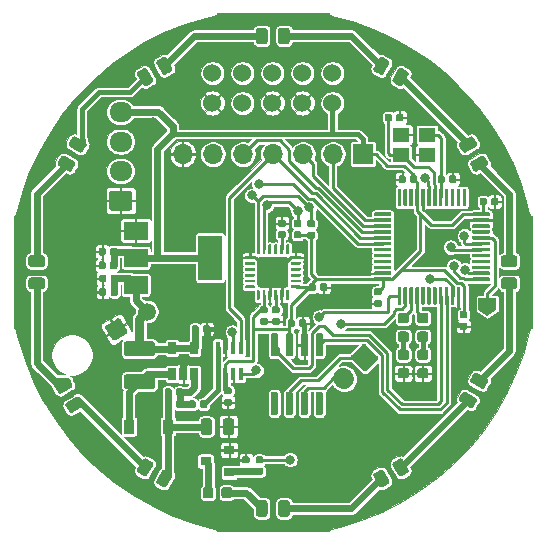
<source format=gbr>
G04 #@! TF.GenerationSoftware,KiCad,Pcbnew,(5.1.5)-3*
G04 #@! TF.CreationDate,2020-04-04T17:30:31+02:00*
G04 #@! TF.ProjectId,carteOdometrie,63617274-654f-4646-9f6d-65747269652e,rev?*
G04 #@! TF.SameCoordinates,Original*
G04 #@! TF.FileFunction,Copper,L1,Top*
G04 #@! TF.FilePolarity,Positive*
%FSLAX46Y46*%
G04 Gerber Fmt 4.6, Leading zero omitted, Abs format (unit mm)*
G04 Created by KiCad (PCBNEW (5.1.5)-3) date 2020-04-04 17:30:31*
%MOMM*%
%LPD*%
G04 APERTURE LIST*
%ADD10R,2.000000X1.500000*%
%ADD11R,2.000000X3.800000*%
%ADD12O,1.950000X1.700000*%
%ADD13C,0.100000*%
%ADD14C,1.700000*%
%ADD15R,1.400000X1.200000*%
%ADD16R,0.650000X1.060000*%
%ADD17R,0.400000X1.060000*%
%ADD18R,0.900000X0.800000*%
%ADD19C,1.524000*%
%ADD20C,1.500000*%
%ADD21O,1.700000X1.700000*%
%ADD22R,1.700000X1.700000*%
%ADD23R,0.900000X1.200000*%
%ADD24C,0.800000*%
%ADD25C,0.250000*%
%ADD26C,0.600000*%
%ADD27C,0.400000*%
%ADD28C,0.800000*%
G04 APERTURE END LIST*
D10*
X-11607800Y3519200D03*
X-11607800Y-1080800D03*
X-11607800Y1219200D03*
D11*
X-5307800Y1219200D03*
D12*
X-12877800Y13559800D03*
X-12877800Y11059800D03*
X-12877800Y8559800D03*
G04 #@! TA.AperFunction,ComponentPad*
D13*
G36*
X-12128296Y6908596D02*
G01*
X-12104027Y6904996D01*
X-12080229Y6899035D01*
X-12057129Y6890770D01*
X-12034951Y6880280D01*
X-12013907Y6867667D01*
X-11994202Y6853053D01*
X-11976023Y6836577D01*
X-11959547Y6818398D01*
X-11944933Y6798693D01*
X-11932320Y6777649D01*
X-11921830Y6755471D01*
X-11913565Y6732371D01*
X-11907604Y6708573D01*
X-11904004Y6684304D01*
X-11902800Y6659800D01*
X-11902800Y5459800D01*
X-11904004Y5435296D01*
X-11907604Y5411027D01*
X-11913565Y5387229D01*
X-11921830Y5364129D01*
X-11932320Y5341951D01*
X-11944933Y5320907D01*
X-11959547Y5301202D01*
X-11976023Y5283023D01*
X-11994202Y5266547D01*
X-12013907Y5251933D01*
X-12034951Y5239320D01*
X-12057129Y5228830D01*
X-12080229Y5220565D01*
X-12104027Y5214604D01*
X-12128296Y5211004D01*
X-12152800Y5209800D01*
X-13602800Y5209800D01*
X-13627304Y5211004D01*
X-13651573Y5214604D01*
X-13675371Y5220565D01*
X-13698471Y5228830D01*
X-13720649Y5239320D01*
X-13741693Y5251933D01*
X-13761398Y5266547D01*
X-13779577Y5283023D01*
X-13796053Y5301202D01*
X-13810667Y5320907D01*
X-13823280Y5341951D01*
X-13833770Y5364129D01*
X-13842035Y5387229D01*
X-13847996Y5411027D01*
X-13851596Y5435296D01*
X-13852800Y5459800D01*
X-13852800Y6659800D01*
X-13851596Y6684304D01*
X-13847996Y6708573D01*
X-13842035Y6732371D01*
X-13833770Y6755471D01*
X-13823280Y6777649D01*
X-13810667Y6798693D01*
X-13796053Y6818398D01*
X-13779577Y6836577D01*
X-13761398Y6853053D01*
X-13741693Y6867667D01*
X-13720649Y6880280D01*
X-13698471Y6890770D01*
X-13675371Y6899035D01*
X-13651573Y6904996D01*
X-13627304Y6908596D01*
X-13602800Y6909800D01*
X-12152800Y6909800D01*
X-12128296Y6908596D01*
G37*
G04 #@! TD.AperFunction*
G04 #@! TA.AperFunction,SMDPad,CuDef*
G36*
X2282458Y3451790D02*
G01*
X2296776Y3449666D01*
X2310817Y3446149D01*
X2324446Y3441272D01*
X2337531Y3435083D01*
X2349947Y3427642D01*
X2361573Y3419019D01*
X2372298Y3409298D01*
X2382019Y3398573D01*
X2390642Y3386947D01*
X2398083Y3374531D01*
X2404272Y3361446D01*
X2409149Y3347817D01*
X2412666Y3333776D01*
X2414790Y3319458D01*
X2415500Y3305000D01*
X2415500Y3010000D01*
X2414790Y2995542D01*
X2412666Y2981224D01*
X2409149Y2967183D01*
X2404272Y2953554D01*
X2398083Y2940469D01*
X2390642Y2928053D01*
X2382019Y2916427D01*
X2372298Y2905702D01*
X2361573Y2895981D01*
X2349947Y2887358D01*
X2337531Y2879917D01*
X2324446Y2873728D01*
X2310817Y2868851D01*
X2296776Y2865334D01*
X2282458Y2863210D01*
X2268000Y2862500D01*
X1923000Y2862500D01*
X1908542Y2863210D01*
X1894224Y2865334D01*
X1880183Y2868851D01*
X1866554Y2873728D01*
X1853469Y2879917D01*
X1841053Y2887358D01*
X1829427Y2895981D01*
X1818702Y2905702D01*
X1808981Y2916427D01*
X1800358Y2928053D01*
X1792917Y2940469D01*
X1786728Y2953554D01*
X1781851Y2967183D01*
X1778334Y2981224D01*
X1776210Y2995542D01*
X1775500Y3010000D01*
X1775500Y3305000D01*
X1776210Y3319458D01*
X1778334Y3333776D01*
X1781851Y3347817D01*
X1786728Y3361446D01*
X1792917Y3374531D01*
X1800358Y3386947D01*
X1808981Y3398573D01*
X1818702Y3409298D01*
X1829427Y3419019D01*
X1841053Y3427642D01*
X1853469Y3435083D01*
X1866554Y3441272D01*
X1880183Y3446149D01*
X1894224Y3449666D01*
X1908542Y3451790D01*
X1923000Y3452500D01*
X2268000Y3452500D01*
X2282458Y3451790D01*
G37*
G04 #@! TD.AperFunction*
G04 #@! TA.AperFunction,SMDPad,CuDef*
G36*
X2282458Y4421790D02*
G01*
X2296776Y4419666D01*
X2310817Y4416149D01*
X2324446Y4411272D01*
X2337531Y4405083D01*
X2349947Y4397642D01*
X2361573Y4389019D01*
X2372298Y4379298D01*
X2382019Y4368573D01*
X2390642Y4356947D01*
X2398083Y4344531D01*
X2404272Y4331446D01*
X2409149Y4317817D01*
X2412666Y4303776D01*
X2414790Y4289458D01*
X2415500Y4275000D01*
X2415500Y3980000D01*
X2414790Y3965542D01*
X2412666Y3951224D01*
X2409149Y3937183D01*
X2404272Y3923554D01*
X2398083Y3910469D01*
X2390642Y3898053D01*
X2382019Y3886427D01*
X2372298Y3875702D01*
X2361573Y3865981D01*
X2349947Y3857358D01*
X2337531Y3849917D01*
X2324446Y3843728D01*
X2310817Y3838851D01*
X2296776Y3835334D01*
X2282458Y3833210D01*
X2268000Y3832500D01*
X1923000Y3832500D01*
X1908542Y3833210D01*
X1894224Y3835334D01*
X1880183Y3838851D01*
X1866554Y3843728D01*
X1853469Y3849917D01*
X1841053Y3857358D01*
X1829427Y3865981D01*
X1818702Y3875702D01*
X1808981Y3886427D01*
X1800358Y3898053D01*
X1792917Y3910469D01*
X1786728Y3923554D01*
X1781851Y3937183D01*
X1778334Y3951224D01*
X1776210Y3965542D01*
X1775500Y3980000D01*
X1775500Y4275000D01*
X1776210Y4289458D01*
X1778334Y4303776D01*
X1781851Y4317817D01*
X1786728Y4331446D01*
X1792917Y4344531D01*
X1800358Y4356947D01*
X1808981Y4368573D01*
X1818702Y4379298D01*
X1829427Y4389019D01*
X1841053Y4397642D01*
X1853469Y4405083D01*
X1866554Y4411272D01*
X1880183Y4416149D01*
X1894224Y4419666D01*
X1908542Y4421790D01*
X1923000Y4422500D01*
X2268000Y4422500D01*
X2282458Y4421790D01*
G37*
G04 #@! TD.AperFunction*
G04 #@! TA.AperFunction,SMDPad,CuDef*
G36*
X3425458Y3428790D02*
G01*
X3439776Y3426666D01*
X3453817Y3423149D01*
X3467446Y3418272D01*
X3480531Y3412083D01*
X3492947Y3404642D01*
X3504573Y3396019D01*
X3515298Y3386298D01*
X3525019Y3375573D01*
X3533642Y3363947D01*
X3541083Y3351531D01*
X3547272Y3338446D01*
X3552149Y3324817D01*
X3555666Y3310776D01*
X3557790Y3296458D01*
X3558500Y3282000D01*
X3558500Y2987000D01*
X3557790Y2972542D01*
X3555666Y2958224D01*
X3552149Y2944183D01*
X3547272Y2930554D01*
X3541083Y2917469D01*
X3533642Y2905053D01*
X3525019Y2893427D01*
X3515298Y2882702D01*
X3504573Y2872981D01*
X3492947Y2864358D01*
X3480531Y2856917D01*
X3467446Y2850728D01*
X3453817Y2845851D01*
X3439776Y2842334D01*
X3425458Y2840210D01*
X3411000Y2839500D01*
X3066000Y2839500D01*
X3051542Y2840210D01*
X3037224Y2842334D01*
X3023183Y2845851D01*
X3009554Y2850728D01*
X2996469Y2856917D01*
X2984053Y2864358D01*
X2972427Y2872981D01*
X2961702Y2882702D01*
X2951981Y2893427D01*
X2943358Y2905053D01*
X2935917Y2917469D01*
X2929728Y2930554D01*
X2924851Y2944183D01*
X2921334Y2958224D01*
X2919210Y2972542D01*
X2918500Y2987000D01*
X2918500Y3282000D01*
X2919210Y3296458D01*
X2921334Y3310776D01*
X2924851Y3324817D01*
X2929728Y3338446D01*
X2935917Y3351531D01*
X2943358Y3363947D01*
X2951981Y3375573D01*
X2961702Y3386298D01*
X2972427Y3396019D01*
X2984053Y3404642D01*
X2996469Y3412083D01*
X3009554Y3418272D01*
X3023183Y3423149D01*
X3037224Y3426666D01*
X3051542Y3428790D01*
X3066000Y3429500D01*
X3411000Y3429500D01*
X3425458Y3428790D01*
G37*
G04 #@! TD.AperFunction*
G04 #@! TA.AperFunction,SMDPad,CuDef*
G36*
X3425458Y4398790D02*
G01*
X3439776Y4396666D01*
X3453817Y4393149D01*
X3467446Y4388272D01*
X3480531Y4382083D01*
X3492947Y4374642D01*
X3504573Y4366019D01*
X3515298Y4356298D01*
X3525019Y4345573D01*
X3533642Y4333947D01*
X3541083Y4321531D01*
X3547272Y4308446D01*
X3552149Y4294817D01*
X3555666Y4280776D01*
X3557790Y4266458D01*
X3558500Y4252000D01*
X3558500Y3957000D01*
X3557790Y3942542D01*
X3555666Y3928224D01*
X3552149Y3914183D01*
X3547272Y3900554D01*
X3541083Y3887469D01*
X3533642Y3875053D01*
X3525019Y3863427D01*
X3515298Y3852702D01*
X3504573Y3842981D01*
X3492947Y3834358D01*
X3480531Y3826917D01*
X3467446Y3820728D01*
X3453817Y3815851D01*
X3439776Y3812334D01*
X3425458Y3810210D01*
X3411000Y3809500D01*
X3066000Y3809500D01*
X3051542Y3810210D01*
X3037224Y3812334D01*
X3023183Y3815851D01*
X3009554Y3820728D01*
X2996469Y3826917D01*
X2984053Y3834358D01*
X2972427Y3842981D01*
X2961702Y3852702D01*
X2951981Y3863427D01*
X2943358Y3875053D01*
X2935917Y3887469D01*
X2929728Y3900554D01*
X2924851Y3914183D01*
X2921334Y3928224D01*
X2919210Y3942542D01*
X2918500Y3957000D01*
X2918500Y4252000D01*
X2919210Y4266458D01*
X2921334Y4280776D01*
X2924851Y4294817D01*
X2929728Y4308446D01*
X2935917Y4321531D01*
X2943358Y4333947D01*
X2951981Y4345573D01*
X2961702Y4356298D01*
X2972427Y4366019D01*
X2984053Y4374642D01*
X2996469Y4382083D01*
X3009554Y4388272D01*
X3023183Y4393149D01*
X3037224Y4396666D01*
X3051542Y4398790D01*
X3066000Y4399500D01*
X3411000Y4399500D01*
X3425458Y4398790D01*
G37*
G04 #@! TD.AperFunction*
D14*
X6053033Y-9053033D02*
X5946967Y-8946967D01*
G04 #@! TA.AperFunction,ComponentPad*
D13*
G36*
X7739238Y-6081876D02*
G01*
X7763507Y-6085476D01*
X7787305Y-6091437D01*
X7810405Y-6099702D01*
X7832583Y-6110192D01*
X7853627Y-6122805D01*
X7873332Y-6137419D01*
X7891511Y-6153895D01*
X8846105Y-7108489D01*
X8862581Y-7126668D01*
X8877195Y-7146373D01*
X8889808Y-7167417D01*
X8900298Y-7189595D01*
X8908563Y-7212695D01*
X8914524Y-7236493D01*
X8918124Y-7260762D01*
X8919328Y-7285266D01*
X8918124Y-7309770D01*
X8914524Y-7334039D01*
X8908563Y-7357837D01*
X8900298Y-7380937D01*
X8889808Y-7403115D01*
X8877195Y-7424159D01*
X8862581Y-7443864D01*
X8846105Y-7462043D01*
X7997577Y-8310571D01*
X7979398Y-8327047D01*
X7959693Y-8341661D01*
X7938649Y-8354274D01*
X7916471Y-8364764D01*
X7893371Y-8373029D01*
X7869573Y-8378990D01*
X7845304Y-8382590D01*
X7820800Y-8383794D01*
X7796296Y-8382590D01*
X7772027Y-8378990D01*
X7748229Y-8373029D01*
X7725129Y-8364764D01*
X7702951Y-8354274D01*
X7681907Y-8341661D01*
X7662202Y-8327047D01*
X7644023Y-8310571D01*
X6689429Y-7355977D01*
X6672953Y-7337798D01*
X6658339Y-7318093D01*
X6645726Y-7297049D01*
X6635236Y-7274871D01*
X6626971Y-7251771D01*
X6621010Y-7227973D01*
X6617410Y-7203704D01*
X6616206Y-7179200D01*
X6617410Y-7154696D01*
X6621010Y-7130427D01*
X6626971Y-7106629D01*
X6635236Y-7083529D01*
X6645726Y-7061351D01*
X6658339Y-7040307D01*
X6672953Y-7020602D01*
X6689429Y-7002423D01*
X7537957Y-6153895D01*
X7556136Y-6137419D01*
X7575841Y-6122805D01*
X7596885Y-6110192D01*
X7619063Y-6099702D01*
X7642163Y-6091437D01*
X7665961Y-6085476D01*
X7690230Y-6081876D01*
X7714734Y-6080672D01*
X7739238Y-6081876D01*
G37*
G04 #@! TD.AperFunction*
D15*
X13038000Y9945000D03*
X10838000Y9945000D03*
X10838000Y11645000D03*
X13038000Y11645000D03*
D16*
X-8533000Y-6418000D03*
X-6633000Y-6418000D03*
X-6633000Y-8618000D03*
X-7583000Y-8618000D03*
X-8533000Y-8618000D03*
G04 #@! TA.AperFunction,SMDPad,CuDef*
D13*
G36*
X-1181374Y2349699D02*
G01*
X-1175307Y2348799D01*
X-1169357Y2347309D01*
X-1163582Y2345242D01*
X-1158038Y2342620D01*
X-1152777Y2339467D01*
X-1147850Y2335813D01*
X-1143306Y2331694D01*
X-1139187Y2327150D01*
X-1135533Y2322223D01*
X-1132380Y2316962D01*
X-1129758Y2311418D01*
X-1127691Y2305643D01*
X-1126201Y2299693D01*
X-1125301Y2293626D01*
X-1125000Y2287500D01*
X-1125000Y1587500D01*
X-1125301Y1581374D01*
X-1126201Y1575307D01*
X-1127691Y1569357D01*
X-1129758Y1563582D01*
X-1132380Y1558038D01*
X-1135533Y1552777D01*
X-1139187Y1547850D01*
X-1143306Y1543306D01*
X-1147850Y1539187D01*
X-1152777Y1535533D01*
X-1158038Y1532380D01*
X-1163582Y1529758D01*
X-1169357Y1527691D01*
X-1175307Y1526201D01*
X-1181374Y1525301D01*
X-1187500Y1525000D01*
X-1312500Y1525000D01*
X-1318626Y1525301D01*
X-1324693Y1526201D01*
X-1330643Y1527691D01*
X-1336418Y1529758D01*
X-1341962Y1532380D01*
X-1347223Y1535533D01*
X-1352150Y1539187D01*
X-1356694Y1543306D01*
X-1360813Y1547850D01*
X-1364467Y1552777D01*
X-1367620Y1558038D01*
X-1370242Y1563582D01*
X-1372309Y1569357D01*
X-1373799Y1575307D01*
X-1374699Y1581374D01*
X-1375000Y1587500D01*
X-1375000Y2287500D01*
X-1374699Y2293626D01*
X-1373799Y2299693D01*
X-1372309Y2305643D01*
X-1370242Y2311418D01*
X-1367620Y2316962D01*
X-1364467Y2322223D01*
X-1360813Y2327150D01*
X-1356694Y2331694D01*
X-1352150Y2335813D01*
X-1347223Y2339467D01*
X-1341962Y2342620D01*
X-1336418Y2345242D01*
X-1330643Y2347309D01*
X-1324693Y2348799D01*
X-1318626Y2349699D01*
X-1312500Y2350000D01*
X-1187500Y2350000D01*
X-1181374Y2349699D01*
G37*
G04 #@! TD.AperFunction*
G04 #@! TA.AperFunction,SMDPad,CuDef*
G36*
X-681374Y2349699D02*
G01*
X-675307Y2348799D01*
X-669357Y2347309D01*
X-663582Y2345242D01*
X-658038Y2342620D01*
X-652777Y2339467D01*
X-647850Y2335813D01*
X-643306Y2331694D01*
X-639187Y2327150D01*
X-635533Y2322223D01*
X-632380Y2316962D01*
X-629758Y2311418D01*
X-627691Y2305643D01*
X-626201Y2299693D01*
X-625301Y2293626D01*
X-625000Y2287500D01*
X-625000Y1587500D01*
X-625301Y1581374D01*
X-626201Y1575307D01*
X-627691Y1569357D01*
X-629758Y1563582D01*
X-632380Y1558038D01*
X-635533Y1552777D01*
X-639187Y1547850D01*
X-643306Y1543306D01*
X-647850Y1539187D01*
X-652777Y1535533D01*
X-658038Y1532380D01*
X-663582Y1529758D01*
X-669357Y1527691D01*
X-675307Y1526201D01*
X-681374Y1525301D01*
X-687500Y1525000D01*
X-812500Y1525000D01*
X-818626Y1525301D01*
X-824693Y1526201D01*
X-830643Y1527691D01*
X-836418Y1529758D01*
X-841962Y1532380D01*
X-847223Y1535533D01*
X-852150Y1539187D01*
X-856694Y1543306D01*
X-860813Y1547850D01*
X-864467Y1552777D01*
X-867620Y1558038D01*
X-870242Y1563582D01*
X-872309Y1569357D01*
X-873799Y1575307D01*
X-874699Y1581374D01*
X-875000Y1587500D01*
X-875000Y2287500D01*
X-874699Y2293626D01*
X-873799Y2299693D01*
X-872309Y2305643D01*
X-870242Y2311418D01*
X-867620Y2316962D01*
X-864467Y2322223D01*
X-860813Y2327150D01*
X-856694Y2331694D01*
X-852150Y2335813D01*
X-847223Y2339467D01*
X-841962Y2342620D01*
X-836418Y2345242D01*
X-830643Y2347309D01*
X-824693Y2348799D01*
X-818626Y2349699D01*
X-812500Y2350000D01*
X-687500Y2350000D01*
X-681374Y2349699D01*
G37*
G04 #@! TD.AperFunction*
G04 #@! TA.AperFunction,SMDPad,CuDef*
G36*
X-181374Y2349699D02*
G01*
X-175307Y2348799D01*
X-169357Y2347309D01*
X-163582Y2345242D01*
X-158038Y2342620D01*
X-152777Y2339467D01*
X-147850Y2335813D01*
X-143306Y2331694D01*
X-139187Y2327150D01*
X-135533Y2322223D01*
X-132380Y2316962D01*
X-129758Y2311418D01*
X-127691Y2305643D01*
X-126201Y2299693D01*
X-125301Y2293626D01*
X-125000Y2287500D01*
X-125000Y1587500D01*
X-125301Y1581374D01*
X-126201Y1575307D01*
X-127691Y1569357D01*
X-129758Y1563582D01*
X-132380Y1558038D01*
X-135533Y1552777D01*
X-139187Y1547850D01*
X-143306Y1543306D01*
X-147850Y1539187D01*
X-152777Y1535533D01*
X-158038Y1532380D01*
X-163582Y1529758D01*
X-169357Y1527691D01*
X-175307Y1526201D01*
X-181374Y1525301D01*
X-187500Y1525000D01*
X-312500Y1525000D01*
X-318626Y1525301D01*
X-324693Y1526201D01*
X-330643Y1527691D01*
X-336418Y1529758D01*
X-341962Y1532380D01*
X-347223Y1535533D01*
X-352150Y1539187D01*
X-356694Y1543306D01*
X-360813Y1547850D01*
X-364467Y1552777D01*
X-367620Y1558038D01*
X-370242Y1563582D01*
X-372309Y1569357D01*
X-373799Y1575307D01*
X-374699Y1581374D01*
X-375000Y1587500D01*
X-375000Y2287500D01*
X-374699Y2293626D01*
X-373799Y2299693D01*
X-372309Y2305643D01*
X-370242Y2311418D01*
X-367620Y2316962D01*
X-364467Y2322223D01*
X-360813Y2327150D01*
X-356694Y2331694D01*
X-352150Y2335813D01*
X-347223Y2339467D01*
X-341962Y2342620D01*
X-336418Y2345242D01*
X-330643Y2347309D01*
X-324693Y2348799D01*
X-318626Y2349699D01*
X-312500Y2350000D01*
X-187500Y2350000D01*
X-181374Y2349699D01*
G37*
G04 #@! TD.AperFunction*
G04 #@! TA.AperFunction,SMDPad,CuDef*
G36*
X318626Y2349699D02*
G01*
X324693Y2348799D01*
X330643Y2347309D01*
X336418Y2345242D01*
X341962Y2342620D01*
X347223Y2339467D01*
X352150Y2335813D01*
X356694Y2331694D01*
X360813Y2327150D01*
X364467Y2322223D01*
X367620Y2316962D01*
X370242Y2311418D01*
X372309Y2305643D01*
X373799Y2299693D01*
X374699Y2293626D01*
X375000Y2287500D01*
X375000Y1587500D01*
X374699Y1581374D01*
X373799Y1575307D01*
X372309Y1569357D01*
X370242Y1563582D01*
X367620Y1558038D01*
X364467Y1552777D01*
X360813Y1547850D01*
X356694Y1543306D01*
X352150Y1539187D01*
X347223Y1535533D01*
X341962Y1532380D01*
X336418Y1529758D01*
X330643Y1527691D01*
X324693Y1526201D01*
X318626Y1525301D01*
X312500Y1525000D01*
X187500Y1525000D01*
X181374Y1525301D01*
X175307Y1526201D01*
X169357Y1527691D01*
X163582Y1529758D01*
X158038Y1532380D01*
X152777Y1535533D01*
X147850Y1539187D01*
X143306Y1543306D01*
X139187Y1547850D01*
X135533Y1552777D01*
X132380Y1558038D01*
X129758Y1563582D01*
X127691Y1569357D01*
X126201Y1575307D01*
X125301Y1581374D01*
X125000Y1587500D01*
X125000Y2287500D01*
X125301Y2293626D01*
X126201Y2299693D01*
X127691Y2305643D01*
X129758Y2311418D01*
X132380Y2316962D01*
X135533Y2322223D01*
X139187Y2327150D01*
X143306Y2331694D01*
X147850Y2335813D01*
X152777Y2339467D01*
X158038Y2342620D01*
X163582Y2345242D01*
X169357Y2347309D01*
X175307Y2348799D01*
X181374Y2349699D01*
X187500Y2350000D01*
X312500Y2350000D01*
X318626Y2349699D01*
G37*
G04 #@! TD.AperFunction*
G04 #@! TA.AperFunction,SMDPad,CuDef*
G36*
X818626Y2349699D02*
G01*
X824693Y2348799D01*
X830643Y2347309D01*
X836418Y2345242D01*
X841962Y2342620D01*
X847223Y2339467D01*
X852150Y2335813D01*
X856694Y2331694D01*
X860813Y2327150D01*
X864467Y2322223D01*
X867620Y2316962D01*
X870242Y2311418D01*
X872309Y2305643D01*
X873799Y2299693D01*
X874699Y2293626D01*
X875000Y2287500D01*
X875000Y1587500D01*
X874699Y1581374D01*
X873799Y1575307D01*
X872309Y1569357D01*
X870242Y1563582D01*
X867620Y1558038D01*
X864467Y1552777D01*
X860813Y1547850D01*
X856694Y1543306D01*
X852150Y1539187D01*
X847223Y1535533D01*
X841962Y1532380D01*
X836418Y1529758D01*
X830643Y1527691D01*
X824693Y1526201D01*
X818626Y1525301D01*
X812500Y1525000D01*
X687500Y1525000D01*
X681374Y1525301D01*
X675307Y1526201D01*
X669357Y1527691D01*
X663582Y1529758D01*
X658038Y1532380D01*
X652777Y1535533D01*
X647850Y1539187D01*
X643306Y1543306D01*
X639187Y1547850D01*
X635533Y1552777D01*
X632380Y1558038D01*
X629758Y1563582D01*
X627691Y1569357D01*
X626201Y1575307D01*
X625301Y1581374D01*
X625000Y1587500D01*
X625000Y2287500D01*
X625301Y2293626D01*
X626201Y2299693D01*
X627691Y2305643D01*
X629758Y2311418D01*
X632380Y2316962D01*
X635533Y2322223D01*
X639187Y2327150D01*
X643306Y2331694D01*
X647850Y2335813D01*
X652777Y2339467D01*
X658038Y2342620D01*
X663582Y2345242D01*
X669357Y2347309D01*
X675307Y2348799D01*
X681374Y2349699D01*
X687500Y2350000D01*
X812500Y2350000D01*
X818626Y2349699D01*
G37*
G04 #@! TD.AperFunction*
G04 #@! TA.AperFunction,SMDPad,CuDef*
G36*
X1318626Y2349699D02*
G01*
X1324693Y2348799D01*
X1330643Y2347309D01*
X1336418Y2345242D01*
X1341962Y2342620D01*
X1347223Y2339467D01*
X1352150Y2335813D01*
X1356694Y2331694D01*
X1360813Y2327150D01*
X1364467Y2322223D01*
X1367620Y2316962D01*
X1370242Y2311418D01*
X1372309Y2305643D01*
X1373799Y2299693D01*
X1374699Y2293626D01*
X1375000Y2287500D01*
X1375000Y1587500D01*
X1374699Y1581374D01*
X1373799Y1575307D01*
X1372309Y1569357D01*
X1370242Y1563582D01*
X1367620Y1558038D01*
X1364467Y1552777D01*
X1360813Y1547850D01*
X1356694Y1543306D01*
X1352150Y1539187D01*
X1347223Y1535533D01*
X1341962Y1532380D01*
X1336418Y1529758D01*
X1330643Y1527691D01*
X1324693Y1526201D01*
X1318626Y1525301D01*
X1312500Y1525000D01*
X1187500Y1525000D01*
X1181374Y1525301D01*
X1175307Y1526201D01*
X1169357Y1527691D01*
X1163582Y1529758D01*
X1158038Y1532380D01*
X1152777Y1535533D01*
X1147850Y1539187D01*
X1143306Y1543306D01*
X1139187Y1547850D01*
X1135533Y1552777D01*
X1132380Y1558038D01*
X1129758Y1563582D01*
X1127691Y1569357D01*
X1126201Y1575307D01*
X1125301Y1581374D01*
X1125000Y1587500D01*
X1125000Y2287500D01*
X1125301Y2293626D01*
X1126201Y2299693D01*
X1127691Y2305643D01*
X1129758Y2311418D01*
X1132380Y2316962D01*
X1135533Y2322223D01*
X1139187Y2327150D01*
X1143306Y2331694D01*
X1147850Y2335813D01*
X1152777Y2339467D01*
X1158038Y2342620D01*
X1163582Y2345242D01*
X1169357Y2347309D01*
X1175307Y2348799D01*
X1181374Y2349699D01*
X1187500Y2350000D01*
X1312500Y2350000D01*
X1318626Y2349699D01*
G37*
G04 #@! TD.AperFunction*
G04 #@! TA.AperFunction,SMDPad,CuDef*
G36*
X2293626Y1374699D02*
G01*
X2299693Y1373799D01*
X2305643Y1372309D01*
X2311418Y1370242D01*
X2316962Y1367620D01*
X2322223Y1364467D01*
X2327150Y1360813D01*
X2331694Y1356694D01*
X2335813Y1352150D01*
X2339467Y1347223D01*
X2342620Y1341962D01*
X2345242Y1336418D01*
X2347309Y1330643D01*
X2348799Y1324693D01*
X2349699Y1318626D01*
X2350000Y1312500D01*
X2350000Y1187500D01*
X2349699Y1181374D01*
X2348799Y1175307D01*
X2347309Y1169357D01*
X2345242Y1163582D01*
X2342620Y1158038D01*
X2339467Y1152777D01*
X2335813Y1147850D01*
X2331694Y1143306D01*
X2327150Y1139187D01*
X2322223Y1135533D01*
X2316962Y1132380D01*
X2311418Y1129758D01*
X2305643Y1127691D01*
X2299693Y1126201D01*
X2293626Y1125301D01*
X2287500Y1125000D01*
X1587500Y1125000D01*
X1581374Y1125301D01*
X1575307Y1126201D01*
X1569357Y1127691D01*
X1563582Y1129758D01*
X1558038Y1132380D01*
X1552777Y1135533D01*
X1547850Y1139187D01*
X1543306Y1143306D01*
X1539187Y1147850D01*
X1535533Y1152777D01*
X1532380Y1158038D01*
X1529758Y1163582D01*
X1527691Y1169357D01*
X1526201Y1175307D01*
X1525301Y1181374D01*
X1525000Y1187500D01*
X1525000Y1312500D01*
X1525301Y1318626D01*
X1526201Y1324693D01*
X1527691Y1330643D01*
X1529758Y1336418D01*
X1532380Y1341962D01*
X1535533Y1347223D01*
X1539187Y1352150D01*
X1543306Y1356694D01*
X1547850Y1360813D01*
X1552777Y1364467D01*
X1558038Y1367620D01*
X1563582Y1370242D01*
X1569357Y1372309D01*
X1575307Y1373799D01*
X1581374Y1374699D01*
X1587500Y1375000D01*
X2287500Y1375000D01*
X2293626Y1374699D01*
G37*
G04 #@! TD.AperFunction*
G04 #@! TA.AperFunction,SMDPad,CuDef*
G36*
X2293626Y874699D02*
G01*
X2299693Y873799D01*
X2305643Y872309D01*
X2311418Y870242D01*
X2316962Y867620D01*
X2322223Y864467D01*
X2327150Y860813D01*
X2331694Y856694D01*
X2335813Y852150D01*
X2339467Y847223D01*
X2342620Y841962D01*
X2345242Y836418D01*
X2347309Y830643D01*
X2348799Y824693D01*
X2349699Y818626D01*
X2350000Y812500D01*
X2350000Y687500D01*
X2349699Y681374D01*
X2348799Y675307D01*
X2347309Y669357D01*
X2345242Y663582D01*
X2342620Y658038D01*
X2339467Y652777D01*
X2335813Y647850D01*
X2331694Y643306D01*
X2327150Y639187D01*
X2322223Y635533D01*
X2316962Y632380D01*
X2311418Y629758D01*
X2305643Y627691D01*
X2299693Y626201D01*
X2293626Y625301D01*
X2287500Y625000D01*
X1587500Y625000D01*
X1581374Y625301D01*
X1575307Y626201D01*
X1569357Y627691D01*
X1563582Y629758D01*
X1558038Y632380D01*
X1552777Y635533D01*
X1547850Y639187D01*
X1543306Y643306D01*
X1539187Y647850D01*
X1535533Y652777D01*
X1532380Y658038D01*
X1529758Y663582D01*
X1527691Y669357D01*
X1526201Y675307D01*
X1525301Y681374D01*
X1525000Y687500D01*
X1525000Y812500D01*
X1525301Y818626D01*
X1526201Y824693D01*
X1527691Y830643D01*
X1529758Y836418D01*
X1532380Y841962D01*
X1535533Y847223D01*
X1539187Y852150D01*
X1543306Y856694D01*
X1547850Y860813D01*
X1552777Y864467D01*
X1558038Y867620D01*
X1563582Y870242D01*
X1569357Y872309D01*
X1575307Y873799D01*
X1581374Y874699D01*
X1587500Y875000D01*
X2287500Y875000D01*
X2293626Y874699D01*
G37*
G04 #@! TD.AperFunction*
G04 #@! TA.AperFunction,SMDPad,CuDef*
G36*
X2293626Y374699D02*
G01*
X2299693Y373799D01*
X2305643Y372309D01*
X2311418Y370242D01*
X2316962Y367620D01*
X2322223Y364467D01*
X2327150Y360813D01*
X2331694Y356694D01*
X2335813Y352150D01*
X2339467Y347223D01*
X2342620Y341962D01*
X2345242Y336418D01*
X2347309Y330643D01*
X2348799Y324693D01*
X2349699Y318626D01*
X2350000Y312500D01*
X2350000Y187500D01*
X2349699Y181374D01*
X2348799Y175307D01*
X2347309Y169357D01*
X2345242Y163582D01*
X2342620Y158038D01*
X2339467Y152777D01*
X2335813Y147850D01*
X2331694Y143306D01*
X2327150Y139187D01*
X2322223Y135533D01*
X2316962Y132380D01*
X2311418Y129758D01*
X2305643Y127691D01*
X2299693Y126201D01*
X2293626Y125301D01*
X2287500Y125000D01*
X1587500Y125000D01*
X1581374Y125301D01*
X1575307Y126201D01*
X1569357Y127691D01*
X1563582Y129758D01*
X1558038Y132380D01*
X1552777Y135533D01*
X1547850Y139187D01*
X1543306Y143306D01*
X1539187Y147850D01*
X1535533Y152777D01*
X1532380Y158038D01*
X1529758Y163582D01*
X1527691Y169357D01*
X1526201Y175307D01*
X1525301Y181374D01*
X1525000Y187500D01*
X1525000Y312500D01*
X1525301Y318626D01*
X1526201Y324693D01*
X1527691Y330643D01*
X1529758Y336418D01*
X1532380Y341962D01*
X1535533Y347223D01*
X1539187Y352150D01*
X1543306Y356694D01*
X1547850Y360813D01*
X1552777Y364467D01*
X1558038Y367620D01*
X1563582Y370242D01*
X1569357Y372309D01*
X1575307Y373799D01*
X1581374Y374699D01*
X1587500Y375000D01*
X2287500Y375000D01*
X2293626Y374699D01*
G37*
G04 #@! TD.AperFunction*
G04 #@! TA.AperFunction,SMDPad,CuDef*
G36*
X2293626Y-125301D02*
G01*
X2299693Y-126201D01*
X2305643Y-127691D01*
X2311418Y-129758D01*
X2316962Y-132380D01*
X2322223Y-135533D01*
X2327150Y-139187D01*
X2331694Y-143306D01*
X2335813Y-147850D01*
X2339467Y-152777D01*
X2342620Y-158038D01*
X2345242Y-163582D01*
X2347309Y-169357D01*
X2348799Y-175307D01*
X2349699Y-181374D01*
X2350000Y-187500D01*
X2350000Y-312500D01*
X2349699Y-318626D01*
X2348799Y-324693D01*
X2347309Y-330643D01*
X2345242Y-336418D01*
X2342620Y-341962D01*
X2339467Y-347223D01*
X2335813Y-352150D01*
X2331694Y-356694D01*
X2327150Y-360813D01*
X2322223Y-364467D01*
X2316962Y-367620D01*
X2311418Y-370242D01*
X2305643Y-372309D01*
X2299693Y-373799D01*
X2293626Y-374699D01*
X2287500Y-375000D01*
X1587500Y-375000D01*
X1581374Y-374699D01*
X1575307Y-373799D01*
X1569357Y-372309D01*
X1563582Y-370242D01*
X1558038Y-367620D01*
X1552777Y-364467D01*
X1547850Y-360813D01*
X1543306Y-356694D01*
X1539187Y-352150D01*
X1535533Y-347223D01*
X1532380Y-341962D01*
X1529758Y-336418D01*
X1527691Y-330643D01*
X1526201Y-324693D01*
X1525301Y-318626D01*
X1525000Y-312500D01*
X1525000Y-187500D01*
X1525301Y-181374D01*
X1526201Y-175307D01*
X1527691Y-169357D01*
X1529758Y-163582D01*
X1532380Y-158038D01*
X1535533Y-152777D01*
X1539187Y-147850D01*
X1543306Y-143306D01*
X1547850Y-139187D01*
X1552777Y-135533D01*
X1558038Y-132380D01*
X1563582Y-129758D01*
X1569357Y-127691D01*
X1575307Y-126201D01*
X1581374Y-125301D01*
X1587500Y-125000D01*
X2287500Y-125000D01*
X2293626Y-125301D01*
G37*
G04 #@! TD.AperFunction*
G04 #@! TA.AperFunction,SMDPad,CuDef*
G36*
X2293626Y-625301D02*
G01*
X2299693Y-626201D01*
X2305643Y-627691D01*
X2311418Y-629758D01*
X2316962Y-632380D01*
X2322223Y-635533D01*
X2327150Y-639187D01*
X2331694Y-643306D01*
X2335813Y-647850D01*
X2339467Y-652777D01*
X2342620Y-658038D01*
X2345242Y-663582D01*
X2347309Y-669357D01*
X2348799Y-675307D01*
X2349699Y-681374D01*
X2350000Y-687500D01*
X2350000Y-812500D01*
X2349699Y-818626D01*
X2348799Y-824693D01*
X2347309Y-830643D01*
X2345242Y-836418D01*
X2342620Y-841962D01*
X2339467Y-847223D01*
X2335813Y-852150D01*
X2331694Y-856694D01*
X2327150Y-860813D01*
X2322223Y-864467D01*
X2316962Y-867620D01*
X2311418Y-870242D01*
X2305643Y-872309D01*
X2299693Y-873799D01*
X2293626Y-874699D01*
X2287500Y-875000D01*
X1587500Y-875000D01*
X1581374Y-874699D01*
X1575307Y-873799D01*
X1569357Y-872309D01*
X1563582Y-870242D01*
X1558038Y-867620D01*
X1552777Y-864467D01*
X1547850Y-860813D01*
X1543306Y-856694D01*
X1539187Y-852150D01*
X1535533Y-847223D01*
X1532380Y-841962D01*
X1529758Y-836418D01*
X1527691Y-830643D01*
X1526201Y-824693D01*
X1525301Y-818626D01*
X1525000Y-812500D01*
X1525000Y-687500D01*
X1525301Y-681374D01*
X1526201Y-675307D01*
X1527691Y-669357D01*
X1529758Y-663582D01*
X1532380Y-658038D01*
X1535533Y-652777D01*
X1539187Y-647850D01*
X1543306Y-643306D01*
X1547850Y-639187D01*
X1552777Y-635533D01*
X1558038Y-632380D01*
X1563582Y-629758D01*
X1569357Y-627691D01*
X1575307Y-626201D01*
X1581374Y-625301D01*
X1587500Y-625000D01*
X2287500Y-625000D01*
X2293626Y-625301D01*
G37*
G04 #@! TD.AperFunction*
G04 #@! TA.AperFunction,SMDPad,CuDef*
G36*
X2293626Y-1125301D02*
G01*
X2299693Y-1126201D01*
X2305643Y-1127691D01*
X2311418Y-1129758D01*
X2316962Y-1132380D01*
X2322223Y-1135533D01*
X2327150Y-1139187D01*
X2331694Y-1143306D01*
X2335813Y-1147850D01*
X2339467Y-1152777D01*
X2342620Y-1158038D01*
X2345242Y-1163582D01*
X2347309Y-1169357D01*
X2348799Y-1175307D01*
X2349699Y-1181374D01*
X2350000Y-1187500D01*
X2350000Y-1312500D01*
X2349699Y-1318626D01*
X2348799Y-1324693D01*
X2347309Y-1330643D01*
X2345242Y-1336418D01*
X2342620Y-1341962D01*
X2339467Y-1347223D01*
X2335813Y-1352150D01*
X2331694Y-1356694D01*
X2327150Y-1360813D01*
X2322223Y-1364467D01*
X2316962Y-1367620D01*
X2311418Y-1370242D01*
X2305643Y-1372309D01*
X2299693Y-1373799D01*
X2293626Y-1374699D01*
X2287500Y-1375000D01*
X1587500Y-1375000D01*
X1581374Y-1374699D01*
X1575307Y-1373799D01*
X1569357Y-1372309D01*
X1563582Y-1370242D01*
X1558038Y-1367620D01*
X1552777Y-1364467D01*
X1547850Y-1360813D01*
X1543306Y-1356694D01*
X1539187Y-1352150D01*
X1535533Y-1347223D01*
X1532380Y-1341962D01*
X1529758Y-1336418D01*
X1527691Y-1330643D01*
X1526201Y-1324693D01*
X1525301Y-1318626D01*
X1525000Y-1312500D01*
X1525000Y-1187500D01*
X1525301Y-1181374D01*
X1526201Y-1175307D01*
X1527691Y-1169357D01*
X1529758Y-1163582D01*
X1532380Y-1158038D01*
X1535533Y-1152777D01*
X1539187Y-1147850D01*
X1543306Y-1143306D01*
X1547850Y-1139187D01*
X1552777Y-1135533D01*
X1558038Y-1132380D01*
X1563582Y-1129758D01*
X1569357Y-1127691D01*
X1575307Y-1126201D01*
X1581374Y-1125301D01*
X1587500Y-1125000D01*
X2287500Y-1125000D01*
X2293626Y-1125301D01*
G37*
G04 #@! TD.AperFunction*
G04 #@! TA.AperFunction,SMDPad,CuDef*
G36*
X1318626Y-1525301D02*
G01*
X1324693Y-1526201D01*
X1330643Y-1527691D01*
X1336418Y-1529758D01*
X1341962Y-1532380D01*
X1347223Y-1535533D01*
X1352150Y-1539187D01*
X1356694Y-1543306D01*
X1360813Y-1547850D01*
X1364467Y-1552777D01*
X1367620Y-1558038D01*
X1370242Y-1563582D01*
X1372309Y-1569357D01*
X1373799Y-1575307D01*
X1374699Y-1581374D01*
X1375000Y-1587500D01*
X1375000Y-2287500D01*
X1374699Y-2293626D01*
X1373799Y-2299693D01*
X1372309Y-2305643D01*
X1370242Y-2311418D01*
X1367620Y-2316962D01*
X1364467Y-2322223D01*
X1360813Y-2327150D01*
X1356694Y-2331694D01*
X1352150Y-2335813D01*
X1347223Y-2339467D01*
X1341962Y-2342620D01*
X1336418Y-2345242D01*
X1330643Y-2347309D01*
X1324693Y-2348799D01*
X1318626Y-2349699D01*
X1312500Y-2350000D01*
X1187500Y-2350000D01*
X1181374Y-2349699D01*
X1175307Y-2348799D01*
X1169357Y-2347309D01*
X1163582Y-2345242D01*
X1158038Y-2342620D01*
X1152777Y-2339467D01*
X1147850Y-2335813D01*
X1143306Y-2331694D01*
X1139187Y-2327150D01*
X1135533Y-2322223D01*
X1132380Y-2316962D01*
X1129758Y-2311418D01*
X1127691Y-2305643D01*
X1126201Y-2299693D01*
X1125301Y-2293626D01*
X1125000Y-2287500D01*
X1125000Y-1587500D01*
X1125301Y-1581374D01*
X1126201Y-1575307D01*
X1127691Y-1569357D01*
X1129758Y-1563582D01*
X1132380Y-1558038D01*
X1135533Y-1552777D01*
X1139187Y-1547850D01*
X1143306Y-1543306D01*
X1147850Y-1539187D01*
X1152777Y-1535533D01*
X1158038Y-1532380D01*
X1163582Y-1529758D01*
X1169357Y-1527691D01*
X1175307Y-1526201D01*
X1181374Y-1525301D01*
X1187500Y-1525000D01*
X1312500Y-1525000D01*
X1318626Y-1525301D01*
G37*
G04 #@! TD.AperFunction*
G04 #@! TA.AperFunction,SMDPad,CuDef*
G36*
X818626Y-1525301D02*
G01*
X824693Y-1526201D01*
X830643Y-1527691D01*
X836418Y-1529758D01*
X841962Y-1532380D01*
X847223Y-1535533D01*
X852150Y-1539187D01*
X856694Y-1543306D01*
X860813Y-1547850D01*
X864467Y-1552777D01*
X867620Y-1558038D01*
X870242Y-1563582D01*
X872309Y-1569357D01*
X873799Y-1575307D01*
X874699Y-1581374D01*
X875000Y-1587500D01*
X875000Y-2287500D01*
X874699Y-2293626D01*
X873799Y-2299693D01*
X872309Y-2305643D01*
X870242Y-2311418D01*
X867620Y-2316962D01*
X864467Y-2322223D01*
X860813Y-2327150D01*
X856694Y-2331694D01*
X852150Y-2335813D01*
X847223Y-2339467D01*
X841962Y-2342620D01*
X836418Y-2345242D01*
X830643Y-2347309D01*
X824693Y-2348799D01*
X818626Y-2349699D01*
X812500Y-2350000D01*
X687500Y-2350000D01*
X681374Y-2349699D01*
X675307Y-2348799D01*
X669357Y-2347309D01*
X663582Y-2345242D01*
X658038Y-2342620D01*
X652777Y-2339467D01*
X647850Y-2335813D01*
X643306Y-2331694D01*
X639187Y-2327150D01*
X635533Y-2322223D01*
X632380Y-2316962D01*
X629758Y-2311418D01*
X627691Y-2305643D01*
X626201Y-2299693D01*
X625301Y-2293626D01*
X625000Y-2287500D01*
X625000Y-1587500D01*
X625301Y-1581374D01*
X626201Y-1575307D01*
X627691Y-1569357D01*
X629758Y-1563582D01*
X632380Y-1558038D01*
X635533Y-1552777D01*
X639187Y-1547850D01*
X643306Y-1543306D01*
X647850Y-1539187D01*
X652777Y-1535533D01*
X658038Y-1532380D01*
X663582Y-1529758D01*
X669357Y-1527691D01*
X675307Y-1526201D01*
X681374Y-1525301D01*
X687500Y-1525000D01*
X812500Y-1525000D01*
X818626Y-1525301D01*
G37*
G04 #@! TD.AperFunction*
G04 #@! TA.AperFunction,SMDPad,CuDef*
G36*
X318626Y-1525301D02*
G01*
X324693Y-1526201D01*
X330643Y-1527691D01*
X336418Y-1529758D01*
X341962Y-1532380D01*
X347223Y-1535533D01*
X352150Y-1539187D01*
X356694Y-1543306D01*
X360813Y-1547850D01*
X364467Y-1552777D01*
X367620Y-1558038D01*
X370242Y-1563582D01*
X372309Y-1569357D01*
X373799Y-1575307D01*
X374699Y-1581374D01*
X375000Y-1587500D01*
X375000Y-2287500D01*
X374699Y-2293626D01*
X373799Y-2299693D01*
X372309Y-2305643D01*
X370242Y-2311418D01*
X367620Y-2316962D01*
X364467Y-2322223D01*
X360813Y-2327150D01*
X356694Y-2331694D01*
X352150Y-2335813D01*
X347223Y-2339467D01*
X341962Y-2342620D01*
X336418Y-2345242D01*
X330643Y-2347309D01*
X324693Y-2348799D01*
X318626Y-2349699D01*
X312500Y-2350000D01*
X187500Y-2350000D01*
X181374Y-2349699D01*
X175307Y-2348799D01*
X169357Y-2347309D01*
X163582Y-2345242D01*
X158038Y-2342620D01*
X152777Y-2339467D01*
X147850Y-2335813D01*
X143306Y-2331694D01*
X139187Y-2327150D01*
X135533Y-2322223D01*
X132380Y-2316962D01*
X129758Y-2311418D01*
X127691Y-2305643D01*
X126201Y-2299693D01*
X125301Y-2293626D01*
X125000Y-2287500D01*
X125000Y-1587500D01*
X125301Y-1581374D01*
X126201Y-1575307D01*
X127691Y-1569357D01*
X129758Y-1563582D01*
X132380Y-1558038D01*
X135533Y-1552777D01*
X139187Y-1547850D01*
X143306Y-1543306D01*
X147850Y-1539187D01*
X152777Y-1535533D01*
X158038Y-1532380D01*
X163582Y-1529758D01*
X169357Y-1527691D01*
X175307Y-1526201D01*
X181374Y-1525301D01*
X187500Y-1525000D01*
X312500Y-1525000D01*
X318626Y-1525301D01*
G37*
G04 #@! TD.AperFunction*
G04 #@! TA.AperFunction,SMDPad,CuDef*
G36*
X-181374Y-1525301D02*
G01*
X-175307Y-1526201D01*
X-169357Y-1527691D01*
X-163582Y-1529758D01*
X-158038Y-1532380D01*
X-152777Y-1535533D01*
X-147850Y-1539187D01*
X-143306Y-1543306D01*
X-139187Y-1547850D01*
X-135533Y-1552777D01*
X-132380Y-1558038D01*
X-129758Y-1563582D01*
X-127691Y-1569357D01*
X-126201Y-1575307D01*
X-125301Y-1581374D01*
X-125000Y-1587500D01*
X-125000Y-2287500D01*
X-125301Y-2293626D01*
X-126201Y-2299693D01*
X-127691Y-2305643D01*
X-129758Y-2311418D01*
X-132380Y-2316962D01*
X-135533Y-2322223D01*
X-139187Y-2327150D01*
X-143306Y-2331694D01*
X-147850Y-2335813D01*
X-152777Y-2339467D01*
X-158038Y-2342620D01*
X-163582Y-2345242D01*
X-169357Y-2347309D01*
X-175307Y-2348799D01*
X-181374Y-2349699D01*
X-187500Y-2350000D01*
X-312500Y-2350000D01*
X-318626Y-2349699D01*
X-324693Y-2348799D01*
X-330643Y-2347309D01*
X-336418Y-2345242D01*
X-341962Y-2342620D01*
X-347223Y-2339467D01*
X-352150Y-2335813D01*
X-356694Y-2331694D01*
X-360813Y-2327150D01*
X-364467Y-2322223D01*
X-367620Y-2316962D01*
X-370242Y-2311418D01*
X-372309Y-2305643D01*
X-373799Y-2299693D01*
X-374699Y-2293626D01*
X-375000Y-2287500D01*
X-375000Y-1587500D01*
X-374699Y-1581374D01*
X-373799Y-1575307D01*
X-372309Y-1569357D01*
X-370242Y-1563582D01*
X-367620Y-1558038D01*
X-364467Y-1552777D01*
X-360813Y-1547850D01*
X-356694Y-1543306D01*
X-352150Y-1539187D01*
X-347223Y-1535533D01*
X-341962Y-1532380D01*
X-336418Y-1529758D01*
X-330643Y-1527691D01*
X-324693Y-1526201D01*
X-318626Y-1525301D01*
X-312500Y-1525000D01*
X-187500Y-1525000D01*
X-181374Y-1525301D01*
G37*
G04 #@! TD.AperFunction*
G04 #@! TA.AperFunction,SMDPad,CuDef*
G36*
X-681374Y-1525301D02*
G01*
X-675307Y-1526201D01*
X-669357Y-1527691D01*
X-663582Y-1529758D01*
X-658038Y-1532380D01*
X-652777Y-1535533D01*
X-647850Y-1539187D01*
X-643306Y-1543306D01*
X-639187Y-1547850D01*
X-635533Y-1552777D01*
X-632380Y-1558038D01*
X-629758Y-1563582D01*
X-627691Y-1569357D01*
X-626201Y-1575307D01*
X-625301Y-1581374D01*
X-625000Y-1587500D01*
X-625000Y-2287500D01*
X-625301Y-2293626D01*
X-626201Y-2299693D01*
X-627691Y-2305643D01*
X-629758Y-2311418D01*
X-632380Y-2316962D01*
X-635533Y-2322223D01*
X-639187Y-2327150D01*
X-643306Y-2331694D01*
X-647850Y-2335813D01*
X-652777Y-2339467D01*
X-658038Y-2342620D01*
X-663582Y-2345242D01*
X-669357Y-2347309D01*
X-675307Y-2348799D01*
X-681374Y-2349699D01*
X-687500Y-2350000D01*
X-812500Y-2350000D01*
X-818626Y-2349699D01*
X-824693Y-2348799D01*
X-830643Y-2347309D01*
X-836418Y-2345242D01*
X-841962Y-2342620D01*
X-847223Y-2339467D01*
X-852150Y-2335813D01*
X-856694Y-2331694D01*
X-860813Y-2327150D01*
X-864467Y-2322223D01*
X-867620Y-2316962D01*
X-870242Y-2311418D01*
X-872309Y-2305643D01*
X-873799Y-2299693D01*
X-874699Y-2293626D01*
X-875000Y-2287500D01*
X-875000Y-1587500D01*
X-874699Y-1581374D01*
X-873799Y-1575307D01*
X-872309Y-1569357D01*
X-870242Y-1563582D01*
X-867620Y-1558038D01*
X-864467Y-1552777D01*
X-860813Y-1547850D01*
X-856694Y-1543306D01*
X-852150Y-1539187D01*
X-847223Y-1535533D01*
X-841962Y-1532380D01*
X-836418Y-1529758D01*
X-830643Y-1527691D01*
X-824693Y-1526201D01*
X-818626Y-1525301D01*
X-812500Y-1525000D01*
X-687500Y-1525000D01*
X-681374Y-1525301D01*
G37*
G04 #@! TD.AperFunction*
G04 #@! TA.AperFunction,SMDPad,CuDef*
G36*
X-1181374Y-1525301D02*
G01*
X-1175307Y-1526201D01*
X-1169357Y-1527691D01*
X-1163582Y-1529758D01*
X-1158038Y-1532380D01*
X-1152777Y-1535533D01*
X-1147850Y-1539187D01*
X-1143306Y-1543306D01*
X-1139187Y-1547850D01*
X-1135533Y-1552777D01*
X-1132380Y-1558038D01*
X-1129758Y-1563582D01*
X-1127691Y-1569357D01*
X-1126201Y-1575307D01*
X-1125301Y-1581374D01*
X-1125000Y-1587500D01*
X-1125000Y-2287500D01*
X-1125301Y-2293626D01*
X-1126201Y-2299693D01*
X-1127691Y-2305643D01*
X-1129758Y-2311418D01*
X-1132380Y-2316962D01*
X-1135533Y-2322223D01*
X-1139187Y-2327150D01*
X-1143306Y-2331694D01*
X-1147850Y-2335813D01*
X-1152777Y-2339467D01*
X-1158038Y-2342620D01*
X-1163582Y-2345242D01*
X-1169357Y-2347309D01*
X-1175307Y-2348799D01*
X-1181374Y-2349699D01*
X-1187500Y-2350000D01*
X-1312500Y-2350000D01*
X-1318626Y-2349699D01*
X-1324693Y-2348799D01*
X-1330643Y-2347309D01*
X-1336418Y-2345242D01*
X-1341962Y-2342620D01*
X-1347223Y-2339467D01*
X-1352150Y-2335813D01*
X-1356694Y-2331694D01*
X-1360813Y-2327150D01*
X-1364467Y-2322223D01*
X-1367620Y-2316962D01*
X-1370242Y-2311418D01*
X-1372309Y-2305643D01*
X-1373799Y-2299693D01*
X-1374699Y-2293626D01*
X-1375000Y-2287500D01*
X-1375000Y-1587500D01*
X-1374699Y-1581374D01*
X-1373799Y-1575307D01*
X-1372309Y-1569357D01*
X-1370242Y-1563582D01*
X-1367620Y-1558038D01*
X-1364467Y-1552777D01*
X-1360813Y-1547850D01*
X-1356694Y-1543306D01*
X-1352150Y-1539187D01*
X-1347223Y-1535533D01*
X-1341962Y-1532380D01*
X-1336418Y-1529758D01*
X-1330643Y-1527691D01*
X-1324693Y-1526201D01*
X-1318626Y-1525301D01*
X-1312500Y-1525000D01*
X-1187500Y-1525000D01*
X-1181374Y-1525301D01*
G37*
G04 #@! TD.AperFunction*
G04 #@! TA.AperFunction,SMDPad,CuDef*
G36*
X-1581374Y-1125301D02*
G01*
X-1575307Y-1126201D01*
X-1569357Y-1127691D01*
X-1563582Y-1129758D01*
X-1558038Y-1132380D01*
X-1552777Y-1135533D01*
X-1547850Y-1139187D01*
X-1543306Y-1143306D01*
X-1539187Y-1147850D01*
X-1535533Y-1152777D01*
X-1532380Y-1158038D01*
X-1529758Y-1163582D01*
X-1527691Y-1169357D01*
X-1526201Y-1175307D01*
X-1525301Y-1181374D01*
X-1525000Y-1187500D01*
X-1525000Y-1312500D01*
X-1525301Y-1318626D01*
X-1526201Y-1324693D01*
X-1527691Y-1330643D01*
X-1529758Y-1336418D01*
X-1532380Y-1341962D01*
X-1535533Y-1347223D01*
X-1539187Y-1352150D01*
X-1543306Y-1356694D01*
X-1547850Y-1360813D01*
X-1552777Y-1364467D01*
X-1558038Y-1367620D01*
X-1563582Y-1370242D01*
X-1569357Y-1372309D01*
X-1575307Y-1373799D01*
X-1581374Y-1374699D01*
X-1587500Y-1375000D01*
X-2287500Y-1375000D01*
X-2293626Y-1374699D01*
X-2299693Y-1373799D01*
X-2305643Y-1372309D01*
X-2311418Y-1370242D01*
X-2316962Y-1367620D01*
X-2322223Y-1364467D01*
X-2327150Y-1360813D01*
X-2331694Y-1356694D01*
X-2335813Y-1352150D01*
X-2339467Y-1347223D01*
X-2342620Y-1341962D01*
X-2345242Y-1336418D01*
X-2347309Y-1330643D01*
X-2348799Y-1324693D01*
X-2349699Y-1318626D01*
X-2350000Y-1312500D01*
X-2350000Y-1187500D01*
X-2349699Y-1181374D01*
X-2348799Y-1175307D01*
X-2347309Y-1169357D01*
X-2345242Y-1163582D01*
X-2342620Y-1158038D01*
X-2339467Y-1152777D01*
X-2335813Y-1147850D01*
X-2331694Y-1143306D01*
X-2327150Y-1139187D01*
X-2322223Y-1135533D01*
X-2316962Y-1132380D01*
X-2311418Y-1129758D01*
X-2305643Y-1127691D01*
X-2299693Y-1126201D01*
X-2293626Y-1125301D01*
X-2287500Y-1125000D01*
X-1587500Y-1125000D01*
X-1581374Y-1125301D01*
G37*
G04 #@! TD.AperFunction*
G04 #@! TA.AperFunction,SMDPad,CuDef*
G36*
X-1581374Y-625301D02*
G01*
X-1575307Y-626201D01*
X-1569357Y-627691D01*
X-1563582Y-629758D01*
X-1558038Y-632380D01*
X-1552777Y-635533D01*
X-1547850Y-639187D01*
X-1543306Y-643306D01*
X-1539187Y-647850D01*
X-1535533Y-652777D01*
X-1532380Y-658038D01*
X-1529758Y-663582D01*
X-1527691Y-669357D01*
X-1526201Y-675307D01*
X-1525301Y-681374D01*
X-1525000Y-687500D01*
X-1525000Y-812500D01*
X-1525301Y-818626D01*
X-1526201Y-824693D01*
X-1527691Y-830643D01*
X-1529758Y-836418D01*
X-1532380Y-841962D01*
X-1535533Y-847223D01*
X-1539187Y-852150D01*
X-1543306Y-856694D01*
X-1547850Y-860813D01*
X-1552777Y-864467D01*
X-1558038Y-867620D01*
X-1563582Y-870242D01*
X-1569357Y-872309D01*
X-1575307Y-873799D01*
X-1581374Y-874699D01*
X-1587500Y-875000D01*
X-2287500Y-875000D01*
X-2293626Y-874699D01*
X-2299693Y-873799D01*
X-2305643Y-872309D01*
X-2311418Y-870242D01*
X-2316962Y-867620D01*
X-2322223Y-864467D01*
X-2327150Y-860813D01*
X-2331694Y-856694D01*
X-2335813Y-852150D01*
X-2339467Y-847223D01*
X-2342620Y-841962D01*
X-2345242Y-836418D01*
X-2347309Y-830643D01*
X-2348799Y-824693D01*
X-2349699Y-818626D01*
X-2350000Y-812500D01*
X-2350000Y-687500D01*
X-2349699Y-681374D01*
X-2348799Y-675307D01*
X-2347309Y-669357D01*
X-2345242Y-663582D01*
X-2342620Y-658038D01*
X-2339467Y-652777D01*
X-2335813Y-647850D01*
X-2331694Y-643306D01*
X-2327150Y-639187D01*
X-2322223Y-635533D01*
X-2316962Y-632380D01*
X-2311418Y-629758D01*
X-2305643Y-627691D01*
X-2299693Y-626201D01*
X-2293626Y-625301D01*
X-2287500Y-625000D01*
X-1587500Y-625000D01*
X-1581374Y-625301D01*
G37*
G04 #@! TD.AperFunction*
G04 #@! TA.AperFunction,SMDPad,CuDef*
G36*
X-1581374Y-125301D02*
G01*
X-1575307Y-126201D01*
X-1569357Y-127691D01*
X-1563582Y-129758D01*
X-1558038Y-132380D01*
X-1552777Y-135533D01*
X-1547850Y-139187D01*
X-1543306Y-143306D01*
X-1539187Y-147850D01*
X-1535533Y-152777D01*
X-1532380Y-158038D01*
X-1529758Y-163582D01*
X-1527691Y-169357D01*
X-1526201Y-175307D01*
X-1525301Y-181374D01*
X-1525000Y-187500D01*
X-1525000Y-312500D01*
X-1525301Y-318626D01*
X-1526201Y-324693D01*
X-1527691Y-330643D01*
X-1529758Y-336418D01*
X-1532380Y-341962D01*
X-1535533Y-347223D01*
X-1539187Y-352150D01*
X-1543306Y-356694D01*
X-1547850Y-360813D01*
X-1552777Y-364467D01*
X-1558038Y-367620D01*
X-1563582Y-370242D01*
X-1569357Y-372309D01*
X-1575307Y-373799D01*
X-1581374Y-374699D01*
X-1587500Y-375000D01*
X-2287500Y-375000D01*
X-2293626Y-374699D01*
X-2299693Y-373799D01*
X-2305643Y-372309D01*
X-2311418Y-370242D01*
X-2316962Y-367620D01*
X-2322223Y-364467D01*
X-2327150Y-360813D01*
X-2331694Y-356694D01*
X-2335813Y-352150D01*
X-2339467Y-347223D01*
X-2342620Y-341962D01*
X-2345242Y-336418D01*
X-2347309Y-330643D01*
X-2348799Y-324693D01*
X-2349699Y-318626D01*
X-2350000Y-312500D01*
X-2350000Y-187500D01*
X-2349699Y-181374D01*
X-2348799Y-175307D01*
X-2347309Y-169357D01*
X-2345242Y-163582D01*
X-2342620Y-158038D01*
X-2339467Y-152777D01*
X-2335813Y-147850D01*
X-2331694Y-143306D01*
X-2327150Y-139187D01*
X-2322223Y-135533D01*
X-2316962Y-132380D01*
X-2311418Y-129758D01*
X-2305643Y-127691D01*
X-2299693Y-126201D01*
X-2293626Y-125301D01*
X-2287500Y-125000D01*
X-1587500Y-125000D01*
X-1581374Y-125301D01*
G37*
G04 #@! TD.AperFunction*
G04 #@! TA.AperFunction,SMDPad,CuDef*
G36*
X-1581374Y374699D02*
G01*
X-1575307Y373799D01*
X-1569357Y372309D01*
X-1563582Y370242D01*
X-1558038Y367620D01*
X-1552777Y364467D01*
X-1547850Y360813D01*
X-1543306Y356694D01*
X-1539187Y352150D01*
X-1535533Y347223D01*
X-1532380Y341962D01*
X-1529758Y336418D01*
X-1527691Y330643D01*
X-1526201Y324693D01*
X-1525301Y318626D01*
X-1525000Y312500D01*
X-1525000Y187500D01*
X-1525301Y181374D01*
X-1526201Y175307D01*
X-1527691Y169357D01*
X-1529758Y163582D01*
X-1532380Y158038D01*
X-1535533Y152777D01*
X-1539187Y147850D01*
X-1543306Y143306D01*
X-1547850Y139187D01*
X-1552777Y135533D01*
X-1558038Y132380D01*
X-1563582Y129758D01*
X-1569357Y127691D01*
X-1575307Y126201D01*
X-1581374Y125301D01*
X-1587500Y125000D01*
X-2287500Y125000D01*
X-2293626Y125301D01*
X-2299693Y126201D01*
X-2305643Y127691D01*
X-2311418Y129758D01*
X-2316962Y132380D01*
X-2322223Y135533D01*
X-2327150Y139187D01*
X-2331694Y143306D01*
X-2335813Y147850D01*
X-2339467Y152777D01*
X-2342620Y158038D01*
X-2345242Y163582D01*
X-2347309Y169357D01*
X-2348799Y175307D01*
X-2349699Y181374D01*
X-2350000Y187500D01*
X-2350000Y312500D01*
X-2349699Y318626D01*
X-2348799Y324693D01*
X-2347309Y330643D01*
X-2345242Y336418D01*
X-2342620Y341962D01*
X-2339467Y347223D01*
X-2335813Y352150D01*
X-2331694Y356694D01*
X-2327150Y360813D01*
X-2322223Y364467D01*
X-2316962Y367620D01*
X-2311418Y370242D01*
X-2305643Y372309D01*
X-2299693Y373799D01*
X-2293626Y374699D01*
X-2287500Y375000D01*
X-1587500Y375000D01*
X-1581374Y374699D01*
G37*
G04 #@! TD.AperFunction*
G04 #@! TA.AperFunction,SMDPad,CuDef*
G36*
X-1581374Y874699D02*
G01*
X-1575307Y873799D01*
X-1569357Y872309D01*
X-1563582Y870242D01*
X-1558038Y867620D01*
X-1552777Y864467D01*
X-1547850Y860813D01*
X-1543306Y856694D01*
X-1539187Y852150D01*
X-1535533Y847223D01*
X-1532380Y841962D01*
X-1529758Y836418D01*
X-1527691Y830643D01*
X-1526201Y824693D01*
X-1525301Y818626D01*
X-1525000Y812500D01*
X-1525000Y687500D01*
X-1525301Y681374D01*
X-1526201Y675307D01*
X-1527691Y669357D01*
X-1529758Y663582D01*
X-1532380Y658038D01*
X-1535533Y652777D01*
X-1539187Y647850D01*
X-1543306Y643306D01*
X-1547850Y639187D01*
X-1552777Y635533D01*
X-1558038Y632380D01*
X-1563582Y629758D01*
X-1569357Y627691D01*
X-1575307Y626201D01*
X-1581374Y625301D01*
X-1587500Y625000D01*
X-2287500Y625000D01*
X-2293626Y625301D01*
X-2299693Y626201D01*
X-2305643Y627691D01*
X-2311418Y629758D01*
X-2316962Y632380D01*
X-2322223Y635533D01*
X-2327150Y639187D01*
X-2331694Y643306D01*
X-2335813Y647850D01*
X-2339467Y652777D01*
X-2342620Y658038D01*
X-2345242Y663582D01*
X-2347309Y669357D01*
X-2348799Y675307D01*
X-2349699Y681374D01*
X-2350000Y687500D01*
X-2350000Y812500D01*
X-2349699Y818626D01*
X-2348799Y824693D01*
X-2347309Y830643D01*
X-2345242Y836418D01*
X-2342620Y841962D01*
X-2339467Y847223D01*
X-2335813Y852150D01*
X-2331694Y856694D01*
X-2327150Y860813D01*
X-2322223Y864467D01*
X-2316962Y867620D01*
X-2311418Y870242D01*
X-2305643Y872309D01*
X-2299693Y873799D01*
X-2293626Y874699D01*
X-2287500Y875000D01*
X-1587500Y875000D01*
X-1581374Y874699D01*
G37*
G04 #@! TD.AperFunction*
G04 #@! TA.AperFunction,SMDPad,CuDef*
G36*
X-1581374Y1374699D02*
G01*
X-1575307Y1373799D01*
X-1569357Y1372309D01*
X-1563582Y1370242D01*
X-1558038Y1367620D01*
X-1552777Y1364467D01*
X-1547850Y1360813D01*
X-1543306Y1356694D01*
X-1539187Y1352150D01*
X-1535533Y1347223D01*
X-1532380Y1341962D01*
X-1529758Y1336418D01*
X-1527691Y1330643D01*
X-1526201Y1324693D01*
X-1525301Y1318626D01*
X-1525000Y1312500D01*
X-1525000Y1187500D01*
X-1525301Y1181374D01*
X-1526201Y1175307D01*
X-1527691Y1169357D01*
X-1529758Y1163582D01*
X-1532380Y1158038D01*
X-1535533Y1152777D01*
X-1539187Y1147850D01*
X-1543306Y1143306D01*
X-1547850Y1139187D01*
X-1552777Y1135533D01*
X-1558038Y1132380D01*
X-1563582Y1129758D01*
X-1569357Y1127691D01*
X-1575307Y1126201D01*
X-1581374Y1125301D01*
X-1587500Y1125000D01*
X-2287500Y1125000D01*
X-2293626Y1125301D01*
X-2299693Y1126201D01*
X-2305643Y1127691D01*
X-2311418Y1129758D01*
X-2316962Y1132380D01*
X-2322223Y1135533D01*
X-2327150Y1139187D01*
X-2331694Y1143306D01*
X-2335813Y1147850D01*
X-2339467Y1152777D01*
X-2342620Y1158038D01*
X-2345242Y1163582D01*
X-2347309Y1169357D01*
X-2348799Y1175307D01*
X-2349699Y1181374D01*
X-2350000Y1187500D01*
X-2350000Y1312500D01*
X-2349699Y1318626D01*
X-2348799Y1324693D01*
X-2347309Y1330643D01*
X-2345242Y1336418D01*
X-2342620Y1341962D01*
X-2339467Y1347223D01*
X-2335813Y1352150D01*
X-2331694Y1356694D01*
X-2327150Y1360813D01*
X-2322223Y1364467D01*
X-2316962Y1367620D01*
X-2311418Y1370242D01*
X-2305643Y1372309D01*
X-2299693Y1373799D01*
X-2293626Y1374699D01*
X-2287500Y1375000D01*
X-1587500Y1375000D01*
X-1581374Y1374699D01*
G37*
G04 #@! TD.AperFunction*
G04 #@! TA.AperFunction,SMDPad,CuDef*
G36*
X1074865Y1298798D02*
G01*
X1099095Y1295204D01*
X1122855Y1289252D01*
X1145918Y1281000D01*
X1168061Y1270528D01*
X1189070Y1257935D01*
X1208745Y1243343D01*
X1226894Y1226894D01*
X1243343Y1208745D01*
X1257935Y1189070D01*
X1270528Y1168061D01*
X1281000Y1145918D01*
X1289252Y1122855D01*
X1295204Y1099095D01*
X1298798Y1074865D01*
X1300000Y1050400D01*
X1300000Y-1050400D01*
X1298798Y-1074865D01*
X1295204Y-1099095D01*
X1289252Y-1122855D01*
X1281000Y-1145918D01*
X1270528Y-1168061D01*
X1257935Y-1189070D01*
X1243343Y-1208745D01*
X1226894Y-1226894D01*
X1208745Y-1243343D01*
X1189070Y-1257935D01*
X1168061Y-1270528D01*
X1145918Y-1281000D01*
X1122855Y-1289252D01*
X1099095Y-1295204D01*
X1074865Y-1298798D01*
X1050400Y-1300000D01*
X-1050400Y-1300000D01*
X-1074865Y-1298798D01*
X-1099095Y-1295204D01*
X-1122855Y-1289252D01*
X-1145918Y-1281000D01*
X-1168061Y-1270528D01*
X-1189070Y-1257935D01*
X-1208745Y-1243343D01*
X-1226894Y-1226894D01*
X-1243343Y-1208745D01*
X-1257935Y-1189070D01*
X-1270528Y-1168061D01*
X-1281000Y-1145918D01*
X-1289252Y-1122855D01*
X-1295204Y-1099095D01*
X-1298798Y-1074865D01*
X-1300000Y-1050400D01*
X-1300000Y1050400D01*
X-1298798Y1074865D01*
X-1295204Y1099095D01*
X-1289252Y1122855D01*
X-1281000Y1145918D01*
X-1270528Y1168061D01*
X-1257935Y1189070D01*
X-1243343Y1208745D01*
X-1226894Y1226894D01*
X-1208745Y1243343D01*
X-1189070Y1257935D01*
X-1168061Y1270528D01*
X-1145918Y1281000D01*
X-1122855Y1289252D01*
X-1099095Y1295204D01*
X-1074865Y1298798D01*
X-1050400Y1300000D01*
X1050400Y1300000D01*
X1074865Y1298798D01*
G37*
G04 #@! TD.AperFunction*
D17*
X-4663000Y-6393000D03*
X-4013000Y-6393000D03*
X-3353000Y-6393000D03*
X-2703000Y-6393000D03*
X-2703000Y-8593000D03*
X-3353000Y-8593000D03*
X-4013000Y-8593000D03*
X-4663000Y-8593000D03*
G04 #@! TA.AperFunction,SMDPad,CuDef*
D13*
G36*
X4101703Y-10136722D02*
G01*
X4116264Y-10138882D01*
X4130543Y-10142459D01*
X4144403Y-10147418D01*
X4157710Y-10153712D01*
X4170336Y-10161280D01*
X4182159Y-10170048D01*
X4193066Y-10179934D01*
X4202952Y-10190841D01*
X4211720Y-10202664D01*
X4219288Y-10215290D01*
X4225582Y-10228597D01*
X4230541Y-10242457D01*
X4234118Y-10256736D01*
X4236278Y-10271297D01*
X4237000Y-10286000D01*
X4237000Y-11936000D01*
X4236278Y-11950703D01*
X4234118Y-11965264D01*
X4230541Y-11979543D01*
X4225582Y-11993403D01*
X4219288Y-12006710D01*
X4211720Y-12019336D01*
X4202952Y-12031159D01*
X4193066Y-12042066D01*
X4182159Y-12051952D01*
X4170336Y-12060720D01*
X4157710Y-12068288D01*
X4144403Y-12074582D01*
X4130543Y-12079541D01*
X4116264Y-12083118D01*
X4101703Y-12085278D01*
X4087000Y-12086000D01*
X3787000Y-12086000D01*
X3772297Y-12085278D01*
X3757736Y-12083118D01*
X3743457Y-12079541D01*
X3729597Y-12074582D01*
X3716290Y-12068288D01*
X3703664Y-12060720D01*
X3691841Y-12051952D01*
X3680934Y-12042066D01*
X3671048Y-12031159D01*
X3662280Y-12019336D01*
X3654712Y-12006710D01*
X3648418Y-11993403D01*
X3643459Y-11979543D01*
X3639882Y-11965264D01*
X3637722Y-11950703D01*
X3637000Y-11936000D01*
X3637000Y-10286000D01*
X3637722Y-10271297D01*
X3639882Y-10256736D01*
X3643459Y-10242457D01*
X3648418Y-10228597D01*
X3654712Y-10215290D01*
X3662280Y-10202664D01*
X3671048Y-10190841D01*
X3680934Y-10179934D01*
X3691841Y-10170048D01*
X3703664Y-10161280D01*
X3716290Y-10153712D01*
X3729597Y-10147418D01*
X3743457Y-10142459D01*
X3757736Y-10138882D01*
X3772297Y-10136722D01*
X3787000Y-10136000D01*
X4087000Y-10136000D01*
X4101703Y-10136722D01*
G37*
G04 #@! TD.AperFunction*
G04 #@! TA.AperFunction,SMDPad,CuDef*
G36*
X2831703Y-10136722D02*
G01*
X2846264Y-10138882D01*
X2860543Y-10142459D01*
X2874403Y-10147418D01*
X2887710Y-10153712D01*
X2900336Y-10161280D01*
X2912159Y-10170048D01*
X2923066Y-10179934D01*
X2932952Y-10190841D01*
X2941720Y-10202664D01*
X2949288Y-10215290D01*
X2955582Y-10228597D01*
X2960541Y-10242457D01*
X2964118Y-10256736D01*
X2966278Y-10271297D01*
X2967000Y-10286000D01*
X2967000Y-11936000D01*
X2966278Y-11950703D01*
X2964118Y-11965264D01*
X2960541Y-11979543D01*
X2955582Y-11993403D01*
X2949288Y-12006710D01*
X2941720Y-12019336D01*
X2932952Y-12031159D01*
X2923066Y-12042066D01*
X2912159Y-12051952D01*
X2900336Y-12060720D01*
X2887710Y-12068288D01*
X2874403Y-12074582D01*
X2860543Y-12079541D01*
X2846264Y-12083118D01*
X2831703Y-12085278D01*
X2817000Y-12086000D01*
X2517000Y-12086000D01*
X2502297Y-12085278D01*
X2487736Y-12083118D01*
X2473457Y-12079541D01*
X2459597Y-12074582D01*
X2446290Y-12068288D01*
X2433664Y-12060720D01*
X2421841Y-12051952D01*
X2410934Y-12042066D01*
X2401048Y-12031159D01*
X2392280Y-12019336D01*
X2384712Y-12006710D01*
X2378418Y-11993403D01*
X2373459Y-11979543D01*
X2369882Y-11965264D01*
X2367722Y-11950703D01*
X2367000Y-11936000D01*
X2367000Y-10286000D01*
X2367722Y-10271297D01*
X2369882Y-10256736D01*
X2373459Y-10242457D01*
X2378418Y-10228597D01*
X2384712Y-10215290D01*
X2392280Y-10202664D01*
X2401048Y-10190841D01*
X2410934Y-10179934D01*
X2421841Y-10170048D01*
X2433664Y-10161280D01*
X2446290Y-10153712D01*
X2459597Y-10147418D01*
X2473457Y-10142459D01*
X2487736Y-10138882D01*
X2502297Y-10136722D01*
X2517000Y-10136000D01*
X2817000Y-10136000D01*
X2831703Y-10136722D01*
G37*
G04 #@! TD.AperFunction*
G04 #@! TA.AperFunction,SMDPad,CuDef*
G36*
X1561703Y-10136722D02*
G01*
X1576264Y-10138882D01*
X1590543Y-10142459D01*
X1604403Y-10147418D01*
X1617710Y-10153712D01*
X1630336Y-10161280D01*
X1642159Y-10170048D01*
X1653066Y-10179934D01*
X1662952Y-10190841D01*
X1671720Y-10202664D01*
X1679288Y-10215290D01*
X1685582Y-10228597D01*
X1690541Y-10242457D01*
X1694118Y-10256736D01*
X1696278Y-10271297D01*
X1697000Y-10286000D01*
X1697000Y-11936000D01*
X1696278Y-11950703D01*
X1694118Y-11965264D01*
X1690541Y-11979543D01*
X1685582Y-11993403D01*
X1679288Y-12006710D01*
X1671720Y-12019336D01*
X1662952Y-12031159D01*
X1653066Y-12042066D01*
X1642159Y-12051952D01*
X1630336Y-12060720D01*
X1617710Y-12068288D01*
X1604403Y-12074582D01*
X1590543Y-12079541D01*
X1576264Y-12083118D01*
X1561703Y-12085278D01*
X1547000Y-12086000D01*
X1247000Y-12086000D01*
X1232297Y-12085278D01*
X1217736Y-12083118D01*
X1203457Y-12079541D01*
X1189597Y-12074582D01*
X1176290Y-12068288D01*
X1163664Y-12060720D01*
X1151841Y-12051952D01*
X1140934Y-12042066D01*
X1131048Y-12031159D01*
X1122280Y-12019336D01*
X1114712Y-12006710D01*
X1108418Y-11993403D01*
X1103459Y-11979543D01*
X1099882Y-11965264D01*
X1097722Y-11950703D01*
X1097000Y-11936000D01*
X1097000Y-10286000D01*
X1097722Y-10271297D01*
X1099882Y-10256736D01*
X1103459Y-10242457D01*
X1108418Y-10228597D01*
X1114712Y-10215290D01*
X1122280Y-10202664D01*
X1131048Y-10190841D01*
X1140934Y-10179934D01*
X1151841Y-10170048D01*
X1163664Y-10161280D01*
X1176290Y-10153712D01*
X1189597Y-10147418D01*
X1203457Y-10142459D01*
X1217736Y-10138882D01*
X1232297Y-10136722D01*
X1247000Y-10136000D01*
X1547000Y-10136000D01*
X1561703Y-10136722D01*
G37*
G04 #@! TD.AperFunction*
G04 #@! TA.AperFunction,SMDPad,CuDef*
G36*
X291703Y-10136722D02*
G01*
X306264Y-10138882D01*
X320543Y-10142459D01*
X334403Y-10147418D01*
X347710Y-10153712D01*
X360336Y-10161280D01*
X372159Y-10170048D01*
X383066Y-10179934D01*
X392952Y-10190841D01*
X401720Y-10202664D01*
X409288Y-10215290D01*
X415582Y-10228597D01*
X420541Y-10242457D01*
X424118Y-10256736D01*
X426278Y-10271297D01*
X427000Y-10286000D01*
X427000Y-11936000D01*
X426278Y-11950703D01*
X424118Y-11965264D01*
X420541Y-11979543D01*
X415582Y-11993403D01*
X409288Y-12006710D01*
X401720Y-12019336D01*
X392952Y-12031159D01*
X383066Y-12042066D01*
X372159Y-12051952D01*
X360336Y-12060720D01*
X347710Y-12068288D01*
X334403Y-12074582D01*
X320543Y-12079541D01*
X306264Y-12083118D01*
X291703Y-12085278D01*
X277000Y-12086000D01*
X-23000Y-12086000D01*
X-37703Y-12085278D01*
X-52264Y-12083118D01*
X-66543Y-12079541D01*
X-80403Y-12074582D01*
X-93710Y-12068288D01*
X-106336Y-12060720D01*
X-118159Y-12051952D01*
X-129066Y-12042066D01*
X-138952Y-12031159D01*
X-147720Y-12019336D01*
X-155288Y-12006710D01*
X-161582Y-11993403D01*
X-166541Y-11979543D01*
X-170118Y-11965264D01*
X-172278Y-11950703D01*
X-173000Y-11936000D01*
X-173000Y-10286000D01*
X-172278Y-10271297D01*
X-170118Y-10256736D01*
X-166541Y-10242457D01*
X-161582Y-10228597D01*
X-155288Y-10215290D01*
X-147720Y-10202664D01*
X-138952Y-10190841D01*
X-129066Y-10179934D01*
X-118159Y-10170048D01*
X-106336Y-10161280D01*
X-93710Y-10153712D01*
X-80403Y-10147418D01*
X-66543Y-10142459D01*
X-52264Y-10138882D01*
X-37703Y-10136722D01*
X-23000Y-10136000D01*
X277000Y-10136000D01*
X291703Y-10136722D01*
G37*
G04 #@! TD.AperFunction*
G04 #@! TA.AperFunction,SMDPad,CuDef*
G36*
X291703Y-5186722D02*
G01*
X306264Y-5188882D01*
X320543Y-5192459D01*
X334403Y-5197418D01*
X347710Y-5203712D01*
X360336Y-5211280D01*
X372159Y-5220048D01*
X383066Y-5229934D01*
X392952Y-5240841D01*
X401720Y-5252664D01*
X409288Y-5265290D01*
X415582Y-5278597D01*
X420541Y-5292457D01*
X424118Y-5306736D01*
X426278Y-5321297D01*
X427000Y-5336000D01*
X427000Y-6986000D01*
X426278Y-7000703D01*
X424118Y-7015264D01*
X420541Y-7029543D01*
X415582Y-7043403D01*
X409288Y-7056710D01*
X401720Y-7069336D01*
X392952Y-7081159D01*
X383066Y-7092066D01*
X372159Y-7101952D01*
X360336Y-7110720D01*
X347710Y-7118288D01*
X334403Y-7124582D01*
X320543Y-7129541D01*
X306264Y-7133118D01*
X291703Y-7135278D01*
X277000Y-7136000D01*
X-23000Y-7136000D01*
X-37703Y-7135278D01*
X-52264Y-7133118D01*
X-66543Y-7129541D01*
X-80403Y-7124582D01*
X-93710Y-7118288D01*
X-106336Y-7110720D01*
X-118159Y-7101952D01*
X-129066Y-7092066D01*
X-138952Y-7081159D01*
X-147720Y-7069336D01*
X-155288Y-7056710D01*
X-161582Y-7043403D01*
X-166541Y-7029543D01*
X-170118Y-7015264D01*
X-172278Y-7000703D01*
X-173000Y-6986000D01*
X-173000Y-5336000D01*
X-172278Y-5321297D01*
X-170118Y-5306736D01*
X-166541Y-5292457D01*
X-161582Y-5278597D01*
X-155288Y-5265290D01*
X-147720Y-5252664D01*
X-138952Y-5240841D01*
X-129066Y-5229934D01*
X-118159Y-5220048D01*
X-106336Y-5211280D01*
X-93710Y-5203712D01*
X-80403Y-5197418D01*
X-66543Y-5192459D01*
X-52264Y-5188882D01*
X-37703Y-5186722D01*
X-23000Y-5186000D01*
X277000Y-5186000D01*
X291703Y-5186722D01*
G37*
G04 #@! TD.AperFunction*
G04 #@! TA.AperFunction,SMDPad,CuDef*
G36*
X1561703Y-5186722D02*
G01*
X1576264Y-5188882D01*
X1590543Y-5192459D01*
X1604403Y-5197418D01*
X1617710Y-5203712D01*
X1630336Y-5211280D01*
X1642159Y-5220048D01*
X1653066Y-5229934D01*
X1662952Y-5240841D01*
X1671720Y-5252664D01*
X1679288Y-5265290D01*
X1685582Y-5278597D01*
X1690541Y-5292457D01*
X1694118Y-5306736D01*
X1696278Y-5321297D01*
X1697000Y-5336000D01*
X1697000Y-6986000D01*
X1696278Y-7000703D01*
X1694118Y-7015264D01*
X1690541Y-7029543D01*
X1685582Y-7043403D01*
X1679288Y-7056710D01*
X1671720Y-7069336D01*
X1662952Y-7081159D01*
X1653066Y-7092066D01*
X1642159Y-7101952D01*
X1630336Y-7110720D01*
X1617710Y-7118288D01*
X1604403Y-7124582D01*
X1590543Y-7129541D01*
X1576264Y-7133118D01*
X1561703Y-7135278D01*
X1547000Y-7136000D01*
X1247000Y-7136000D01*
X1232297Y-7135278D01*
X1217736Y-7133118D01*
X1203457Y-7129541D01*
X1189597Y-7124582D01*
X1176290Y-7118288D01*
X1163664Y-7110720D01*
X1151841Y-7101952D01*
X1140934Y-7092066D01*
X1131048Y-7081159D01*
X1122280Y-7069336D01*
X1114712Y-7056710D01*
X1108418Y-7043403D01*
X1103459Y-7029543D01*
X1099882Y-7015264D01*
X1097722Y-7000703D01*
X1097000Y-6986000D01*
X1097000Y-5336000D01*
X1097722Y-5321297D01*
X1099882Y-5306736D01*
X1103459Y-5292457D01*
X1108418Y-5278597D01*
X1114712Y-5265290D01*
X1122280Y-5252664D01*
X1131048Y-5240841D01*
X1140934Y-5229934D01*
X1151841Y-5220048D01*
X1163664Y-5211280D01*
X1176290Y-5203712D01*
X1189597Y-5197418D01*
X1203457Y-5192459D01*
X1217736Y-5188882D01*
X1232297Y-5186722D01*
X1247000Y-5186000D01*
X1547000Y-5186000D01*
X1561703Y-5186722D01*
G37*
G04 #@! TD.AperFunction*
G04 #@! TA.AperFunction,SMDPad,CuDef*
G36*
X2831703Y-5186722D02*
G01*
X2846264Y-5188882D01*
X2860543Y-5192459D01*
X2874403Y-5197418D01*
X2887710Y-5203712D01*
X2900336Y-5211280D01*
X2912159Y-5220048D01*
X2923066Y-5229934D01*
X2932952Y-5240841D01*
X2941720Y-5252664D01*
X2949288Y-5265290D01*
X2955582Y-5278597D01*
X2960541Y-5292457D01*
X2964118Y-5306736D01*
X2966278Y-5321297D01*
X2967000Y-5336000D01*
X2967000Y-6986000D01*
X2966278Y-7000703D01*
X2964118Y-7015264D01*
X2960541Y-7029543D01*
X2955582Y-7043403D01*
X2949288Y-7056710D01*
X2941720Y-7069336D01*
X2932952Y-7081159D01*
X2923066Y-7092066D01*
X2912159Y-7101952D01*
X2900336Y-7110720D01*
X2887710Y-7118288D01*
X2874403Y-7124582D01*
X2860543Y-7129541D01*
X2846264Y-7133118D01*
X2831703Y-7135278D01*
X2817000Y-7136000D01*
X2517000Y-7136000D01*
X2502297Y-7135278D01*
X2487736Y-7133118D01*
X2473457Y-7129541D01*
X2459597Y-7124582D01*
X2446290Y-7118288D01*
X2433664Y-7110720D01*
X2421841Y-7101952D01*
X2410934Y-7092066D01*
X2401048Y-7081159D01*
X2392280Y-7069336D01*
X2384712Y-7056710D01*
X2378418Y-7043403D01*
X2373459Y-7029543D01*
X2369882Y-7015264D01*
X2367722Y-7000703D01*
X2367000Y-6986000D01*
X2367000Y-5336000D01*
X2367722Y-5321297D01*
X2369882Y-5306736D01*
X2373459Y-5292457D01*
X2378418Y-5278597D01*
X2384712Y-5265290D01*
X2392280Y-5252664D01*
X2401048Y-5240841D01*
X2410934Y-5229934D01*
X2421841Y-5220048D01*
X2433664Y-5211280D01*
X2446290Y-5203712D01*
X2459597Y-5197418D01*
X2473457Y-5192459D01*
X2487736Y-5188882D01*
X2502297Y-5186722D01*
X2517000Y-5186000D01*
X2817000Y-5186000D01*
X2831703Y-5186722D01*
G37*
G04 #@! TD.AperFunction*
G04 #@! TA.AperFunction,SMDPad,CuDef*
G36*
X4101703Y-5186722D02*
G01*
X4116264Y-5188882D01*
X4130543Y-5192459D01*
X4144403Y-5197418D01*
X4157710Y-5203712D01*
X4170336Y-5211280D01*
X4182159Y-5220048D01*
X4193066Y-5229934D01*
X4202952Y-5240841D01*
X4211720Y-5252664D01*
X4219288Y-5265290D01*
X4225582Y-5278597D01*
X4230541Y-5292457D01*
X4234118Y-5306736D01*
X4236278Y-5321297D01*
X4237000Y-5336000D01*
X4237000Y-6986000D01*
X4236278Y-7000703D01*
X4234118Y-7015264D01*
X4230541Y-7029543D01*
X4225582Y-7043403D01*
X4219288Y-7056710D01*
X4211720Y-7069336D01*
X4202952Y-7081159D01*
X4193066Y-7092066D01*
X4182159Y-7101952D01*
X4170336Y-7110720D01*
X4157710Y-7118288D01*
X4144403Y-7124582D01*
X4130543Y-7129541D01*
X4116264Y-7133118D01*
X4101703Y-7135278D01*
X4087000Y-7136000D01*
X3787000Y-7136000D01*
X3772297Y-7135278D01*
X3757736Y-7133118D01*
X3743457Y-7129541D01*
X3729597Y-7124582D01*
X3716290Y-7118288D01*
X3703664Y-7110720D01*
X3691841Y-7101952D01*
X3680934Y-7092066D01*
X3671048Y-7081159D01*
X3662280Y-7069336D01*
X3654712Y-7056710D01*
X3648418Y-7043403D01*
X3643459Y-7029543D01*
X3639882Y-7015264D01*
X3637722Y-7000703D01*
X3637000Y-6986000D01*
X3637000Y-5336000D01*
X3637722Y-5321297D01*
X3639882Y-5306736D01*
X3643459Y-5292457D01*
X3648418Y-5278597D01*
X3654712Y-5265290D01*
X3662280Y-5252664D01*
X3671048Y-5240841D01*
X3680934Y-5229934D01*
X3691841Y-5220048D01*
X3703664Y-5211280D01*
X3716290Y-5203712D01*
X3729597Y-5197418D01*
X3743457Y-5192459D01*
X3757736Y-5188882D01*
X3772297Y-5186722D01*
X3787000Y-5186000D01*
X4087000Y-5186000D01*
X4101703Y-5186722D01*
G37*
G04 #@! TD.AperFunction*
G04 #@! TA.AperFunction,SMDPad,CuDef*
G36*
X18294351Y5058639D02*
G01*
X18301632Y5057559D01*
X18308771Y5055771D01*
X18315701Y5053291D01*
X18322355Y5050144D01*
X18328668Y5046360D01*
X18334579Y5041976D01*
X18340033Y5037033D01*
X18344976Y5031579D01*
X18349360Y5025668D01*
X18353144Y5019355D01*
X18356291Y5012701D01*
X18358771Y5005771D01*
X18360559Y4998632D01*
X18361639Y4991351D01*
X18362000Y4984000D01*
X18362000Y4834000D01*
X18361639Y4826649D01*
X18360559Y4819368D01*
X18358771Y4812229D01*
X18356291Y4805299D01*
X18353144Y4798645D01*
X18349360Y4792332D01*
X18344976Y4786421D01*
X18340033Y4780967D01*
X18334579Y4776024D01*
X18328668Y4771640D01*
X18322355Y4767856D01*
X18315701Y4764709D01*
X18308771Y4762229D01*
X18301632Y4760441D01*
X18294351Y4759361D01*
X18287000Y4759000D01*
X16962000Y4759000D01*
X16954649Y4759361D01*
X16947368Y4760441D01*
X16940229Y4762229D01*
X16933299Y4764709D01*
X16926645Y4767856D01*
X16920332Y4771640D01*
X16914421Y4776024D01*
X16908967Y4780967D01*
X16904024Y4786421D01*
X16899640Y4792332D01*
X16895856Y4798645D01*
X16892709Y4805299D01*
X16890229Y4812229D01*
X16888441Y4819368D01*
X16887361Y4826649D01*
X16887000Y4834000D01*
X16887000Y4984000D01*
X16887361Y4991351D01*
X16888441Y4998632D01*
X16890229Y5005771D01*
X16892709Y5012701D01*
X16895856Y5019355D01*
X16899640Y5025668D01*
X16904024Y5031579D01*
X16908967Y5037033D01*
X16914421Y5041976D01*
X16920332Y5046360D01*
X16926645Y5050144D01*
X16933299Y5053291D01*
X16940229Y5055771D01*
X16947368Y5057559D01*
X16954649Y5058639D01*
X16962000Y5059000D01*
X18287000Y5059000D01*
X18294351Y5058639D01*
G37*
G04 #@! TD.AperFunction*
G04 #@! TA.AperFunction,SMDPad,CuDef*
G36*
X18294351Y4558639D02*
G01*
X18301632Y4557559D01*
X18308771Y4555771D01*
X18315701Y4553291D01*
X18322355Y4550144D01*
X18328668Y4546360D01*
X18334579Y4541976D01*
X18340033Y4537033D01*
X18344976Y4531579D01*
X18349360Y4525668D01*
X18353144Y4519355D01*
X18356291Y4512701D01*
X18358771Y4505771D01*
X18360559Y4498632D01*
X18361639Y4491351D01*
X18362000Y4484000D01*
X18362000Y4334000D01*
X18361639Y4326649D01*
X18360559Y4319368D01*
X18358771Y4312229D01*
X18356291Y4305299D01*
X18353144Y4298645D01*
X18349360Y4292332D01*
X18344976Y4286421D01*
X18340033Y4280967D01*
X18334579Y4276024D01*
X18328668Y4271640D01*
X18322355Y4267856D01*
X18315701Y4264709D01*
X18308771Y4262229D01*
X18301632Y4260441D01*
X18294351Y4259361D01*
X18287000Y4259000D01*
X16962000Y4259000D01*
X16954649Y4259361D01*
X16947368Y4260441D01*
X16940229Y4262229D01*
X16933299Y4264709D01*
X16926645Y4267856D01*
X16920332Y4271640D01*
X16914421Y4276024D01*
X16908967Y4280967D01*
X16904024Y4286421D01*
X16899640Y4292332D01*
X16895856Y4298645D01*
X16892709Y4305299D01*
X16890229Y4312229D01*
X16888441Y4319368D01*
X16887361Y4326649D01*
X16887000Y4334000D01*
X16887000Y4484000D01*
X16887361Y4491351D01*
X16888441Y4498632D01*
X16890229Y4505771D01*
X16892709Y4512701D01*
X16895856Y4519355D01*
X16899640Y4525668D01*
X16904024Y4531579D01*
X16908967Y4537033D01*
X16914421Y4541976D01*
X16920332Y4546360D01*
X16926645Y4550144D01*
X16933299Y4553291D01*
X16940229Y4555771D01*
X16947368Y4557559D01*
X16954649Y4558639D01*
X16962000Y4559000D01*
X18287000Y4559000D01*
X18294351Y4558639D01*
G37*
G04 #@! TD.AperFunction*
G04 #@! TA.AperFunction,SMDPad,CuDef*
G36*
X18294351Y4058639D02*
G01*
X18301632Y4057559D01*
X18308771Y4055771D01*
X18315701Y4053291D01*
X18322355Y4050144D01*
X18328668Y4046360D01*
X18334579Y4041976D01*
X18340033Y4037033D01*
X18344976Y4031579D01*
X18349360Y4025668D01*
X18353144Y4019355D01*
X18356291Y4012701D01*
X18358771Y4005771D01*
X18360559Y3998632D01*
X18361639Y3991351D01*
X18362000Y3984000D01*
X18362000Y3834000D01*
X18361639Y3826649D01*
X18360559Y3819368D01*
X18358771Y3812229D01*
X18356291Y3805299D01*
X18353144Y3798645D01*
X18349360Y3792332D01*
X18344976Y3786421D01*
X18340033Y3780967D01*
X18334579Y3776024D01*
X18328668Y3771640D01*
X18322355Y3767856D01*
X18315701Y3764709D01*
X18308771Y3762229D01*
X18301632Y3760441D01*
X18294351Y3759361D01*
X18287000Y3759000D01*
X16962000Y3759000D01*
X16954649Y3759361D01*
X16947368Y3760441D01*
X16940229Y3762229D01*
X16933299Y3764709D01*
X16926645Y3767856D01*
X16920332Y3771640D01*
X16914421Y3776024D01*
X16908967Y3780967D01*
X16904024Y3786421D01*
X16899640Y3792332D01*
X16895856Y3798645D01*
X16892709Y3805299D01*
X16890229Y3812229D01*
X16888441Y3819368D01*
X16887361Y3826649D01*
X16887000Y3834000D01*
X16887000Y3984000D01*
X16887361Y3991351D01*
X16888441Y3998632D01*
X16890229Y4005771D01*
X16892709Y4012701D01*
X16895856Y4019355D01*
X16899640Y4025668D01*
X16904024Y4031579D01*
X16908967Y4037033D01*
X16914421Y4041976D01*
X16920332Y4046360D01*
X16926645Y4050144D01*
X16933299Y4053291D01*
X16940229Y4055771D01*
X16947368Y4057559D01*
X16954649Y4058639D01*
X16962000Y4059000D01*
X18287000Y4059000D01*
X18294351Y4058639D01*
G37*
G04 #@! TD.AperFunction*
G04 #@! TA.AperFunction,SMDPad,CuDef*
G36*
X18294351Y3558639D02*
G01*
X18301632Y3557559D01*
X18308771Y3555771D01*
X18315701Y3553291D01*
X18322355Y3550144D01*
X18328668Y3546360D01*
X18334579Y3541976D01*
X18340033Y3537033D01*
X18344976Y3531579D01*
X18349360Y3525668D01*
X18353144Y3519355D01*
X18356291Y3512701D01*
X18358771Y3505771D01*
X18360559Y3498632D01*
X18361639Y3491351D01*
X18362000Y3484000D01*
X18362000Y3334000D01*
X18361639Y3326649D01*
X18360559Y3319368D01*
X18358771Y3312229D01*
X18356291Y3305299D01*
X18353144Y3298645D01*
X18349360Y3292332D01*
X18344976Y3286421D01*
X18340033Y3280967D01*
X18334579Y3276024D01*
X18328668Y3271640D01*
X18322355Y3267856D01*
X18315701Y3264709D01*
X18308771Y3262229D01*
X18301632Y3260441D01*
X18294351Y3259361D01*
X18287000Y3259000D01*
X16962000Y3259000D01*
X16954649Y3259361D01*
X16947368Y3260441D01*
X16940229Y3262229D01*
X16933299Y3264709D01*
X16926645Y3267856D01*
X16920332Y3271640D01*
X16914421Y3276024D01*
X16908967Y3280967D01*
X16904024Y3286421D01*
X16899640Y3292332D01*
X16895856Y3298645D01*
X16892709Y3305299D01*
X16890229Y3312229D01*
X16888441Y3319368D01*
X16887361Y3326649D01*
X16887000Y3334000D01*
X16887000Y3484000D01*
X16887361Y3491351D01*
X16888441Y3498632D01*
X16890229Y3505771D01*
X16892709Y3512701D01*
X16895856Y3519355D01*
X16899640Y3525668D01*
X16904024Y3531579D01*
X16908967Y3537033D01*
X16914421Y3541976D01*
X16920332Y3546360D01*
X16926645Y3550144D01*
X16933299Y3553291D01*
X16940229Y3555771D01*
X16947368Y3557559D01*
X16954649Y3558639D01*
X16962000Y3559000D01*
X18287000Y3559000D01*
X18294351Y3558639D01*
G37*
G04 #@! TD.AperFunction*
G04 #@! TA.AperFunction,SMDPad,CuDef*
G36*
X18294351Y3058639D02*
G01*
X18301632Y3057559D01*
X18308771Y3055771D01*
X18315701Y3053291D01*
X18322355Y3050144D01*
X18328668Y3046360D01*
X18334579Y3041976D01*
X18340033Y3037033D01*
X18344976Y3031579D01*
X18349360Y3025668D01*
X18353144Y3019355D01*
X18356291Y3012701D01*
X18358771Y3005771D01*
X18360559Y2998632D01*
X18361639Y2991351D01*
X18362000Y2984000D01*
X18362000Y2834000D01*
X18361639Y2826649D01*
X18360559Y2819368D01*
X18358771Y2812229D01*
X18356291Y2805299D01*
X18353144Y2798645D01*
X18349360Y2792332D01*
X18344976Y2786421D01*
X18340033Y2780967D01*
X18334579Y2776024D01*
X18328668Y2771640D01*
X18322355Y2767856D01*
X18315701Y2764709D01*
X18308771Y2762229D01*
X18301632Y2760441D01*
X18294351Y2759361D01*
X18287000Y2759000D01*
X16962000Y2759000D01*
X16954649Y2759361D01*
X16947368Y2760441D01*
X16940229Y2762229D01*
X16933299Y2764709D01*
X16926645Y2767856D01*
X16920332Y2771640D01*
X16914421Y2776024D01*
X16908967Y2780967D01*
X16904024Y2786421D01*
X16899640Y2792332D01*
X16895856Y2798645D01*
X16892709Y2805299D01*
X16890229Y2812229D01*
X16888441Y2819368D01*
X16887361Y2826649D01*
X16887000Y2834000D01*
X16887000Y2984000D01*
X16887361Y2991351D01*
X16888441Y2998632D01*
X16890229Y3005771D01*
X16892709Y3012701D01*
X16895856Y3019355D01*
X16899640Y3025668D01*
X16904024Y3031579D01*
X16908967Y3037033D01*
X16914421Y3041976D01*
X16920332Y3046360D01*
X16926645Y3050144D01*
X16933299Y3053291D01*
X16940229Y3055771D01*
X16947368Y3057559D01*
X16954649Y3058639D01*
X16962000Y3059000D01*
X18287000Y3059000D01*
X18294351Y3058639D01*
G37*
G04 #@! TD.AperFunction*
G04 #@! TA.AperFunction,SMDPad,CuDef*
G36*
X18294351Y2558639D02*
G01*
X18301632Y2557559D01*
X18308771Y2555771D01*
X18315701Y2553291D01*
X18322355Y2550144D01*
X18328668Y2546360D01*
X18334579Y2541976D01*
X18340033Y2537033D01*
X18344976Y2531579D01*
X18349360Y2525668D01*
X18353144Y2519355D01*
X18356291Y2512701D01*
X18358771Y2505771D01*
X18360559Y2498632D01*
X18361639Y2491351D01*
X18362000Y2484000D01*
X18362000Y2334000D01*
X18361639Y2326649D01*
X18360559Y2319368D01*
X18358771Y2312229D01*
X18356291Y2305299D01*
X18353144Y2298645D01*
X18349360Y2292332D01*
X18344976Y2286421D01*
X18340033Y2280967D01*
X18334579Y2276024D01*
X18328668Y2271640D01*
X18322355Y2267856D01*
X18315701Y2264709D01*
X18308771Y2262229D01*
X18301632Y2260441D01*
X18294351Y2259361D01*
X18287000Y2259000D01*
X16962000Y2259000D01*
X16954649Y2259361D01*
X16947368Y2260441D01*
X16940229Y2262229D01*
X16933299Y2264709D01*
X16926645Y2267856D01*
X16920332Y2271640D01*
X16914421Y2276024D01*
X16908967Y2280967D01*
X16904024Y2286421D01*
X16899640Y2292332D01*
X16895856Y2298645D01*
X16892709Y2305299D01*
X16890229Y2312229D01*
X16888441Y2319368D01*
X16887361Y2326649D01*
X16887000Y2334000D01*
X16887000Y2484000D01*
X16887361Y2491351D01*
X16888441Y2498632D01*
X16890229Y2505771D01*
X16892709Y2512701D01*
X16895856Y2519355D01*
X16899640Y2525668D01*
X16904024Y2531579D01*
X16908967Y2537033D01*
X16914421Y2541976D01*
X16920332Y2546360D01*
X16926645Y2550144D01*
X16933299Y2553291D01*
X16940229Y2555771D01*
X16947368Y2557559D01*
X16954649Y2558639D01*
X16962000Y2559000D01*
X18287000Y2559000D01*
X18294351Y2558639D01*
G37*
G04 #@! TD.AperFunction*
G04 #@! TA.AperFunction,SMDPad,CuDef*
G36*
X18294351Y2058639D02*
G01*
X18301632Y2057559D01*
X18308771Y2055771D01*
X18315701Y2053291D01*
X18322355Y2050144D01*
X18328668Y2046360D01*
X18334579Y2041976D01*
X18340033Y2037033D01*
X18344976Y2031579D01*
X18349360Y2025668D01*
X18353144Y2019355D01*
X18356291Y2012701D01*
X18358771Y2005771D01*
X18360559Y1998632D01*
X18361639Y1991351D01*
X18362000Y1984000D01*
X18362000Y1834000D01*
X18361639Y1826649D01*
X18360559Y1819368D01*
X18358771Y1812229D01*
X18356291Y1805299D01*
X18353144Y1798645D01*
X18349360Y1792332D01*
X18344976Y1786421D01*
X18340033Y1780967D01*
X18334579Y1776024D01*
X18328668Y1771640D01*
X18322355Y1767856D01*
X18315701Y1764709D01*
X18308771Y1762229D01*
X18301632Y1760441D01*
X18294351Y1759361D01*
X18287000Y1759000D01*
X16962000Y1759000D01*
X16954649Y1759361D01*
X16947368Y1760441D01*
X16940229Y1762229D01*
X16933299Y1764709D01*
X16926645Y1767856D01*
X16920332Y1771640D01*
X16914421Y1776024D01*
X16908967Y1780967D01*
X16904024Y1786421D01*
X16899640Y1792332D01*
X16895856Y1798645D01*
X16892709Y1805299D01*
X16890229Y1812229D01*
X16888441Y1819368D01*
X16887361Y1826649D01*
X16887000Y1834000D01*
X16887000Y1984000D01*
X16887361Y1991351D01*
X16888441Y1998632D01*
X16890229Y2005771D01*
X16892709Y2012701D01*
X16895856Y2019355D01*
X16899640Y2025668D01*
X16904024Y2031579D01*
X16908967Y2037033D01*
X16914421Y2041976D01*
X16920332Y2046360D01*
X16926645Y2050144D01*
X16933299Y2053291D01*
X16940229Y2055771D01*
X16947368Y2057559D01*
X16954649Y2058639D01*
X16962000Y2059000D01*
X18287000Y2059000D01*
X18294351Y2058639D01*
G37*
G04 #@! TD.AperFunction*
G04 #@! TA.AperFunction,SMDPad,CuDef*
G36*
X18294351Y1558639D02*
G01*
X18301632Y1557559D01*
X18308771Y1555771D01*
X18315701Y1553291D01*
X18322355Y1550144D01*
X18328668Y1546360D01*
X18334579Y1541976D01*
X18340033Y1537033D01*
X18344976Y1531579D01*
X18349360Y1525668D01*
X18353144Y1519355D01*
X18356291Y1512701D01*
X18358771Y1505771D01*
X18360559Y1498632D01*
X18361639Y1491351D01*
X18362000Y1484000D01*
X18362000Y1334000D01*
X18361639Y1326649D01*
X18360559Y1319368D01*
X18358771Y1312229D01*
X18356291Y1305299D01*
X18353144Y1298645D01*
X18349360Y1292332D01*
X18344976Y1286421D01*
X18340033Y1280967D01*
X18334579Y1276024D01*
X18328668Y1271640D01*
X18322355Y1267856D01*
X18315701Y1264709D01*
X18308771Y1262229D01*
X18301632Y1260441D01*
X18294351Y1259361D01*
X18287000Y1259000D01*
X16962000Y1259000D01*
X16954649Y1259361D01*
X16947368Y1260441D01*
X16940229Y1262229D01*
X16933299Y1264709D01*
X16926645Y1267856D01*
X16920332Y1271640D01*
X16914421Y1276024D01*
X16908967Y1280967D01*
X16904024Y1286421D01*
X16899640Y1292332D01*
X16895856Y1298645D01*
X16892709Y1305299D01*
X16890229Y1312229D01*
X16888441Y1319368D01*
X16887361Y1326649D01*
X16887000Y1334000D01*
X16887000Y1484000D01*
X16887361Y1491351D01*
X16888441Y1498632D01*
X16890229Y1505771D01*
X16892709Y1512701D01*
X16895856Y1519355D01*
X16899640Y1525668D01*
X16904024Y1531579D01*
X16908967Y1537033D01*
X16914421Y1541976D01*
X16920332Y1546360D01*
X16926645Y1550144D01*
X16933299Y1553291D01*
X16940229Y1555771D01*
X16947368Y1557559D01*
X16954649Y1558639D01*
X16962000Y1559000D01*
X18287000Y1559000D01*
X18294351Y1558639D01*
G37*
G04 #@! TD.AperFunction*
G04 #@! TA.AperFunction,SMDPad,CuDef*
G36*
X18294351Y1058639D02*
G01*
X18301632Y1057559D01*
X18308771Y1055771D01*
X18315701Y1053291D01*
X18322355Y1050144D01*
X18328668Y1046360D01*
X18334579Y1041976D01*
X18340033Y1037033D01*
X18344976Y1031579D01*
X18349360Y1025668D01*
X18353144Y1019355D01*
X18356291Y1012701D01*
X18358771Y1005771D01*
X18360559Y998632D01*
X18361639Y991351D01*
X18362000Y984000D01*
X18362000Y834000D01*
X18361639Y826649D01*
X18360559Y819368D01*
X18358771Y812229D01*
X18356291Y805299D01*
X18353144Y798645D01*
X18349360Y792332D01*
X18344976Y786421D01*
X18340033Y780967D01*
X18334579Y776024D01*
X18328668Y771640D01*
X18322355Y767856D01*
X18315701Y764709D01*
X18308771Y762229D01*
X18301632Y760441D01*
X18294351Y759361D01*
X18287000Y759000D01*
X16962000Y759000D01*
X16954649Y759361D01*
X16947368Y760441D01*
X16940229Y762229D01*
X16933299Y764709D01*
X16926645Y767856D01*
X16920332Y771640D01*
X16914421Y776024D01*
X16908967Y780967D01*
X16904024Y786421D01*
X16899640Y792332D01*
X16895856Y798645D01*
X16892709Y805299D01*
X16890229Y812229D01*
X16888441Y819368D01*
X16887361Y826649D01*
X16887000Y834000D01*
X16887000Y984000D01*
X16887361Y991351D01*
X16888441Y998632D01*
X16890229Y1005771D01*
X16892709Y1012701D01*
X16895856Y1019355D01*
X16899640Y1025668D01*
X16904024Y1031579D01*
X16908967Y1037033D01*
X16914421Y1041976D01*
X16920332Y1046360D01*
X16926645Y1050144D01*
X16933299Y1053291D01*
X16940229Y1055771D01*
X16947368Y1057559D01*
X16954649Y1058639D01*
X16962000Y1059000D01*
X18287000Y1059000D01*
X18294351Y1058639D01*
G37*
G04 #@! TD.AperFunction*
G04 #@! TA.AperFunction,SMDPad,CuDef*
G36*
X18294351Y558639D02*
G01*
X18301632Y557559D01*
X18308771Y555771D01*
X18315701Y553291D01*
X18322355Y550144D01*
X18328668Y546360D01*
X18334579Y541976D01*
X18340033Y537033D01*
X18344976Y531579D01*
X18349360Y525668D01*
X18353144Y519355D01*
X18356291Y512701D01*
X18358771Y505771D01*
X18360559Y498632D01*
X18361639Y491351D01*
X18362000Y484000D01*
X18362000Y334000D01*
X18361639Y326649D01*
X18360559Y319368D01*
X18358771Y312229D01*
X18356291Y305299D01*
X18353144Y298645D01*
X18349360Y292332D01*
X18344976Y286421D01*
X18340033Y280967D01*
X18334579Y276024D01*
X18328668Y271640D01*
X18322355Y267856D01*
X18315701Y264709D01*
X18308771Y262229D01*
X18301632Y260441D01*
X18294351Y259361D01*
X18287000Y259000D01*
X16962000Y259000D01*
X16954649Y259361D01*
X16947368Y260441D01*
X16940229Y262229D01*
X16933299Y264709D01*
X16926645Y267856D01*
X16920332Y271640D01*
X16914421Y276024D01*
X16908967Y280967D01*
X16904024Y286421D01*
X16899640Y292332D01*
X16895856Y298645D01*
X16892709Y305299D01*
X16890229Y312229D01*
X16888441Y319368D01*
X16887361Y326649D01*
X16887000Y334000D01*
X16887000Y484000D01*
X16887361Y491351D01*
X16888441Y498632D01*
X16890229Y505771D01*
X16892709Y512701D01*
X16895856Y519355D01*
X16899640Y525668D01*
X16904024Y531579D01*
X16908967Y537033D01*
X16914421Y541976D01*
X16920332Y546360D01*
X16926645Y550144D01*
X16933299Y553291D01*
X16940229Y555771D01*
X16947368Y557559D01*
X16954649Y558639D01*
X16962000Y559000D01*
X18287000Y559000D01*
X18294351Y558639D01*
G37*
G04 #@! TD.AperFunction*
G04 #@! TA.AperFunction,SMDPad,CuDef*
G36*
X18294351Y58639D02*
G01*
X18301632Y57559D01*
X18308771Y55771D01*
X18315701Y53291D01*
X18322355Y50144D01*
X18328668Y46360D01*
X18334579Y41976D01*
X18340033Y37033D01*
X18344976Y31579D01*
X18349360Y25668D01*
X18353144Y19355D01*
X18356291Y12701D01*
X18358771Y5771D01*
X18360559Y-1368D01*
X18361639Y-8649D01*
X18362000Y-16000D01*
X18362000Y-166000D01*
X18361639Y-173351D01*
X18360559Y-180632D01*
X18358771Y-187771D01*
X18356291Y-194701D01*
X18353144Y-201355D01*
X18349360Y-207668D01*
X18344976Y-213579D01*
X18340033Y-219033D01*
X18334579Y-223976D01*
X18328668Y-228360D01*
X18322355Y-232144D01*
X18315701Y-235291D01*
X18308771Y-237771D01*
X18301632Y-239559D01*
X18294351Y-240639D01*
X18287000Y-241000D01*
X16962000Y-241000D01*
X16954649Y-240639D01*
X16947368Y-239559D01*
X16940229Y-237771D01*
X16933299Y-235291D01*
X16926645Y-232144D01*
X16920332Y-228360D01*
X16914421Y-223976D01*
X16908967Y-219033D01*
X16904024Y-213579D01*
X16899640Y-207668D01*
X16895856Y-201355D01*
X16892709Y-194701D01*
X16890229Y-187771D01*
X16888441Y-180632D01*
X16887361Y-173351D01*
X16887000Y-166000D01*
X16887000Y-16000D01*
X16887361Y-8649D01*
X16888441Y-1368D01*
X16890229Y5771D01*
X16892709Y12701D01*
X16895856Y19355D01*
X16899640Y25668D01*
X16904024Y31579D01*
X16908967Y37033D01*
X16914421Y41976D01*
X16920332Y46360D01*
X16926645Y50144D01*
X16933299Y53291D01*
X16940229Y55771D01*
X16947368Y57559D01*
X16954649Y58639D01*
X16962000Y59000D01*
X18287000Y59000D01*
X18294351Y58639D01*
G37*
G04 #@! TD.AperFunction*
G04 #@! TA.AperFunction,SMDPad,CuDef*
G36*
X18294351Y-441361D02*
G01*
X18301632Y-442441D01*
X18308771Y-444229D01*
X18315701Y-446709D01*
X18322355Y-449856D01*
X18328668Y-453640D01*
X18334579Y-458024D01*
X18340033Y-462967D01*
X18344976Y-468421D01*
X18349360Y-474332D01*
X18353144Y-480645D01*
X18356291Y-487299D01*
X18358771Y-494229D01*
X18360559Y-501368D01*
X18361639Y-508649D01*
X18362000Y-516000D01*
X18362000Y-666000D01*
X18361639Y-673351D01*
X18360559Y-680632D01*
X18358771Y-687771D01*
X18356291Y-694701D01*
X18353144Y-701355D01*
X18349360Y-707668D01*
X18344976Y-713579D01*
X18340033Y-719033D01*
X18334579Y-723976D01*
X18328668Y-728360D01*
X18322355Y-732144D01*
X18315701Y-735291D01*
X18308771Y-737771D01*
X18301632Y-739559D01*
X18294351Y-740639D01*
X18287000Y-741000D01*
X16962000Y-741000D01*
X16954649Y-740639D01*
X16947368Y-739559D01*
X16940229Y-737771D01*
X16933299Y-735291D01*
X16926645Y-732144D01*
X16920332Y-728360D01*
X16914421Y-723976D01*
X16908967Y-719033D01*
X16904024Y-713579D01*
X16899640Y-707668D01*
X16895856Y-701355D01*
X16892709Y-694701D01*
X16890229Y-687771D01*
X16888441Y-680632D01*
X16887361Y-673351D01*
X16887000Y-666000D01*
X16887000Y-516000D01*
X16887361Y-508649D01*
X16888441Y-501368D01*
X16890229Y-494229D01*
X16892709Y-487299D01*
X16895856Y-480645D01*
X16899640Y-474332D01*
X16904024Y-468421D01*
X16908967Y-462967D01*
X16914421Y-458024D01*
X16920332Y-453640D01*
X16926645Y-449856D01*
X16933299Y-446709D01*
X16940229Y-444229D01*
X16947368Y-442441D01*
X16954649Y-441361D01*
X16962000Y-441000D01*
X18287000Y-441000D01*
X18294351Y-441361D01*
G37*
G04 #@! TD.AperFunction*
G04 #@! TA.AperFunction,SMDPad,CuDef*
G36*
X16294351Y-1266361D02*
G01*
X16301632Y-1267441D01*
X16308771Y-1269229D01*
X16315701Y-1271709D01*
X16322355Y-1274856D01*
X16328668Y-1278640D01*
X16334579Y-1283024D01*
X16340033Y-1287967D01*
X16344976Y-1293421D01*
X16349360Y-1299332D01*
X16353144Y-1305645D01*
X16356291Y-1312299D01*
X16358771Y-1319229D01*
X16360559Y-1326368D01*
X16361639Y-1333649D01*
X16362000Y-1341000D01*
X16362000Y-2666000D01*
X16361639Y-2673351D01*
X16360559Y-2680632D01*
X16358771Y-2687771D01*
X16356291Y-2694701D01*
X16353144Y-2701355D01*
X16349360Y-2707668D01*
X16344976Y-2713579D01*
X16340033Y-2719033D01*
X16334579Y-2723976D01*
X16328668Y-2728360D01*
X16322355Y-2732144D01*
X16315701Y-2735291D01*
X16308771Y-2737771D01*
X16301632Y-2739559D01*
X16294351Y-2740639D01*
X16287000Y-2741000D01*
X16137000Y-2741000D01*
X16129649Y-2740639D01*
X16122368Y-2739559D01*
X16115229Y-2737771D01*
X16108299Y-2735291D01*
X16101645Y-2732144D01*
X16095332Y-2728360D01*
X16089421Y-2723976D01*
X16083967Y-2719033D01*
X16079024Y-2713579D01*
X16074640Y-2707668D01*
X16070856Y-2701355D01*
X16067709Y-2694701D01*
X16065229Y-2687771D01*
X16063441Y-2680632D01*
X16062361Y-2673351D01*
X16062000Y-2666000D01*
X16062000Y-1341000D01*
X16062361Y-1333649D01*
X16063441Y-1326368D01*
X16065229Y-1319229D01*
X16067709Y-1312299D01*
X16070856Y-1305645D01*
X16074640Y-1299332D01*
X16079024Y-1293421D01*
X16083967Y-1287967D01*
X16089421Y-1283024D01*
X16095332Y-1278640D01*
X16101645Y-1274856D01*
X16108299Y-1271709D01*
X16115229Y-1269229D01*
X16122368Y-1267441D01*
X16129649Y-1266361D01*
X16137000Y-1266000D01*
X16287000Y-1266000D01*
X16294351Y-1266361D01*
G37*
G04 #@! TD.AperFunction*
G04 #@! TA.AperFunction,SMDPad,CuDef*
G36*
X15794351Y-1266361D02*
G01*
X15801632Y-1267441D01*
X15808771Y-1269229D01*
X15815701Y-1271709D01*
X15822355Y-1274856D01*
X15828668Y-1278640D01*
X15834579Y-1283024D01*
X15840033Y-1287967D01*
X15844976Y-1293421D01*
X15849360Y-1299332D01*
X15853144Y-1305645D01*
X15856291Y-1312299D01*
X15858771Y-1319229D01*
X15860559Y-1326368D01*
X15861639Y-1333649D01*
X15862000Y-1341000D01*
X15862000Y-2666000D01*
X15861639Y-2673351D01*
X15860559Y-2680632D01*
X15858771Y-2687771D01*
X15856291Y-2694701D01*
X15853144Y-2701355D01*
X15849360Y-2707668D01*
X15844976Y-2713579D01*
X15840033Y-2719033D01*
X15834579Y-2723976D01*
X15828668Y-2728360D01*
X15822355Y-2732144D01*
X15815701Y-2735291D01*
X15808771Y-2737771D01*
X15801632Y-2739559D01*
X15794351Y-2740639D01*
X15787000Y-2741000D01*
X15637000Y-2741000D01*
X15629649Y-2740639D01*
X15622368Y-2739559D01*
X15615229Y-2737771D01*
X15608299Y-2735291D01*
X15601645Y-2732144D01*
X15595332Y-2728360D01*
X15589421Y-2723976D01*
X15583967Y-2719033D01*
X15579024Y-2713579D01*
X15574640Y-2707668D01*
X15570856Y-2701355D01*
X15567709Y-2694701D01*
X15565229Y-2687771D01*
X15563441Y-2680632D01*
X15562361Y-2673351D01*
X15562000Y-2666000D01*
X15562000Y-1341000D01*
X15562361Y-1333649D01*
X15563441Y-1326368D01*
X15565229Y-1319229D01*
X15567709Y-1312299D01*
X15570856Y-1305645D01*
X15574640Y-1299332D01*
X15579024Y-1293421D01*
X15583967Y-1287967D01*
X15589421Y-1283024D01*
X15595332Y-1278640D01*
X15601645Y-1274856D01*
X15608299Y-1271709D01*
X15615229Y-1269229D01*
X15622368Y-1267441D01*
X15629649Y-1266361D01*
X15637000Y-1266000D01*
X15787000Y-1266000D01*
X15794351Y-1266361D01*
G37*
G04 #@! TD.AperFunction*
G04 #@! TA.AperFunction,SMDPad,CuDef*
G36*
X15294351Y-1266361D02*
G01*
X15301632Y-1267441D01*
X15308771Y-1269229D01*
X15315701Y-1271709D01*
X15322355Y-1274856D01*
X15328668Y-1278640D01*
X15334579Y-1283024D01*
X15340033Y-1287967D01*
X15344976Y-1293421D01*
X15349360Y-1299332D01*
X15353144Y-1305645D01*
X15356291Y-1312299D01*
X15358771Y-1319229D01*
X15360559Y-1326368D01*
X15361639Y-1333649D01*
X15362000Y-1341000D01*
X15362000Y-2666000D01*
X15361639Y-2673351D01*
X15360559Y-2680632D01*
X15358771Y-2687771D01*
X15356291Y-2694701D01*
X15353144Y-2701355D01*
X15349360Y-2707668D01*
X15344976Y-2713579D01*
X15340033Y-2719033D01*
X15334579Y-2723976D01*
X15328668Y-2728360D01*
X15322355Y-2732144D01*
X15315701Y-2735291D01*
X15308771Y-2737771D01*
X15301632Y-2739559D01*
X15294351Y-2740639D01*
X15287000Y-2741000D01*
X15137000Y-2741000D01*
X15129649Y-2740639D01*
X15122368Y-2739559D01*
X15115229Y-2737771D01*
X15108299Y-2735291D01*
X15101645Y-2732144D01*
X15095332Y-2728360D01*
X15089421Y-2723976D01*
X15083967Y-2719033D01*
X15079024Y-2713579D01*
X15074640Y-2707668D01*
X15070856Y-2701355D01*
X15067709Y-2694701D01*
X15065229Y-2687771D01*
X15063441Y-2680632D01*
X15062361Y-2673351D01*
X15062000Y-2666000D01*
X15062000Y-1341000D01*
X15062361Y-1333649D01*
X15063441Y-1326368D01*
X15065229Y-1319229D01*
X15067709Y-1312299D01*
X15070856Y-1305645D01*
X15074640Y-1299332D01*
X15079024Y-1293421D01*
X15083967Y-1287967D01*
X15089421Y-1283024D01*
X15095332Y-1278640D01*
X15101645Y-1274856D01*
X15108299Y-1271709D01*
X15115229Y-1269229D01*
X15122368Y-1267441D01*
X15129649Y-1266361D01*
X15137000Y-1266000D01*
X15287000Y-1266000D01*
X15294351Y-1266361D01*
G37*
G04 #@! TD.AperFunction*
G04 #@! TA.AperFunction,SMDPad,CuDef*
G36*
X14794351Y-1266361D02*
G01*
X14801632Y-1267441D01*
X14808771Y-1269229D01*
X14815701Y-1271709D01*
X14822355Y-1274856D01*
X14828668Y-1278640D01*
X14834579Y-1283024D01*
X14840033Y-1287967D01*
X14844976Y-1293421D01*
X14849360Y-1299332D01*
X14853144Y-1305645D01*
X14856291Y-1312299D01*
X14858771Y-1319229D01*
X14860559Y-1326368D01*
X14861639Y-1333649D01*
X14862000Y-1341000D01*
X14862000Y-2666000D01*
X14861639Y-2673351D01*
X14860559Y-2680632D01*
X14858771Y-2687771D01*
X14856291Y-2694701D01*
X14853144Y-2701355D01*
X14849360Y-2707668D01*
X14844976Y-2713579D01*
X14840033Y-2719033D01*
X14834579Y-2723976D01*
X14828668Y-2728360D01*
X14822355Y-2732144D01*
X14815701Y-2735291D01*
X14808771Y-2737771D01*
X14801632Y-2739559D01*
X14794351Y-2740639D01*
X14787000Y-2741000D01*
X14637000Y-2741000D01*
X14629649Y-2740639D01*
X14622368Y-2739559D01*
X14615229Y-2737771D01*
X14608299Y-2735291D01*
X14601645Y-2732144D01*
X14595332Y-2728360D01*
X14589421Y-2723976D01*
X14583967Y-2719033D01*
X14579024Y-2713579D01*
X14574640Y-2707668D01*
X14570856Y-2701355D01*
X14567709Y-2694701D01*
X14565229Y-2687771D01*
X14563441Y-2680632D01*
X14562361Y-2673351D01*
X14562000Y-2666000D01*
X14562000Y-1341000D01*
X14562361Y-1333649D01*
X14563441Y-1326368D01*
X14565229Y-1319229D01*
X14567709Y-1312299D01*
X14570856Y-1305645D01*
X14574640Y-1299332D01*
X14579024Y-1293421D01*
X14583967Y-1287967D01*
X14589421Y-1283024D01*
X14595332Y-1278640D01*
X14601645Y-1274856D01*
X14608299Y-1271709D01*
X14615229Y-1269229D01*
X14622368Y-1267441D01*
X14629649Y-1266361D01*
X14637000Y-1266000D01*
X14787000Y-1266000D01*
X14794351Y-1266361D01*
G37*
G04 #@! TD.AperFunction*
G04 #@! TA.AperFunction,SMDPad,CuDef*
G36*
X14294351Y-1266361D02*
G01*
X14301632Y-1267441D01*
X14308771Y-1269229D01*
X14315701Y-1271709D01*
X14322355Y-1274856D01*
X14328668Y-1278640D01*
X14334579Y-1283024D01*
X14340033Y-1287967D01*
X14344976Y-1293421D01*
X14349360Y-1299332D01*
X14353144Y-1305645D01*
X14356291Y-1312299D01*
X14358771Y-1319229D01*
X14360559Y-1326368D01*
X14361639Y-1333649D01*
X14362000Y-1341000D01*
X14362000Y-2666000D01*
X14361639Y-2673351D01*
X14360559Y-2680632D01*
X14358771Y-2687771D01*
X14356291Y-2694701D01*
X14353144Y-2701355D01*
X14349360Y-2707668D01*
X14344976Y-2713579D01*
X14340033Y-2719033D01*
X14334579Y-2723976D01*
X14328668Y-2728360D01*
X14322355Y-2732144D01*
X14315701Y-2735291D01*
X14308771Y-2737771D01*
X14301632Y-2739559D01*
X14294351Y-2740639D01*
X14287000Y-2741000D01*
X14137000Y-2741000D01*
X14129649Y-2740639D01*
X14122368Y-2739559D01*
X14115229Y-2737771D01*
X14108299Y-2735291D01*
X14101645Y-2732144D01*
X14095332Y-2728360D01*
X14089421Y-2723976D01*
X14083967Y-2719033D01*
X14079024Y-2713579D01*
X14074640Y-2707668D01*
X14070856Y-2701355D01*
X14067709Y-2694701D01*
X14065229Y-2687771D01*
X14063441Y-2680632D01*
X14062361Y-2673351D01*
X14062000Y-2666000D01*
X14062000Y-1341000D01*
X14062361Y-1333649D01*
X14063441Y-1326368D01*
X14065229Y-1319229D01*
X14067709Y-1312299D01*
X14070856Y-1305645D01*
X14074640Y-1299332D01*
X14079024Y-1293421D01*
X14083967Y-1287967D01*
X14089421Y-1283024D01*
X14095332Y-1278640D01*
X14101645Y-1274856D01*
X14108299Y-1271709D01*
X14115229Y-1269229D01*
X14122368Y-1267441D01*
X14129649Y-1266361D01*
X14137000Y-1266000D01*
X14287000Y-1266000D01*
X14294351Y-1266361D01*
G37*
G04 #@! TD.AperFunction*
G04 #@! TA.AperFunction,SMDPad,CuDef*
G36*
X13794351Y-1266361D02*
G01*
X13801632Y-1267441D01*
X13808771Y-1269229D01*
X13815701Y-1271709D01*
X13822355Y-1274856D01*
X13828668Y-1278640D01*
X13834579Y-1283024D01*
X13840033Y-1287967D01*
X13844976Y-1293421D01*
X13849360Y-1299332D01*
X13853144Y-1305645D01*
X13856291Y-1312299D01*
X13858771Y-1319229D01*
X13860559Y-1326368D01*
X13861639Y-1333649D01*
X13862000Y-1341000D01*
X13862000Y-2666000D01*
X13861639Y-2673351D01*
X13860559Y-2680632D01*
X13858771Y-2687771D01*
X13856291Y-2694701D01*
X13853144Y-2701355D01*
X13849360Y-2707668D01*
X13844976Y-2713579D01*
X13840033Y-2719033D01*
X13834579Y-2723976D01*
X13828668Y-2728360D01*
X13822355Y-2732144D01*
X13815701Y-2735291D01*
X13808771Y-2737771D01*
X13801632Y-2739559D01*
X13794351Y-2740639D01*
X13787000Y-2741000D01*
X13637000Y-2741000D01*
X13629649Y-2740639D01*
X13622368Y-2739559D01*
X13615229Y-2737771D01*
X13608299Y-2735291D01*
X13601645Y-2732144D01*
X13595332Y-2728360D01*
X13589421Y-2723976D01*
X13583967Y-2719033D01*
X13579024Y-2713579D01*
X13574640Y-2707668D01*
X13570856Y-2701355D01*
X13567709Y-2694701D01*
X13565229Y-2687771D01*
X13563441Y-2680632D01*
X13562361Y-2673351D01*
X13562000Y-2666000D01*
X13562000Y-1341000D01*
X13562361Y-1333649D01*
X13563441Y-1326368D01*
X13565229Y-1319229D01*
X13567709Y-1312299D01*
X13570856Y-1305645D01*
X13574640Y-1299332D01*
X13579024Y-1293421D01*
X13583967Y-1287967D01*
X13589421Y-1283024D01*
X13595332Y-1278640D01*
X13601645Y-1274856D01*
X13608299Y-1271709D01*
X13615229Y-1269229D01*
X13622368Y-1267441D01*
X13629649Y-1266361D01*
X13637000Y-1266000D01*
X13787000Y-1266000D01*
X13794351Y-1266361D01*
G37*
G04 #@! TD.AperFunction*
G04 #@! TA.AperFunction,SMDPad,CuDef*
G36*
X13294351Y-1266361D02*
G01*
X13301632Y-1267441D01*
X13308771Y-1269229D01*
X13315701Y-1271709D01*
X13322355Y-1274856D01*
X13328668Y-1278640D01*
X13334579Y-1283024D01*
X13340033Y-1287967D01*
X13344976Y-1293421D01*
X13349360Y-1299332D01*
X13353144Y-1305645D01*
X13356291Y-1312299D01*
X13358771Y-1319229D01*
X13360559Y-1326368D01*
X13361639Y-1333649D01*
X13362000Y-1341000D01*
X13362000Y-2666000D01*
X13361639Y-2673351D01*
X13360559Y-2680632D01*
X13358771Y-2687771D01*
X13356291Y-2694701D01*
X13353144Y-2701355D01*
X13349360Y-2707668D01*
X13344976Y-2713579D01*
X13340033Y-2719033D01*
X13334579Y-2723976D01*
X13328668Y-2728360D01*
X13322355Y-2732144D01*
X13315701Y-2735291D01*
X13308771Y-2737771D01*
X13301632Y-2739559D01*
X13294351Y-2740639D01*
X13287000Y-2741000D01*
X13137000Y-2741000D01*
X13129649Y-2740639D01*
X13122368Y-2739559D01*
X13115229Y-2737771D01*
X13108299Y-2735291D01*
X13101645Y-2732144D01*
X13095332Y-2728360D01*
X13089421Y-2723976D01*
X13083967Y-2719033D01*
X13079024Y-2713579D01*
X13074640Y-2707668D01*
X13070856Y-2701355D01*
X13067709Y-2694701D01*
X13065229Y-2687771D01*
X13063441Y-2680632D01*
X13062361Y-2673351D01*
X13062000Y-2666000D01*
X13062000Y-1341000D01*
X13062361Y-1333649D01*
X13063441Y-1326368D01*
X13065229Y-1319229D01*
X13067709Y-1312299D01*
X13070856Y-1305645D01*
X13074640Y-1299332D01*
X13079024Y-1293421D01*
X13083967Y-1287967D01*
X13089421Y-1283024D01*
X13095332Y-1278640D01*
X13101645Y-1274856D01*
X13108299Y-1271709D01*
X13115229Y-1269229D01*
X13122368Y-1267441D01*
X13129649Y-1266361D01*
X13137000Y-1266000D01*
X13287000Y-1266000D01*
X13294351Y-1266361D01*
G37*
G04 #@! TD.AperFunction*
G04 #@! TA.AperFunction,SMDPad,CuDef*
G36*
X12794351Y-1266361D02*
G01*
X12801632Y-1267441D01*
X12808771Y-1269229D01*
X12815701Y-1271709D01*
X12822355Y-1274856D01*
X12828668Y-1278640D01*
X12834579Y-1283024D01*
X12840033Y-1287967D01*
X12844976Y-1293421D01*
X12849360Y-1299332D01*
X12853144Y-1305645D01*
X12856291Y-1312299D01*
X12858771Y-1319229D01*
X12860559Y-1326368D01*
X12861639Y-1333649D01*
X12862000Y-1341000D01*
X12862000Y-2666000D01*
X12861639Y-2673351D01*
X12860559Y-2680632D01*
X12858771Y-2687771D01*
X12856291Y-2694701D01*
X12853144Y-2701355D01*
X12849360Y-2707668D01*
X12844976Y-2713579D01*
X12840033Y-2719033D01*
X12834579Y-2723976D01*
X12828668Y-2728360D01*
X12822355Y-2732144D01*
X12815701Y-2735291D01*
X12808771Y-2737771D01*
X12801632Y-2739559D01*
X12794351Y-2740639D01*
X12787000Y-2741000D01*
X12637000Y-2741000D01*
X12629649Y-2740639D01*
X12622368Y-2739559D01*
X12615229Y-2737771D01*
X12608299Y-2735291D01*
X12601645Y-2732144D01*
X12595332Y-2728360D01*
X12589421Y-2723976D01*
X12583967Y-2719033D01*
X12579024Y-2713579D01*
X12574640Y-2707668D01*
X12570856Y-2701355D01*
X12567709Y-2694701D01*
X12565229Y-2687771D01*
X12563441Y-2680632D01*
X12562361Y-2673351D01*
X12562000Y-2666000D01*
X12562000Y-1341000D01*
X12562361Y-1333649D01*
X12563441Y-1326368D01*
X12565229Y-1319229D01*
X12567709Y-1312299D01*
X12570856Y-1305645D01*
X12574640Y-1299332D01*
X12579024Y-1293421D01*
X12583967Y-1287967D01*
X12589421Y-1283024D01*
X12595332Y-1278640D01*
X12601645Y-1274856D01*
X12608299Y-1271709D01*
X12615229Y-1269229D01*
X12622368Y-1267441D01*
X12629649Y-1266361D01*
X12637000Y-1266000D01*
X12787000Y-1266000D01*
X12794351Y-1266361D01*
G37*
G04 #@! TD.AperFunction*
G04 #@! TA.AperFunction,SMDPad,CuDef*
G36*
X12294351Y-1266361D02*
G01*
X12301632Y-1267441D01*
X12308771Y-1269229D01*
X12315701Y-1271709D01*
X12322355Y-1274856D01*
X12328668Y-1278640D01*
X12334579Y-1283024D01*
X12340033Y-1287967D01*
X12344976Y-1293421D01*
X12349360Y-1299332D01*
X12353144Y-1305645D01*
X12356291Y-1312299D01*
X12358771Y-1319229D01*
X12360559Y-1326368D01*
X12361639Y-1333649D01*
X12362000Y-1341000D01*
X12362000Y-2666000D01*
X12361639Y-2673351D01*
X12360559Y-2680632D01*
X12358771Y-2687771D01*
X12356291Y-2694701D01*
X12353144Y-2701355D01*
X12349360Y-2707668D01*
X12344976Y-2713579D01*
X12340033Y-2719033D01*
X12334579Y-2723976D01*
X12328668Y-2728360D01*
X12322355Y-2732144D01*
X12315701Y-2735291D01*
X12308771Y-2737771D01*
X12301632Y-2739559D01*
X12294351Y-2740639D01*
X12287000Y-2741000D01*
X12137000Y-2741000D01*
X12129649Y-2740639D01*
X12122368Y-2739559D01*
X12115229Y-2737771D01*
X12108299Y-2735291D01*
X12101645Y-2732144D01*
X12095332Y-2728360D01*
X12089421Y-2723976D01*
X12083967Y-2719033D01*
X12079024Y-2713579D01*
X12074640Y-2707668D01*
X12070856Y-2701355D01*
X12067709Y-2694701D01*
X12065229Y-2687771D01*
X12063441Y-2680632D01*
X12062361Y-2673351D01*
X12062000Y-2666000D01*
X12062000Y-1341000D01*
X12062361Y-1333649D01*
X12063441Y-1326368D01*
X12065229Y-1319229D01*
X12067709Y-1312299D01*
X12070856Y-1305645D01*
X12074640Y-1299332D01*
X12079024Y-1293421D01*
X12083967Y-1287967D01*
X12089421Y-1283024D01*
X12095332Y-1278640D01*
X12101645Y-1274856D01*
X12108299Y-1271709D01*
X12115229Y-1269229D01*
X12122368Y-1267441D01*
X12129649Y-1266361D01*
X12137000Y-1266000D01*
X12287000Y-1266000D01*
X12294351Y-1266361D01*
G37*
G04 #@! TD.AperFunction*
G04 #@! TA.AperFunction,SMDPad,CuDef*
G36*
X11794351Y-1266361D02*
G01*
X11801632Y-1267441D01*
X11808771Y-1269229D01*
X11815701Y-1271709D01*
X11822355Y-1274856D01*
X11828668Y-1278640D01*
X11834579Y-1283024D01*
X11840033Y-1287967D01*
X11844976Y-1293421D01*
X11849360Y-1299332D01*
X11853144Y-1305645D01*
X11856291Y-1312299D01*
X11858771Y-1319229D01*
X11860559Y-1326368D01*
X11861639Y-1333649D01*
X11862000Y-1341000D01*
X11862000Y-2666000D01*
X11861639Y-2673351D01*
X11860559Y-2680632D01*
X11858771Y-2687771D01*
X11856291Y-2694701D01*
X11853144Y-2701355D01*
X11849360Y-2707668D01*
X11844976Y-2713579D01*
X11840033Y-2719033D01*
X11834579Y-2723976D01*
X11828668Y-2728360D01*
X11822355Y-2732144D01*
X11815701Y-2735291D01*
X11808771Y-2737771D01*
X11801632Y-2739559D01*
X11794351Y-2740639D01*
X11787000Y-2741000D01*
X11637000Y-2741000D01*
X11629649Y-2740639D01*
X11622368Y-2739559D01*
X11615229Y-2737771D01*
X11608299Y-2735291D01*
X11601645Y-2732144D01*
X11595332Y-2728360D01*
X11589421Y-2723976D01*
X11583967Y-2719033D01*
X11579024Y-2713579D01*
X11574640Y-2707668D01*
X11570856Y-2701355D01*
X11567709Y-2694701D01*
X11565229Y-2687771D01*
X11563441Y-2680632D01*
X11562361Y-2673351D01*
X11562000Y-2666000D01*
X11562000Y-1341000D01*
X11562361Y-1333649D01*
X11563441Y-1326368D01*
X11565229Y-1319229D01*
X11567709Y-1312299D01*
X11570856Y-1305645D01*
X11574640Y-1299332D01*
X11579024Y-1293421D01*
X11583967Y-1287967D01*
X11589421Y-1283024D01*
X11595332Y-1278640D01*
X11601645Y-1274856D01*
X11608299Y-1271709D01*
X11615229Y-1269229D01*
X11622368Y-1267441D01*
X11629649Y-1266361D01*
X11637000Y-1266000D01*
X11787000Y-1266000D01*
X11794351Y-1266361D01*
G37*
G04 #@! TD.AperFunction*
G04 #@! TA.AperFunction,SMDPad,CuDef*
G36*
X11294351Y-1266361D02*
G01*
X11301632Y-1267441D01*
X11308771Y-1269229D01*
X11315701Y-1271709D01*
X11322355Y-1274856D01*
X11328668Y-1278640D01*
X11334579Y-1283024D01*
X11340033Y-1287967D01*
X11344976Y-1293421D01*
X11349360Y-1299332D01*
X11353144Y-1305645D01*
X11356291Y-1312299D01*
X11358771Y-1319229D01*
X11360559Y-1326368D01*
X11361639Y-1333649D01*
X11362000Y-1341000D01*
X11362000Y-2666000D01*
X11361639Y-2673351D01*
X11360559Y-2680632D01*
X11358771Y-2687771D01*
X11356291Y-2694701D01*
X11353144Y-2701355D01*
X11349360Y-2707668D01*
X11344976Y-2713579D01*
X11340033Y-2719033D01*
X11334579Y-2723976D01*
X11328668Y-2728360D01*
X11322355Y-2732144D01*
X11315701Y-2735291D01*
X11308771Y-2737771D01*
X11301632Y-2739559D01*
X11294351Y-2740639D01*
X11287000Y-2741000D01*
X11137000Y-2741000D01*
X11129649Y-2740639D01*
X11122368Y-2739559D01*
X11115229Y-2737771D01*
X11108299Y-2735291D01*
X11101645Y-2732144D01*
X11095332Y-2728360D01*
X11089421Y-2723976D01*
X11083967Y-2719033D01*
X11079024Y-2713579D01*
X11074640Y-2707668D01*
X11070856Y-2701355D01*
X11067709Y-2694701D01*
X11065229Y-2687771D01*
X11063441Y-2680632D01*
X11062361Y-2673351D01*
X11062000Y-2666000D01*
X11062000Y-1341000D01*
X11062361Y-1333649D01*
X11063441Y-1326368D01*
X11065229Y-1319229D01*
X11067709Y-1312299D01*
X11070856Y-1305645D01*
X11074640Y-1299332D01*
X11079024Y-1293421D01*
X11083967Y-1287967D01*
X11089421Y-1283024D01*
X11095332Y-1278640D01*
X11101645Y-1274856D01*
X11108299Y-1271709D01*
X11115229Y-1269229D01*
X11122368Y-1267441D01*
X11129649Y-1266361D01*
X11137000Y-1266000D01*
X11287000Y-1266000D01*
X11294351Y-1266361D01*
G37*
G04 #@! TD.AperFunction*
G04 #@! TA.AperFunction,SMDPad,CuDef*
G36*
X10794351Y-1266361D02*
G01*
X10801632Y-1267441D01*
X10808771Y-1269229D01*
X10815701Y-1271709D01*
X10822355Y-1274856D01*
X10828668Y-1278640D01*
X10834579Y-1283024D01*
X10840033Y-1287967D01*
X10844976Y-1293421D01*
X10849360Y-1299332D01*
X10853144Y-1305645D01*
X10856291Y-1312299D01*
X10858771Y-1319229D01*
X10860559Y-1326368D01*
X10861639Y-1333649D01*
X10862000Y-1341000D01*
X10862000Y-2666000D01*
X10861639Y-2673351D01*
X10860559Y-2680632D01*
X10858771Y-2687771D01*
X10856291Y-2694701D01*
X10853144Y-2701355D01*
X10849360Y-2707668D01*
X10844976Y-2713579D01*
X10840033Y-2719033D01*
X10834579Y-2723976D01*
X10828668Y-2728360D01*
X10822355Y-2732144D01*
X10815701Y-2735291D01*
X10808771Y-2737771D01*
X10801632Y-2739559D01*
X10794351Y-2740639D01*
X10787000Y-2741000D01*
X10637000Y-2741000D01*
X10629649Y-2740639D01*
X10622368Y-2739559D01*
X10615229Y-2737771D01*
X10608299Y-2735291D01*
X10601645Y-2732144D01*
X10595332Y-2728360D01*
X10589421Y-2723976D01*
X10583967Y-2719033D01*
X10579024Y-2713579D01*
X10574640Y-2707668D01*
X10570856Y-2701355D01*
X10567709Y-2694701D01*
X10565229Y-2687771D01*
X10563441Y-2680632D01*
X10562361Y-2673351D01*
X10562000Y-2666000D01*
X10562000Y-1341000D01*
X10562361Y-1333649D01*
X10563441Y-1326368D01*
X10565229Y-1319229D01*
X10567709Y-1312299D01*
X10570856Y-1305645D01*
X10574640Y-1299332D01*
X10579024Y-1293421D01*
X10583967Y-1287967D01*
X10589421Y-1283024D01*
X10595332Y-1278640D01*
X10601645Y-1274856D01*
X10608299Y-1271709D01*
X10615229Y-1269229D01*
X10622368Y-1267441D01*
X10629649Y-1266361D01*
X10637000Y-1266000D01*
X10787000Y-1266000D01*
X10794351Y-1266361D01*
G37*
G04 #@! TD.AperFunction*
G04 #@! TA.AperFunction,SMDPad,CuDef*
G36*
X9969351Y-441361D02*
G01*
X9976632Y-442441D01*
X9983771Y-444229D01*
X9990701Y-446709D01*
X9997355Y-449856D01*
X10003668Y-453640D01*
X10009579Y-458024D01*
X10015033Y-462967D01*
X10019976Y-468421D01*
X10024360Y-474332D01*
X10028144Y-480645D01*
X10031291Y-487299D01*
X10033771Y-494229D01*
X10035559Y-501368D01*
X10036639Y-508649D01*
X10037000Y-516000D01*
X10037000Y-666000D01*
X10036639Y-673351D01*
X10035559Y-680632D01*
X10033771Y-687771D01*
X10031291Y-694701D01*
X10028144Y-701355D01*
X10024360Y-707668D01*
X10019976Y-713579D01*
X10015033Y-719033D01*
X10009579Y-723976D01*
X10003668Y-728360D01*
X9997355Y-732144D01*
X9990701Y-735291D01*
X9983771Y-737771D01*
X9976632Y-739559D01*
X9969351Y-740639D01*
X9962000Y-741000D01*
X8637000Y-741000D01*
X8629649Y-740639D01*
X8622368Y-739559D01*
X8615229Y-737771D01*
X8608299Y-735291D01*
X8601645Y-732144D01*
X8595332Y-728360D01*
X8589421Y-723976D01*
X8583967Y-719033D01*
X8579024Y-713579D01*
X8574640Y-707668D01*
X8570856Y-701355D01*
X8567709Y-694701D01*
X8565229Y-687771D01*
X8563441Y-680632D01*
X8562361Y-673351D01*
X8562000Y-666000D01*
X8562000Y-516000D01*
X8562361Y-508649D01*
X8563441Y-501368D01*
X8565229Y-494229D01*
X8567709Y-487299D01*
X8570856Y-480645D01*
X8574640Y-474332D01*
X8579024Y-468421D01*
X8583967Y-462967D01*
X8589421Y-458024D01*
X8595332Y-453640D01*
X8601645Y-449856D01*
X8608299Y-446709D01*
X8615229Y-444229D01*
X8622368Y-442441D01*
X8629649Y-441361D01*
X8637000Y-441000D01*
X9962000Y-441000D01*
X9969351Y-441361D01*
G37*
G04 #@! TD.AperFunction*
G04 #@! TA.AperFunction,SMDPad,CuDef*
G36*
X9969351Y58639D02*
G01*
X9976632Y57559D01*
X9983771Y55771D01*
X9990701Y53291D01*
X9997355Y50144D01*
X10003668Y46360D01*
X10009579Y41976D01*
X10015033Y37033D01*
X10019976Y31579D01*
X10024360Y25668D01*
X10028144Y19355D01*
X10031291Y12701D01*
X10033771Y5771D01*
X10035559Y-1368D01*
X10036639Y-8649D01*
X10037000Y-16000D01*
X10037000Y-166000D01*
X10036639Y-173351D01*
X10035559Y-180632D01*
X10033771Y-187771D01*
X10031291Y-194701D01*
X10028144Y-201355D01*
X10024360Y-207668D01*
X10019976Y-213579D01*
X10015033Y-219033D01*
X10009579Y-223976D01*
X10003668Y-228360D01*
X9997355Y-232144D01*
X9990701Y-235291D01*
X9983771Y-237771D01*
X9976632Y-239559D01*
X9969351Y-240639D01*
X9962000Y-241000D01*
X8637000Y-241000D01*
X8629649Y-240639D01*
X8622368Y-239559D01*
X8615229Y-237771D01*
X8608299Y-235291D01*
X8601645Y-232144D01*
X8595332Y-228360D01*
X8589421Y-223976D01*
X8583967Y-219033D01*
X8579024Y-213579D01*
X8574640Y-207668D01*
X8570856Y-201355D01*
X8567709Y-194701D01*
X8565229Y-187771D01*
X8563441Y-180632D01*
X8562361Y-173351D01*
X8562000Y-166000D01*
X8562000Y-16000D01*
X8562361Y-8649D01*
X8563441Y-1368D01*
X8565229Y5771D01*
X8567709Y12701D01*
X8570856Y19355D01*
X8574640Y25668D01*
X8579024Y31579D01*
X8583967Y37033D01*
X8589421Y41976D01*
X8595332Y46360D01*
X8601645Y50144D01*
X8608299Y53291D01*
X8615229Y55771D01*
X8622368Y57559D01*
X8629649Y58639D01*
X8637000Y59000D01*
X9962000Y59000D01*
X9969351Y58639D01*
G37*
G04 #@! TD.AperFunction*
G04 #@! TA.AperFunction,SMDPad,CuDef*
G36*
X9969351Y558639D02*
G01*
X9976632Y557559D01*
X9983771Y555771D01*
X9990701Y553291D01*
X9997355Y550144D01*
X10003668Y546360D01*
X10009579Y541976D01*
X10015033Y537033D01*
X10019976Y531579D01*
X10024360Y525668D01*
X10028144Y519355D01*
X10031291Y512701D01*
X10033771Y505771D01*
X10035559Y498632D01*
X10036639Y491351D01*
X10037000Y484000D01*
X10037000Y334000D01*
X10036639Y326649D01*
X10035559Y319368D01*
X10033771Y312229D01*
X10031291Y305299D01*
X10028144Y298645D01*
X10024360Y292332D01*
X10019976Y286421D01*
X10015033Y280967D01*
X10009579Y276024D01*
X10003668Y271640D01*
X9997355Y267856D01*
X9990701Y264709D01*
X9983771Y262229D01*
X9976632Y260441D01*
X9969351Y259361D01*
X9962000Y259000D01*
X8637000Y259000D01*
X8629649Y259361D01*
X8622368Y260441D01*
X8615229Y262229D01*
X8608299Y264709D01*
X8601645Y267856D01*
X8595332Y271640D01*
X8589421Y276024D01*
X8583967Y280967D01*
X8579024Y286421D01*
X8574640Y292332D01*
X8570856Y298645D01*
X8567709Y305299D01*
X8565229Y312229D01*
X8563441Y319368D01*
X8562361Y326649D01*
X8562000Y334000D01*
X8562000Y484000D01*
X8562361Y491351D01*
X8563441Y498632D01*
X8565229Y505771D01*
X8567709Y512701D01*
X8570856Y519355D01*
X8574640Y525668D01*
X8579024Y531579D01*
X8583967Y537033D01*
X8589421Y541976D01*
X8595332Y546360D01*
X8601645Y550144D01*
X8608299Y553291D01*
X8615229Y555771D01*
X8622368Y557559D01*
X8629649Y558639D01*
X8637000Y559000D01*
X9962000Y559000D01*
X9969351Y558639D01*
G37*
G04 #@! TD.AperFunction*
G04 #@! TA.AperFunction,SMDPad,CuDef*
G36*
X9969351Y1058639D02*
G01*
X9976632Y1057559D01*
X9983771Y1055771D01*
X9990701Y1053291D01*
X9997355Y1050144D01*
X10003668Y1046360D01*
X10009579Y1041976D01*
X10015033Y1037033D01*
X10019976Y1031579D01*
X10024360Y1025668D01*
X10028144Y1019355D01*
X10031291Y1012701D01*
X10033771Y1005771D01*
X10035559Y998632D01*
X10036639Y991351D01*
X10037000Y984000D01*
X10037000Y834000D01*
X10036639Y826649D01*
X10035559Y819368D01*
X10033771Y812229D01*
X10031291Y805299D01*
X10028144Y798645D01*
X10024360Y792332D01*
X10019976Y786421D01*
X10015033Y780967D01*
X10009579Y776024D01*
X10003668Y771640D01*
X9997355Y767856D01*
X9990701Y764709D01*
X9983771Y762229D01*
X9976632Y760441D01*
X9969351Y759361D01*
X9962000Y759000D01*
X8637000Y759000D01*
X8629649Y759361D01*
X8622368Y760441D01*
X8615229Y762229D01*
X8608299Y764709D01*
X8601645Y767856D01*
X8595332Y771640D01*
X8589421Y776024D01*
X8583967Y780967D01*
X8579024Y786421D01*
X8574640Y792332D01*
X8570856Y798645D01*
X8567709Y805299D01*
X8565229Y812229D01*
X8563441Y819368D01*
X8562361Y826649D01*
X8562000Y834000D01*
X8562000Y984000D01*
X8562361Y991351D01*
X8563441Y998632D01*
X8565229Y1005771D01*
X8567709Y1012701D01*
X8570856Y1019355D01*
X8574640Y1025668D01*
X8579024Y1031579D01*
X8583967Y1037033D01*
X8589421Y1041976D01*
X8595332Y1046360D01*
X8601645Y1050144D01*
X8608299Y1053291D01*
X8615229Y1055771D01*
X8622368Y1057559D01*
X8629649Y1058639D01*
X8637000Y1059000D01*
X9962000Y1059000D01*
X9969351Y1058639D01*
G37*
G04 #@! TD.AperFunction*
G04 #@! TA.AperFunction,SMDPad,CuDef*
G36*
X9969351Y1558639D02*
G01*
X9976632Y1557559D01*
X9983771Y1555771D01*
X9990701Y1553291D01*
X9997355Y1550144D01*
X10003668Y1546360D01*
X10009579Y1541976D01*
X10015033Y1537033D01*
X10019976Y1531579D01*
X10024360Y1525668D01*
X10028144Y1519355D01*
X10031291Y1512701D01*
X10033771Y1505771D01*
X10035559Y1498632D01*
X10036639Y1491351D01*
X10037000Y1484000D01*
X10037000Y1334000D01*
X10036639Y1326649D01*
X10035559Y1319368D01*
X10033771Y1312229D01*
X10031291Y1305299D01*
X10028144Y1298645D01*
X10024360Y1292332D01*
X10019976Y1286421D01*
X10015033Y1280967D01*
X10009579Y1276024D01*
X10003668Y1271640D01*
X9997355Y1267856D01*
X9990701Y1264709D01*
X9983771Y1262229D01*
X9976632Y1260441D01*
X9969351Y1259361D01*
X9962000Y1259000D01*
X8637000Y1259000D01*
X8629649Y1259361D01*
X8622368Y1260441D01*
X8615229Y1262229D01*
X8608299Y1264709D01*
X8601645Y1267856D01*
X8595332Y1271640D01*
X8589421Y1276024D01*
X8583967Y1280967D01*
X8579024Y1286421D01*
X8574640Y1292332D01*
X8570856Y1298645D01*
X8567709Y1305299D01*
X8565229Y1312229D01*
X8563441Y1319368D01*
X8562361Y1326649D01*
X8562000Y1334000D01*
X8562000Y1484000D01*
X8562361Y1491351D01*
X8563441Y1498632D01*
X8565229Y1505771D01*
X8567709Y1512701D01*
X8570856Y1519355D01*
X8574640Y1525668D01*
X8579024Y1531579D01*
X8583967Y1537033D01*
X8589421Y1541976D01*
X8595332Y1546360D01*
X8601645Y1550144D01*
X8608299Y1553291D01*
X8615229Y1555771D01*
X8622368Y1557559D01*
X8629649Y1558639D01*
X8637000Y1559000D01*
X9962000Y1559000D01*
X9969351Y1558639D01*
G37*
G04 #@! TD.AperFunction*
G04 #@! TA.AperFunction,SMDPad,CuDef*
G36*
X9969351Y2058639D02*
G01*
X9976632Y2057559D01*
X9983771Y2055771D01*
X9990701Y2053291D01*
X9997355Y2050144D01*
X10003668Y2046360D01*
X10009579Y2041976D01*
X10015033Y2037033D01*
X10019976Y2031579D01*
X10024360Y2025668D01*
X10028144Y2019355D01*
X10031291Y2012701D01*
X10033771Y2005771D01*
X10035559Y1998632D01*
X10036639Y1991351D01*
X10037000Y1984000D01*
X10037000Y1834000D01*
X10036639Y1826649D01*
X10035559Y1819368D01*
X10033771Y1812229D01*
X10031291Y1805299D01*
X10028144Y1798645D01*
X10024360Y1792332D01*
X10019976Y1786421D01*
X10015033Y1780967D01*
X10009579Y1776024D01*
X10003668Y1771640D01*
X9997355Y1767856D01*
X9990701Y1764709D01*
X9983771Y1762229D01*
X9976632Y1760441D01*
X9969351Y1759361D01*
X9962000Y1759000D01*
X8637000Y1759000D01*
X8629649Y1759361D01*
X8622368Y1760441D01*
X8615229Y1762229D01*
X8608299Y1764709D01*
X8601645Y1767856D01*
X8595332Y1771640D01*
X8589421Y1776024D01*
X8583967Y1780967D01*
X8579024Y1786421D01*
X8574640Y1792332D01*
X8570856Y1798645D01*
X8567709Y1805299D01*
X8565229Y1812229D01*
X8563441Y1819368D01*
X8562361Y1826649D01*
X8562000Y1834000D01*
X8562000Y1984000D01*
X8562361Y1991351D01*
X8563441Y1998632D01*
X8565229Y2005771D01*
X8567709Y2012701D01*
X8570856Y2019355D01*
X8574640Y2025668D01*
X8579024Y2031579D01*
X8583967Y2037033D01*
X8589421Y2041976D01*
X8595332Y2046360D01*
X8601645Y2050144D01*
X8608299Y2053291D01*
X8615229Y2055771D01*
X8622368Y2057559D01*
X8629649Y2058639D01*
X8637000Y2059000D01*
X9962000Y2059000D01*
X9969351Y2058639D01*
G37*
G04 #@! TD.AperFunction*
G04 #@! TA.AperFunction,SMDPad,CuDef*
G36*
X9969351Y2558639D02*
G01*
X9976632Y2557559D01*
X9983771Y2555771D01*
X9990701Y2553291D01*
X9997355Y2550144D01*
X10003668Y2546360D01*
X10009579Y2541976D01*
X10015033Y2537033D01*
X10019976Y2531579D01*
X10024360Y2525668D01*
X10028144Y2519355D01*
X10031291Y2512701D01*
X10033771Y2505771D01*
X10035559Y2498632D01*
X10036639Y2491351D01*
X10037000Y2484000D01*
X10037000Y2334000D01*
X10036639Y2326649D01*
X10035559Y2319368D01*
X10033771Y2312229D01*
X10031291Y2305299D01*
X10028144Y2298645D01*
X10024360Y2292332D01*
X10019976Y2286421D01*
X10015033Y2280967D01*
X10009579Y2276024D01*
X10003668Y2271640D01*
X9997355Y2267856D01*
X9990701Y2264709D01*
X9983771Y2262229D01*
X9976632Y2260441D01*
X9969351Y2259361D01*
X9962000Y2259000D01*
X8637000Y2259000D01*
X8629649Y2259361D01*
X8622368Y2260441D01*
X8615229Y2262229D01*
X8608299Y2264709D01*
X8601645Y2267856D01*
X8595332Y2271640D01*
X8589421Y2276024D01*
X8583967Y2280967D01*
X8579024Y2286421D01*
X8574640Y2292332D01*
X8570856Y2298645D01*
X8567709Y2305299D01*
X8565229Y2312229D01*
X8563441Y2319368D01*
X8562361Y2326649D01*
X8562000Y2334000D01*
X8562000Y2484000D01*
X8562361Y2491351D01*
X8563441Y2498632D01*
X8565229Y2505771D01*
X8567709Y2512701D01*
X8570856Y2519355D01*
X8574640Y2525668D01*
X8579024Y2531579D01*
X8583967Y2537033D01*
X8589421Y2541976D01*
X8595332Y2546360D01*
X8601645Y2550144D01*
X8608299Y2553291D01*
X8615229Y2555771D01*
X8622368Y2557559D01*
X8629649Y2558639D01*
X8637000Y2559000D01*
X9962000Y2559000D01*
X9969351Y2558639D01*
G37*
G04 #@! TD.AperFunction*
G04 #@! TA.AperFunction,SMDPad,CuDef*
G36*
X9969351Y3058639D02*
G01*
X9976632Y3057559D01*
X9983771Y3055771D01*
X9990701Y3053291D01*
X9997355Y3050144D01*
X10003668Y3046360D01*
X10009579Y3041976D01*
X10015033Y3037033D01*
X10019976Y3031579D01*
X10024360Y3025668D01*
X10028144Y3019355D01*
X10031291Y3012701D01*
X10033771Y3005771D01*
X10035559Y2998632D01*
X10036639Y2991351D01*
X10037000Y2984000D01*
X10037000Y2834000D01*
X10036639Y2826649D01*
X10035559Y2819368D01*
X10033771Y2812229D01*
X10031291Y2805299D01*
X10028144Y2798645D01*
X10024360Y2792332D01*
X10019976Y2786421D01*
X10015033Y2780967D01*
X10009579Y2776024D01*
X10003668Y2771640D01*
X9997355Y2767856D01*
X9990701Y2764709D01*
X9983771Y2762229D01*
X9976632Y2760441D01*
X9969351Y2759361D01*
X9962000Y2759000D01*
X8637000Y2759000D01*
X8629649Y2759361D01*
X8622368Y2760441D01*
X8615229Y2762229D01*
X8608299Y2764709D01*
X8601645Y2767856D01*
X8595332Y2771640D01*
X8589421Y2776024D01*
X8583967Y2780967D01*
X8579024Y2786421D01*
X8574640Y2792332D01*
X8570856Y2798645D01*
X8567709Y2805299D01*
X8565229Y2812229D01*
X8563441Y2819368D01*
X8562361Y2826649D01*
X8562000Y2834000D01*
X8562000Y2984000D01*
X8562361Y2991351D01*
X8563441Y2998632D01*
X8565229Y3005771D01*
X8567709Y3012701D01*
X8570856Y3019355D01*
X8574640Y3025668D01*
X8579024Y3031579D01*
X8583967Y3037033D01*
X8589421Y3041976D01*
X8595332Y3046360D01*
X8601645Y3050144D01*
X8608299Y3053291D01*
X8615229Y3055771D01*
X8622368Y3057559D01*
X8629649Y3058639D01*
X8637000Y3059000D01*
X9962000Y3059000D01*
X9969351Y3058639D01*
G37*
G04 #@! TD.AperFunction*
G04 #@! TA.AperFunction,SMDPad,CuDef*
G36*
X9969351Y3558639D02*
G01*
X9976632Y3557559D01*
X9983771Y3555771D01*
X9990701Y3553291D01*
X9997355Y3550144D01*
X10003668Y3546360D01*
X10009579Y3541976D01*
X10015033Y3537033D01*
X10019976Y3531579D01*
X10024360Y3525668D01*
X10028144Y3519355D01*
X10031291Y3512701D01*
X10033771Y3505771D01*
X10035559Y3498632D01*
X10036639Y3491351D01*
X10037000Y3484000D01*
X10037000Y3334000D01*
X10036639Y3326649D01*
X10035559Y3319368D01*
X10033771Y3312229D01*
X10031291Y3305299D01*
X10028144Y3298645D01*
X10024360Y3292332D01*
X10019976Y3286421D01*
X10015033Y3280967D01*
X10009579Y3276024D01*
X10003668Y3271640D01*
X9997355Y3267856D01*
X9990701Y3264709D01*
X9983771Y3262229D01*
X9976632Y3260441D01*
X9969351Y3259361D01*
X9962000Y3259000D01*
X8637000Y3259000D01*
X8629649Y3259361D01*
X8622368Y3260441D01*
X8615229Y3262229D01*
X8608299Y3264709D01*
X8601645Y3267856D01*
X8595332Y3271640D01*
X8589421Y3276024D01*
X8583967Y3280967D01*
X8579024Y3286421D01*
X8574640Y3292332D01*
X8570856Y3298645D01*
X8567709Y3305299D01*
X8565229Y3312229D01*
X8563441Y3319368D01*
X8562361Y3326649D01*
X8562000Y3334000D01*
X8562000Y3484000D01*
X8562361Y3491351D01*
X8563441Y3498632D01*
X8565229Y3505771D01*
X8567709Y3512701D01*
X8570856Y3519355D01*
X8574640Y3525668D01*
X8579024Y3531579D01*
X8583967Y3537033D01*
X8589421Y3541976D01*
X8595332Y3546360D01*
X8601645Y3550144D01*
X8608299Y3553291D01*
X8615229Y3555771D01*
X8622368Y3557559D01*
X8629649Y3558639D01*
X8637000Y3559000D01*
X9962000Y3559000D01*
X9969351Y3558639D01*
G37*
G04 #@! TD.AperFunction*
G04 #@! TA.AperFunction,SMDPad,CuDef*
G36*
X9969351Y4058639D02*
G01*
X9976632Y4057559D01*
X9983771Y4055771D01*
X9990701Y4053291D01*
X9997355Y4050144D01*
X10003668Y4046360D01*
X10009579Y4041976D01*
X10015033Y4037033D01*
X10019976Y4031579D01*
X10024360Y4025668D01*
X10028144Y4019355D01*
X10031291Y4012701D01*
X10033771Y4005771D01*
X10035559Y3998632D01*
X10036639Y3991351D01*
X10037000Y3984000D01*
X10037000Y3834000D01*
X10036639Y3826649D01*
X10035559Y3819368D01*
X10033771Y3812229D01*
X10031291Y3805299D01*
X10028144Y3798645D01*
X10024360Y3792332D01*
X10019976Y3786421D01*
X10015033Y3780967D01*
X10009579Y3776024D01*
X10003668Y3771640D01*
X9997355Y3767856D01*
X9990701Y3764709D01*
X9983771Y3762229D01*
X9976632Y3760441D01*
X9969351Y3759361D01*
X9962000Y3759000D01*
X8637000Y3759000D01*
X8629649Y3759361D01*
X8622368Y3760441D01*
X8615229Y3762229D01*
X8608299Y3764709D01*
X8601645Y3767856D01*
X8595332Y3771640D01*
X8589421Y3776024D01*
X8583967Y3780967D01*
X8579024Y3786421D01*
X8574640Y3792332D01*
X8570856Y3798645D01*
X8567709Y3805299D01*
X8565229Y3812229D01*
X8563441Y3819368D01*
X8562361Y3826649D01*
X8562000Y3834000D01*
X8562000Y3984000D01*
X8562361Y3991351D01*
X8563441Y3998632D01*
X8565229Y4005771D01*
X8567709Y4012701D01*
X8570856Y4019355D01*
X8574640Y4025668D01*
X8579024Y4031579D01*
X8583967Y4037033D01*
X8589421Y4041976D01*
X8595332Y4046360D01*
X8601645Y4050144D01*
X8608299Y4053291D01*
X8615229Y4055771D01*
X8622368Y4057559D01*
X8629649Y4058639D01*
X8637000Y4059000D01*
X9962000Y4059000D01*
X9969351Y4058639D01*
G37*
G04 #@! TD.AperFunction*
G04 #@! TA.AperFunction,SMDPad,CuDef*
G36*
X9969351Y4558639D02*
G01*
X9976632Y4557559D01*
X9983771Y4555771D01*
X9990701Y4553291D01*
X9997355Y4550144D01*
X10003668Y4546360D01*
X10009579Y4541976D01*
X10015033Y4537033D01*
X10019976Y4531579D01*
X10024360Y4525668D01*
X10028144Y4519355D01*
X10031291Y4512701D01*
X10033771Y4505771D01*
X10035559Y4498632D01*
X10036639Y4491351D01*
X10037000Y4484000D01*
X10037000Y4334000D01*
X10036639Y4326649D01*
X10035559Y4319368D01*
X10033771Y4312229D01*
X10031291Y4305299D01*
X10028144Y4298645D01*
X10024360Y4292332D01*
X10019976Y4286421D01*
X10015033Y4280967D01*
X10009579Y4276024D01*
X10003668Y4271640D01*
X9997355Y4267856D01*
X9990701Y4264709D01*
X9983771Y4262229D01*
X9976632Y4260441D01*
X9969351Y4259361D01*
X9962000Y4259000D01*
X8637000Y4259000D01*
X8629649Y4259361D01*
X8622368Y4260441D01*
X8615229Y4262229D01*
X8608299Y4264709D01*
X8601645Y4267856D01*
X8595332Y4271640D01*
X8589421Y4276024D01*
X8583967Y4280967D01*
X8579024Y4286421D01*
X8574640Y4292332D01*
X8570856Y4298645D01*
X8567709Y4305299D01*
X8565229Y4312229D01*
X8563441Y4319368D01*
X8562361Y4326649D01*
X8562000Y4334000D01*
X8562000Y4484000D01*
X8562361Y4491351D01*
X8563441Y4498632D01*
X8565229Y4505771D01*
X8567709Y4512701D01*
X8570856Y4519355D01*
X8574640Y4525668D01*
X8579024Y4531579D01*
X8583967Y4537033D01*
X8589421Y4541976D01*
X8595332Y4546360D01*
X8601645Y4550144D01*
X8608299Y4553291D01*
X8615229Y4555771D01*
X8622368Y4557559D01*
X8629649Y4558639D01*
X8637000Y4559000D01*
X9962000Y4559000D01*
X9969351Y4558639D01*
G37*
G04 #@! TD.AperFunction*
G04 #@! TA.AperFunction,SMDPad,CuDef*
G36*
X9969351Y5058639D02*
G01*
X9976632Y5057559D01*
X9983771Y5055771D01*
X9990701Y5053291D01*
X9997355Y5050144D01*
X10003668Y5046360D01*
X10009579Y5041976D01*
X10015033Y5037033D01*
X10019976Y5031579D01*
X10024360Y5025668D01*
X10028144Y5019355D01*
X10031291Y5012701D01*
X10033771Y5005771D01*
X10035559Y4998632D01*
X10036639Y4991351D01*
X10037000Y4984000D01*
X10037000Y4834000D01*
X10036639Y4826649D01*
X10035559Y4819368D01*
X10033771Y4812229D01*
X10031291Y4805299D01*
X10028144Y4798645D01*
X10024360Y4792332D01*
X10019976Y4786421D01*
X10015033Y4780967D01*
X10009579Y4776024D01*
X10003668Y4771640D01*
X9997355Y4767856D01*
X9990701Y4764709D01*
X9983771Y4762229D01*
X9976632Y4760441D01*
X9969351Y4759361D01*
X9962000Y4759000D01*
X8637000Y4759000D01*
X8629649Y4759361D01*
X8622368Y4760441D01*
X8615229Y4762229D01*
X8608299Y4764709D01*
X8601645Y4767856D01*
X8595332Y4771640D01*
X8589421Y4776024D01*
X8583967Y4780967D01*
X8579024Y4786421D01*
X8574640Y4792332D01*
X8570856Y4798645D01*
X8567709Y4805299D01*
X8565229Y4812229D01*
X8563441Y4819368D01*
X8562361Y4826649D01*
X8562000Y4834000D01*
X8562000Y4984000D01*
X8562361Y4991351D01*
X8563441Y4998632D01*
X8565229Y5005771D01*
X8567709Y5012701D01*
X8570856Y5019355D01*
X8574640Y5025668D01*
X8579024Y5031579D01*
X8583967Y5037033D01*
X8589421Y5041976D01*
X8595332Y5046360D01*
X8601645Y5050144D01*
X8608299Y5053291D01*
X8615229Y5055771D01*
X8622368Y5057559D01*
X8629649Y5058639D01*
X8637000Y5059000D01*
X9962000Y5059000D01*
X9969351Y5058639D01*
G37*
G04 #@! TD.AperFunction*
G04 #@! TA.AperFunction,SMDPad,CuDef*
G36*
X10794351Y7058639D02*
G01*
X10801632Y7057559D01*
X10808771Y7055771D01*
X10815701Y7053291D01*
X10822355Y7050144D01*
X10828668Y7046360D01*
X10834579Y7041976D01*
X10840033Y7037033D01*
X10844976Y7031579D01*
X10849360Y7025668D01*
X10853144Y7019355D01*
X10856291Y7012701D01*
X10858771Y7005771D01*
X10860559Y6998632D01*
X10861639Y6991351D01*
X10862000Y6984000D01*
X10862000Y5659000D01*
X10861639Y5651649D01*
X10860559Y5644368D01*
X10858771Y5637229D01*
X10856291Y5630299D01*
X10853144Y5623645D01*
X10849360Y5617332D01*
X10844976Y5611421D01*
X10840033Y5605967D01*
X10834579Y5601024D01*
X10828668Y5596640D01*
X10822355Y5592856D01*
X10815701Y5589709D01*
X10808771Y5587229D01*
X10801632Y5585441D01*
X10794351Y5584361D01*
X10787000Y5584000D01*
X10637000Y5584000D01*
X10629649Y5584361D01*
X10622368Y5585441D01*
X10615229Y5587229D01*
X10608299Y5589709D01*
X10601645Y5592856D01*
X10595332Y5596640D01*
X10589421Y5601024D01*
X10583967Y5605967D01*
X10579024Y5611421D01*
X10574640Y5617332D01*
X10570856Y5623645D01*
X10567709Y5630299D01*
X10565229Y5637229D01*
X10563441Y5644368D01*
X10562361Y5651649D01*
X10562000Y5659000D01*
X10562000Y6984000D01*
X10562361Y6991351D01*
X10563441Y6998632D01*
X10565229Y7005771D01*
X10567709Y7012701D01*
X10570856Y7019355D01*
X10574640Y7025668D01*
X10579024Y7031579D01*
X10583967Y7037033D01*
X10589421Y7041976D01*
X10595332Y7046360D01*
X10601645Y7050144D01*
X10608299Y7053291D01*
X10615229Y7055771D01*
X10622368Y7057559D01*
X10629649Y7058639D01*
X10637000Y7059000D01*
X10787000Y7059000D01*
X10794351Y7058639D01*
G37*
G04 #@! TD.AperFunction*
G04 #@! TA.AperFunction,SMDPad,CuDef*
G36*
X11294351Y7058639D02*
G01*
X11301632Y7057559D01*
X11308771Y7055771D01*
X11315701Y7053291D01*
X11322355Y7050144D01*
X11328668Y7046360D01*
X11334579Y7041976D01*
X11340033Y7037033D01*
X11344976Y7031579D01*
X11349360Y7025668D01*
X11353144Y7019355D01*
X11356291Y7012701D01*
X11358771Y7005771D01*
X11360559Y6998632D01*
X11361639Y6991351D01*
X11362000Y6984000D01*
X11362000Y5659000D01*
X11361639Y5651649D01*
X11360559Y5644368D01*
X11358771Y5637229D01*
X11356291Y5630299D01*
X11353144Y5623645D01*
X11349360Y5617332D01*
X11344976Y5611421D01*
X11340033Y5605967D01*
X11334579Y5601024D01*
X11328668Y5596640D01*
X11322355Y5592856D01*
X11315701Y5589709D01*
X11308771Y5587229D01*
X11301632Y5585441D01*
X11294351Y5584361D01*
X11287000Y5584000D01*
X11137000Y5584000D01*
X11129649Y5584361D01*
X11122368Y5585441D01*
X11115229Y5587229D01*
X11108299Y5589709D01*
X11101645Y5592856D01*
X11095332Y5596640D01*
X11089421Y5601024D01*
X11083967Y5605967D01*
X11079024Y5611421D01*
X11074640Y5617332D01*
X11070856Y5623645D01*
X11067709Y5630299D01*
X11065229Y5637229D01*
X11063441Y5644368D01*
X11062361Y5651649D01*
X11062000Y5659000D01*
X11062000Y6984000D01*
X11062361Y6991351D01*
X11063441Y6998632D01*
X11065229Y7005771D01*
X11067709Y7012701D01*
X11070856Y7019355D01*
X11074640Y7025668D01*
X11079024Y7031579D01*
X11083967Y7037033D01*
X11089421Y7041976D01*
X11095332Y7046360D01*
X11101645Y7050144D01*
X11108299Y7053291D01*
X11115229Y7055771D01*
X11122368Y7057559D01*
X11129649Y7058639D01*
X11137000Y7059000D01*
X11287000Y7059000D01*
X11294351Y7058639D01*
G37*
G04 #@! TD.AperFunction*
G04 #@! TA.AperFunction,SMDPad,CuDef*
G36*
X11794351Y7058639D02*
G01*
X11801632Y7057559D01*
X11808771Y7055771D01*
X11815701Y7053291D01*
X11822355Y7050144D01*
X11828668Y7046360D01*
X11834579Y7041976D01*
X11840033Y7037033D01*
X11844976Y7031579D01*
X11849360Y7025668D01*
X11853144Y7019355D01*
X11856291Y7012701D01*
X11858771Y7005771D01*
X11860559Y6998632D01*
X11861639Y6991351D01*
X11862000Y6984000D01*
X11862000Y5659000D01*
X11861639Y5651649D01*
X11860559Y5644368D01*
X11858771Y5637229D01*
X11856291Y5630299D01*
X11853144Y5623645D01*
X11849360Y5617332D01*
X11844976Y5611421D01*
X11840033Y5605967D01*
X11834579Y5601024D01*
X11828668Y5596640D01*
X11822355Y5592856D01*
X11815701Y5589709D01*
X11808771Y5587229D01*
X11801632Y5585441D01*
X11794351Y5584361D01*
X11787000Y5584000D01*
X11637000Y5584000D01*
X11629649Y5584361D01*
X11622368Y5585441D01*
X11615229Y5587229D01*
X11608299Y5589709D01*
X11601645Y5592856D01*
X11595332Y5596640D01*
X11589421Y5601024D01*
X11583967Y5605967D01*
X11579024Y5611421D01*
X11574640Y5617332D01*
X11570856Y5623645D01*
X11567709Y5630299D01*
X11565229Y5637229D01*
X11563441Y5644368D01*
X11562361Y5651649D01*
X11562000Y5659000D01*
X11562000Y6984000D01*
X11562361Y6991351D01*
X11563441Y6998632D01*
X11565229Y7005771D01*
X11567709Y7012701D01*
X11570856Y7019355D01*
X11574640Y7025668D01*
X11579024Y7031579D01*
X11583967Y7037033D01*
X11589421Y7041976D01*
X11595332Y7046360D01*
X11601645Y7050144D01*
X11608299Y7053291D01*
X11615229Y7055771D01*
X11622368Y7057559D01*
X11629649Y7058639D01*
X11637000Y7059000D01*
X11787000Y7059000D01*
X11794351Y7058639D01*
G37*
G04 #@! TD.AperFunction*
G04 #@! TA.AperFunction,SMDPad,CuDef*
G36*
X12294351Y7058639D02*
G01*
X12301632Y7057559D01*
X12308771Y7055771D01*
X12315701Y7053291D01*
X12322355Y7050144D01*
X12328668Y7046360D01*
X12334579Y7041976D01*
X12340033Y7037033D01*
X12344976Y7031579D01*
X12349360Y7025668D01*
X12353144Y7019355D01*
X12356291Y7012701D01*
X12358771Y7005771D01*
X12360559Y6998632D01*
X12361639Y6991351D01*
X12362000Y6984000D01*
X12362000Y5659000D01*
X12361639Y5651649D01*
X12360559Y5644368D01*
X12358771Y5637229D01*
X12356291Y5630299D01*
X12353144Y5623645D01*
X12349360Y5617332D01*
X12344976Y5611421D01*
X12340033Y5605967D01*
X12334579Y5601024D01*
X12328668Y5596640D01*
X12322355Y5592856D01*
X12315701Y5589709D01*
X12308771Y5587229D01*
X12301632Y5585441D01*
X12294351Y5584361D01*
X12287000Y5584000D01*
X12137000Y5584000D01*
X12129649Y5584361D01*
X12122368Y5585441D01*
X12115229Y5587229D01*
X12108299Y5589709D01*
X12101645Y5592856D01*
X12095332Y5596640D01*
X12089421Y5601024D01*
X12083967Y5605967D01*
X12079024Y5611421D01*
X12074640Y5617332D01*
X12070856Y5623645D01*
X12067709Y5630299D01*
X12065229Y5637229D01*
X12063441Y5644368D01*
X12062361Y5651649D01*
X12062000Y5659000D01*
X12062000Y6984000D01*
X12062361Y6991351D01*
X12063441Y6998632D01*
X12065229Y7005771D01*
X12067709Y7012701D01*
X12070856Y7019355D01*
X12074640Y7025668D01*
X12079024Y7031579D01*
X12083967Y7037033D01*
X12089421Y7041976D01*
X12095332Y7046360D01*
X12101645Y7050144D01*
X12108299Y7053291D01*
X12115229Y7055771D01*
X12122368Y7057559D01*
X12129649Y7058639D01*
X12137000Y7059000D01*
X12287000Y7059000D01*
X12294351Y7058639D01*
G37*
G04 #@! TD.AperFunction*
G04 #@! TA.AperFunction,SMDPad,CuDef*
G36*
X12794351Y7058639D02*
G01*
X12801632Y7057559D01*
X12808771Y7055771D01*
X12815701Y7053291D01*
X12822355Y7050144D01*
X12828668Y7046360D01*
X12834579Y7041976D01*
X12840033Y7037033D01*
X12844976Y7031579D01*
X12849360Y7025668D01*
X12853144Y7019355D01*
X12856291Y7012701D01*
X12858771Y7005771D01*
X12860559Y6998632D01*
X12861639Y6991351D01*
X12862000Y6984000D01*
X12862000Y5659000D01*
X12861639Y5651649D01*
X12860559Y5644368D01*
X12858771Y5637229D01*
X12856291Y5630299D01*
X12853144Y5623645D01*
X12849360Y5617332D01*
X12844976Y5611421D01*
X12840033Y5605967D01*
X12834579Y5601024D01*
X12828668Y5596640D01*
X12822355Y5592856D01*
X12815701Y5589709D01*
X12808771Y5587229D01*
X12801632Y5585441D01*
X12794351Y5584361D01*
X12787000Y5584000D01*
X12637000Y5584000D01*
X12629649Y5584361D01*
X12622368Y5585441D01*
X12615229Y5587229D01*
X12608299Y5589709D01*
X12601645Y5592856D01*
X12595332Y5596640D01*
X12589421Y5601024D01*
X12583967Y5605967D01*
X12579024Y5611421D01*
X12574640Y5617332D01*
X12570856Y5623645D01*
X12567709Y5630299D01*
X12565229Y5637229D01*
X12563441Y5644368D01*
X12562361Y5651649D01*
X12562000Y5659000D01*
X12562000Y6984000D01*
X12562361Y6991351D01*
X12563441Y6998632D01*
X12565229Y7005771D01*
X12567709Y7012701D01*
X12570856Y7019355D01*
X12574640Y7025668D01*
X12579024Y7031579D01*
X12583967Y7037033D01*
X12589421Y7041976D01*
X12595332Y7046360D01*
X12601645Y7050144D01*
X12608299Y7053291D01*
X12615229Y7055771D01*
X12622368Y7057559D01*
X12629649Y7058639D01*
X12637000Y7059000D01*
X12787000Y7059000D01*
X12794351Y7058639D01*
G37*
G04 #@! TD.AperFunction*
G04 #@! TA.AperFunction,SMDPad,CuDef*
G36*
X13294351Y7058639D02*
G01*
X13301632Y7057559D01*
X13308771Y7055771D01*
X13315701Y7053291D01*
X13322355Y7050144D01*
X13328668Y7046360D01*
X13334579Y7041976D01*
X13340033Y7037033D01*
X13344976Y7031579D01*
X13349360Y7025668D01*
X13353144Y7019355D01*
X13356291Y7012701D01*
X13358771Y7005771D01*
X13360559Y6998632D01*
X13361639Y6991351D01*
X13362000Y6984000D01*
X13362000Y5659000D01*
X13361639Y5651649D01*
X13360559Y5644368D01*
X13358771Y5637229D01*
X13356291Y5630299D01*
X13353144Y5623645D01*
X13349360Y5617332D01*
X13344976Y5611421D01*
X13340033Y5605967D01*
X13334579Y5601024D01*
X13328668Y5596640D01*
X13322355Y5592856D01*
X13315701Y5589709D01*
X13308771Y5587229D01*
X13301632Y5585441D01*
X13294351Y5584361D01*
X13287000Y5584000D01*
X13137000Y5584000D01*
X13129649Y5584361D01*
X13122368Y5585441D01*
X13115229Y5587229D01*
X13108299Y5589709D01*
X13101645Y5592856D01*
X13095332Y5596640D01*
X13089421Y5601024D01*
X13083967Y5605967D01*
X13079024Y5611421D01*
X13074640Y5617332D01*
X13070856Y5623645D01*
X13067709Y5630299D01*
X13065229Y5637229D01*
X13063441Y5644368D01*
X13062361Y5651649D01*
X13062000Y5659000D01*
X13062000Y6984000D01*
X13062361Y6991351D01*
X13063441Y6998632D01*
X13065229Y7005771D01*
X13067709Y7012701D01*
X13070856Y7019355D01*
X13074640Y7025668D01*
X13079024Y7031579D01*
X13083967Y7037033D01*
X13089421Y7041976D01*
X13095332Y7046360D01*
X13101645Y7050144D01*
X13108299Y7053291D01*
X13115229Y7055771D01*
X13122368Y7057559D01*
X13129649Y7058639D01*
X13137000Y7059000D01*
X13287000Y7059000D01*
X13294351Y7058639D01*
G37*
G04 #@! TD.AperFunction*
G04 #@! TA.AperFunction,SMDPad,CuDef*
G36*
X13794351Y7058639D02*
G01*
X13801632Y7057559D01*
X13808771Y7055771D01*
X13815701Y7053291D01*
X13822355Y7050144D01*
X13828668Y7046360D01*
X13834579Y7041976D01*
X13840033Y7037033D01*
X13844976Y7031579D01*
X13849360Y7025668D01*
X13853144Y7019355D01*
X13856291Y7012701D01*
X13858771Y7005771D01*
X13860559Y6998632D01*
X13861639Y6991351D01*
X13862000Y6984000D01*
X13862000Y5659000D01*
X13861639Y5651649D01*
X13860559Y5644368D01*
X13858771Y5637229D01*
X13856291Y5630299D01*
X13853144Y5623645D01*
X13849360Y5617332D01*
X13844976Y5611421D01*
X13840033Y5605967D01*
X13834579Y5601024D01*
X13828668Y5596640D01*
X13822355Y5592856D01*
X13815701Y5589709D01*
X13808771Y5587229D01*
X13801632Y5585441D01*
X13794351Y5584361D01*
X13787000Y5584000D01*
X13637000Y5584000D01*
X13629649Y5584361D01*
X13622368Y5585441D01*
X13615229Y5587229D01*
X13608299Y5589709D01*
X13601645Y5592856D01*
X13595332Y5596640D01*
X13589421Y5601024D01*
X13583967Y5605967D01*
X13579024Y5611421D01*
X13574640Y5617332D01*
X13570856Y5623645D01*
X13567709Y5630299D01*
X13565229Y5637229D01*
X13563441Y5644368D01*
X13562361Y5651649D01*
X13562000Y5659000D01*
X13562000Y6984000D01*
X13562361Y6991351D01*
X13563441Y6998632D01*
X13565229Y7005771D01*
X13567709Y7012701D01*
X13570856Y7019355D01*
X13574640Y7025668D01*
X13579024Y7031579D01*
X13583967Y7037033D01*
X13589421Y7041976D01*
X13595332Y7046360D01*
X13601645Y7050144D01*
X13608299Y7053291D01*
X13615229Y7055771D01*
X13622368Y7057559D01*
X13629649Y7058639D01*
X13637000Y7059000D01*
X13787000Y7059000D01*
X13794351Y7058639D01*
G37*
G04 #@! TD.AperFunction*
G04 #@! TA.AperFunction,SMDPad,CuDef*
G36*
X14294351Y7058639D02*
G01*
X14301632Y7057559D01*
X14308771Y7055771D01*
X14315701Y7053291D01*
X14322355Y7050144D01*
X14328668Y7046360D01*
X14334579Y7041976D01*
X14340033Y7037033D01*
X14344976Y7031579D01*
X14349360Y7025668D01*
X14353144Y7019355D01*
X14356291Y7012701D01*
X14358771Y7005771D01*
X14360559Y6998632D01*
X14361639Y6991351D01*
X14362000Y6984000D01*
X14362000Y5659000D01*
X14361639Y5651649D01*
X14360559Y5644368D01*
X14358771Y5637229D01*
X14356291Y5630299D01*
X14353144Y5623645D01*
X14349360Y5617332D01*
X14344976Y5611421D01*
X14340033Y5605967D01*
X14334579Y5601024D01*
X14328668Y5596640D01*
X14322355Y5592856D01*
X14315701Y5589709D01*
X14308771Y5587229D01*
X14301632Y5585441D01*
X14294351Y5584361D01*
X14287000Y5584000D01*
X14137000Y5584000D01*
X14129649Y5584361D01*
X14122368Y5585441D01*
X14115229Y5587229D01*
X14108299Y5589709D01*
X14101645Y5592856D01*
X14095332Y5596640D01*
X14089421Y5601024D01*
X14083967Y5605967D01*
X14079024Y5611421D01*
X14074640Y5617332D01*
X14070856Y5623645D01*
X14067709Y5630299D01*
X14065229Y5637229D01*
X14063441Y5644368D01*
X14062361Y5651649D01*
X14062000Y5659000D01*
X14062000Y6984000D01*
X14062361Y6991351D01*
X14063441Y6998632D01*
X14065229Y7005771D01*
X14067709Y7012701D01*
X14070856Y7019355D01*
X14074640Y7025668D01*
X14079024Y7031579D01*
X14083967Y7037033D01*
X14089421Y7041976D01*
X14095332Y7046360D01*
X14101645Y7050144D01*
X14108299Y7053291D01*
X14115229Y7055771D01*
X14122368Y7057559D01*
X14129649Y7058639D01*
X14137000Y7059000D01*
X14287000Y7059000D01*
X14294351Y7058639D01*
G37*
G04 #@! TD.AperFunction*
G04 #@! TA.AperFunction,SMDPad,CuDef*
G36*
X14794351Y7058639D02*
G01*
X14801632Y7057559D01*
X14808771Y7055771D01*
X14815701Y7053291D01*
X14822355Y7050144D01*
X14828668Y7046360D01*
X14834579Y7041976D01*
X14840033Y7037033D01*
X14844976Y7031579D01*
X14849360Y7025668D01*
X14853144Y7019355D01*
X14856291Y7012701D01*
X14858771Y7005771D01*
X14860559Y6998632D01*
X14861639Y6991351D01*
X14862000Y6984000D01*
X14862000Y5659000D01*
X14861639Y5651649D01*
X14860559Y5644368D01*
X14858771Y5637229D01*
X14856291Y5630299D01*
X14853144Y5623645D01*
X14849360Y5617332D01*
X14844976Y5611421D01*
X14840033Y5605967D01*
X14834579Y5601024D01*
X14828668Y5596640D01*
X14822355Y5592856D01*
X14815701Y5589709D01*
X14808771Y5587229D01*
X14801632Y5585441D01*
X14794351Y5584361D01*
X14787000Y5584000D01*
X14637000Y5584000D01*
X14629649Y5584361D01*
X14622368Y5585441D01*
X14615229Y5587229D01*
X14608299Y5589709D01*
X14601645Y5592856D01*
X14595332Y5596640D01*
X14589421Y5601024D01*
X14583967Y5605967D01*
X14579024Y5611421D01*
X14574640Y5617332D01*
X14570856Y5623645D01*
X14567709Y5630299D01*
X14565229Y5637229D01*
X14563441Y5644368D01*
X14562361Y5651649D01*
X14562000Y5659000D01*
X14562000Y6984000D01*
X14562361Y6991351D01*
X14563441Y6998632D01*
X14565229Y7005771D01*
X14567709Y7012701D01*
X14570856Y7019355D01*
X14574640Y7025668D01*
X14579024Y7031579D01*
X14583967Y7037033D01*
X14589421Y7041976D01*
X14595332Y7046360D01*
X14601645Y7050144D01*
X14608299Y7053291D01*
X14615229Y7055771D01*
X14622368Y7057559D01*
X14629649Y7058639D01*
X14637000Y7059000D01*
X14787000Y7059000D01*
X14794351Y7058639D01*
G37*
G04 #@! TD.AperFunction*
G04 #@! TA.AperFunction,SMDPad,CuDef*
G36*
X15294351Y7058639D02*
G01*
X15301632Y7057559D01*
X15308771Y7055771D01*
X15315701Y7053291D01*
X15322355Y7050144D01*
X15328668Y7046360D01*
X15334579Y7041976D01*
X15340033Y7037033D01*
X15344976Y7031579D01*
X15349360Y7025668D01*
X15353144Y7019355D01*
X15356291Y7012701D01*
X15358771Y7005771D01*
X15360559Y6998632D01*
X15361639Y6991351D01*
X15362000Y6984000D01*
X15362000Y5659000D01*
X15361639Y5651649D01*
X15360559Y5644368D01*
X15358771Y5637229D01*
X15356291Y5630299D01*
X15353144Y5623645D01*
X15349360Y5617332D01*
X15344976Y5611421D01*
X15340033Y5605967D01*
X15334579Y5601024D01*
X15328668Y5596640D01*
X15322355Y5592856D01*
X15315701Y5589709D01*
X15308771Y5587229D01*
X15301632Y5585441D01*
X15294351Y5584361D01*
X15287000Y5584000D01*
X15137000Y5584000D01*
X15129649Y5584361D01*
X15122368Y5585441D01*
X15115229Y5587229D01*
X15108299Y5589709D01*
X15101645Y5592856D01*
X15095332Y5596640D01*
X15089421Y5601024D01*
X15083967Y5605967D01*
X15079024Y5611421D01*
X15074640Y5617332D01*
X15070856Y5623645D01*
X15067709Y5630299D01*
X15065229Y5637229D01*
X15063441Y5644368D01*
X15062361Y5651649D01*
X15062000Y5659000D01*
X15062000Y6984000D01*
X15062361Y6991351D01*
X15063441Y6998632D01*
X15065229Y7005771D01*
X15067709Y7012701D01*
X15070856Y7019355D01*
X15074640Y7025668D01*
X15079024Y7031579D01*
X15083967Y7037033D01*
X15089421Y7041976D01*
X15095332Y7046360D01*
X15101645Y7050144D01*
X15108299Y7053291D01*
X15115229Y7055771D01*
X15122368Y7057559D01*
X15129649Y7058639D01*
X15137000Y7059000D01*
X15287000Y7059000D01*
X15294351Y7058639D01*
G37*
G04 #@! TD.AperFunction*
G04 #@! TA.AperFunction,SMDPad,CuDef*
G36*
X15794351Y7058639D02*
G01*
X15801632Y7057559D01*
X15808771Y7055771D01*
X15815701Y7053291D01*
X15822355Y7050144D01*
X15828668Y7046360D01*
X15834579Y7041976D01*
X15840033Y7037033D01*
X15844976Y7031579D01*
X15849360Y7025668D01*
X15853144Y7019355D01*
X15856291Y7012701D01*
X15858771Y7005771D01*
X15860559Y6998632D01*
X15861639Y6991351D01*
X15862000Y6984000D01*
X15862000Y5659000D01*
X15861639Y5651649D01*
X15860559Y5644368D01*
X15858771Y5637229D01*
X15856291Y5630299D01*
X15853144Y5623645D01*
X15849360Y5617332D01*
X15844976Y5611421D01*
X15840033Y5605967D01*
X15834579Y5601024D01*
X15828668Y5596640D01*
X15822355Y5592856D01*
X15815701Y5589709D01*
X15808771Y5587229D01*
X15801632Y5585441D01*
X15794351Y5584361D01*
X15787000Y5584000D01*
X15637000Y5584000D01*
X15629649Y5584361D01*
X15622368Y5585441D01*
X15615229Y5587229D01*
X15608299Y5589709D01*
X15601645Y5592856D01*
X15595332Y5596640D01*
X15589421Y5601024D01*
X15583967Y5605967D01*
X15579024Y5611421D01*
X15574640Y5617332D01*
X15570856Y5623645D01*
X15567709Y5630299D01*
X15565229Y5637229D01*
X15563441Y5644368D01*
X15562361Y5651649D01*
X15562000Y5659000D01*
X15562000Y6984000D01*
X15562361Y6991351D01*
X15563441Y6998632D01*
X15565229Y7005771D01*
X15567709Y7012701D01*
X15570856Y7019355D01*
X15574640Y7025668D01*
X15579024Y7031579D01*
X15583967Y7037033D01*
X15589421Y7041976D01*
X15595332Y7046360D01*
X15601645Y7050144D01*
X15608299Y7053291D01*
X15615229Y7055771D01*
X15622368Y7057559D01*
X15629649Y7058639D01*
X15637000Y7059000D01*
X15787000Y7059000D01*
X15794351Y7058639D01*
G37*
G04 #@! TD.AperFunction*
G04 #@! TA.AperFunction,SMDPad,CuDef*
G36*
X16294351Y7058639D02*
G01*
X16301632Y7057559D01*
X16308771Y7055771D01*
X16315701Y7053291D01*
X16322355Y7050144D01*
X16328668Y7046360D01*
X16334579Y7041976D01*
X16340033Y7037033D01*
X16344976Y7031579D01*
X16349360Y7025668D01*
X16353144Y7019355D01*
X16356291Y7012701D01*
X16358771Y7005771D01*
X16360559Y6998632D01*
X16361639Y6991351D01*
X16362000Y6984000D01*
X16362000Y5659000D01*
X16361639Y5651649D01*
X16360559Y5644368D01*
X16358771Y5637229D01*
X16356291Y5630299D01*
X16353144Y5623645D01*
X16349360Y5617332D01*
X16344976Y5611421D01*
X16340033Y5605967D01*
X16334579Y5601024D01*
X16328668Y5596640D01*
X16322355Y5592856D01*
X16315701Y5589709D01*
X16308771Y5587229D01*
X16301632Y5585441D01*
X16294351Y5584361D01*
X16287000Y5584000D01*
X16137000Y5584000D01*
X16129649Y5584361D01*
X16122368Y5585441D01*
X16115229Y5587229D01*
X16108299Y5589709D01*
X16101645Y5592856D01*
X16095332Y5596640D01*
X16089421Y5601024D01*
X16083967Y5605967D01*
X16079024Y5611421D01*
X16074640Y5617332D01*
X16070856Y5623645D01*
X16067709Y5630299D01*
X16065229Y5637229D01*
X16063441Y5644368D01*
X16062361Y5651649D01*
X16062000Y5659000D01*
X16062000Y6984000D01*
X16062361Y6991351D01*
X16063441Y6998632D01*
X16065229Y7005771D01*
X16067709Y7012701D01*
X16070856Y7019355D01*
X16074640Y7025668D01*
X16079024Y7031579D01*
X16083967Y7037033D01*
X16089421Y7041976D01*
X16095332Y7046360D01*
X16101645Y7050144D01*
X16108299Y7053291D01*
X16115229Y7055771D01*
X16122368Y7057559D01*
X16129649Y7058639D01*
X16137000Y7059000D01*
X16287000Y7059000D01*
X16294351Y7058639D01*
G37*
G04 #@! TD.AperFunction*
G04 #@! TA.AperFunction,SMDPad,CuDef*
G36*
X-2099042Y-16573710D02*
G01*
X-2084724Y-16575834D01*
X-2070683Y-16579351D01*
X-2057054Y-16584228D01*
X-2043969Y-16590417D01*
X-2031553Y-16597858D01*
X-2019927Y-16606481D01*
X-2009202Y-16616202D01*
X-1999481Y-16626927D01*
X-1990858Y-16638553D01*
X-1983417Y-16650969D01*
X-1977228Y-16664054D01*
X-1972351Y-16677683D01*
X-1968834Y-16691724D01*
X-1966710Y-16706042D01*
X-1966000Y-16720500D01*
X-1966000Y-17015500D01*
X-1966710Y-17029958D01*
X-1968834Y-17044276D01*
X-1972351Y-17058317D01*
X-1977228Y-17071946D01*
X-1983417Y-17085031D01*
X-1990858Y-17097447D01*
X-1999481Y-17109073D01*
X-2009202Y-17119798D01*
X-2019927Y-17129519D01*
X-2031553Y-17138142D01*
X-2043969Y-17145583D01*
X-2057054Y-17151772D01*
X-2070683Y-17156649D01*
X-2084724Y-17160166D01*
X-2099042Y-17162290D01*
X-2113500Y-17163000D01*
X-2458500Y-17163000D01*
X-2472958Y-17162290D01*
X-2487276Y-17160166D01*
X-2501317Y-17156649D01*
X-2514946Y-17151772D01*
X-2528031Y-17145583D01*
X-2540447Y-17138142D01*
X-2552073Y-17129519D01*
X-2562798Y-17119798D01*
X-2572519Y-17109073D01*
X-2581142Y-17097447D01*
X-2588583Y-17085031D01*
X-2594772Y-17071946D01*
X-2599649Y-17058317D01*
X-2603166Y-17044276D01*
X-2605290Y-17029958D01*
X-2606000Y-17015500D01*
X-2606000Y-16720500D01*
X-2605290Y-16706042D01*
X-2603166Y-16691724D01*
X-2599649Y-16677683D01*
X-2594772Y-16664054D01*
X-2588583Y-16650969D01*
X-2581142Y-16638553D01*
X-2572519Y-16626927D01*
X-2562798Y-16616202D01*
X-2552073Y-16606481D01*
X-2540447Y-16597858D01*
X-2528031Y-16590417D01*
X-2514946Y-16584228D01*
X-2501317Y-16579351D01*
X-2487276Y-16575834D01*
X-2472958Y-16573710D01*
X-2458500Y-16573000D01*
X-2113500Y-16573000D01*
X-2099042Y-16573710D01*
G37*
G04 #@! TD.AperFunction*
G04 #@! TA.AperFunction,SMDPad,CuDef*
G36*
X-2099042Y-15603710D02*
G01*
X-2084724Y-15605834D01*
X-2070683Y-15609351D01*
X-2057054Y-15614228D01*
X-2043969Y-15620417D01*
X-2031553Y-15627858D01*
X-2019927Y-15636481D01*
X-2009202Y-15646202D01*
X-1999481Y-15656927D01*
X-1990858Y-15668553D01*
X-1983417Y-15680969D01*
X-1977228Y-15694054D01*
X-1972351Y-15707683D01*
X-1968834Y-15721724D01*
X-1966710Y-15736042D01*
X-1966000Y-15750500D01*
X-1966000Y-16045500D01*
X-1966710Y-16059958D01*
X-1968834Y-16074276D01*
X-1972351Y-16088317D01*
X-1977228Y-16101946D01*
X-1983417Y-16115031D01*
X-1990858Y-16127447D01*
X-1999481Y-16139073D01*
X-2009202Y-16149798D01*
X-2019927Y-16159519D01*
X-2031553Y-16168142D01*
X-2043969Y-16175583D01*
X-2057054Y-16181772D01*
X-2070683Y-16186649D01*
X-2084724Y-16190166D01*
X-2099042Y-16192290D01*
X-2113500Y-16193000D01*
X-2458500Y-16193000D01*
X-2472958Y-16192290D01*
X-2487276Y-16190166D01*
X-2501317Y-16186649D01*
X-2514946Y-16181772D01*
X-2528031Y-16175583D01*
X-2540447Y-16168142D01*
X-2552073Y-16159519D01*
X-2562798Y-16149798D01*
X-2572519Y-16139073D01*
X-2581142Y-16127447D01*
X-2588583Y-16115031D01*
X-2594772Y-16101946D01*
X-2599649Y-16088317D01*
X-2603166Y-16074276D01*
X-2605290Y-16059958D01*
X-2606000Y-16045500D01*
X-2606000Y-15750500D01*
X-2605290Y-15736042D01*
X-2603166Y-15721724D01*
X-2599649Y-15707683D01*
X-2594772Y-15694054D01*
X-2588583Y-15680969D01*
X-2581142Y-15668553D01*
X-2572519Y-15656927D01*
X-2562798Y-15646202D01*
X-2552073Y-15636481D01*
X-2540447Y-15627858D01*
X-2528031Y-15620417D01*
X-2514946Y-15614228D01*
X-2501317Y-15609351D01*
X-2487276Y-15605834D01*
X-2472958Y-15603710D01*
X-2458500Y-15603000D01*
X-2113500Y-15603000D01*
X-2099042Y-15603710D01*
G37*
G04 #@! TD.AperFunction*
G04 #@! TA.AperFunction,SMDPad,CuDef*
G36*
X-956042Y-16573710D02*
G01*
X-941724Y-16575834D01*
X-927683Y-16579351D01*
X-914054Y-16584228D01*
X-900969Y-16590417D01*
X-888553Y-16597858D01*
X-876927Y-16606481D01*
X-866202Y-16616202D01*
X-856481Y-16626927D01*
X-847858Y-16638553D01*
X-840417Y-16650969D01*
X-834228Y-16664054D01*
X-829351Y-16677683D01*
X-825834Y-16691724D01*
X-823710Y-16706042D01*
X-823000Y-16720500D01*
X-823000Y-17015500D01*
X-823710Y-17029958D01*
X-825834Y-17044276D01*
X-829351Y-17058317D01*
X-834228Y-17071946D01*
X-840417Y-17085031D01*
X-847858Y-17097447D01*
X-856481Y-17109073D01*
X-866202Y-17119798D01*
X-876927Y-17129519D01*
X-888553Y-17138142D01*
X-900969Y-17145583D01*
X-914054Y-17151772D01*
X-927683Y-17156649D01*
X-941724Y-17160166D01*
X-956042Y-17162290D01*
X-970500Y-17163000D01*
X-1315500Y-17163000D01*
X-1329958Y-17162290D01*
X-1344276Y-17160166D01*
X-1358317Y-17156649D01*
X-1371946Y-17151772D01*
X-1385031Y-17145583D01*
X-1397447Y-17138142D01*
X-1409073Y-17129519D01*
X-1419798Y-17119798D01*
X-1429519Y-17109073D01*
X-1438142Y-17097447D01*
X-1445583Y-17085031D01*
X-1451772Y-17071946D01*
X-1456649Y-17058317D01*
X-1460166Y-17044276D01*
X-1462290Y-17029958D01*
X-1463000Y-17015500D01*
X-1463000Y-16720500D01*
X-1462290Y-16706042D01*
X-1460166Y-16691724D01*
X-1456649Y-16677683D01*
X-1451772Y-16664054D01*
X-1445583Y-16650969D01*
X-1438142Y-16638553D01*
X-1429519Y-16626927D01*
X-1419798Y-16616202D01*
X-1409073Y-16606481D01*
X-1397447Y-16597858D01*
X-1385031Y-16590417D01*
X-1371946Y-16584228D01*
X-1358317Y-16579351D01*
X-1344276Y-16575834D01*
X-1329958Y-16573710D01*
X-1315500Y-16573000D01*
X-970500Y-16573000D01*
X-956042Y-16573710D01*
G37*
G04 #@! TD.AperFunction*
G04 #@! TA.AperFunction,SMDPad,CuDef*
G36*
X-956042Y-15603710D02*
G01*
X-941724Y-15605834D01*
X-927683Y-15609351D01*
X-914054Y-15614228D01*
X-900969Y-15620417D01*
X-888553Y-15627858D01*
X-876927Y-15636481D01*
X-866202Y-15646202D01*
X-856481Y-15656927D01*
X-847858Y-15668553D01*
X-840417Y-15680969D01*
X-834228Y-15694054D01*
X-829351Y-15707683D01*
X-825834Y-15721724D01*
X-823710Y-15736042D01*
X-823000Y-15750500D01*
X-823000Y-16045500D01*
X-823710Y-16059958D01*
X-825834Y-16074276D01*
X-829351Y-16088317D01*
X-834228Y-16101946D01*
X-840417Y-16115031D01*
X-847858Y-16127447D01*
X-856481Y-16139073D01*
X-866202Y-16149798D01*
X-876927Y-16159519D01*
X-888553Y-16168142D01*
X-900969Y-16175583D01*
X-914054Y-16181772D01*
X-927683Y-16186649D01*
X-941724Y-16190166D01*
X-956042Y-16192290D01*
X-970500Y-16193000D01*
X-1315500Y-16193000D01*
X-1329958Y-16192290D01*
X-1344276Y-16190166D01*
X-1358317Y-16186649D01*
X-1371946Y-16181772D01*
X-1385031Y-16175583D01*
X-1397447Y-16168142D01*
X-1409073Y-16159519D01*
X-1419798Y-16149798D01*
X-1429519Y-16139073D01*
X-1438142Y-16127447D01*
X-1445583Y-16115031D01*
X-1451772Y-16101946D01*
X-1456649Y-16088317D01*
X-1460166Y-16074276D01*
X-1462290Y-16059958D01*
X-1463000Y-16045500D01*
X-1463000Y-15750500D01*
X-1462290Y-15736042D01*
X-1460166Y-15721724D01*
X-1456649Y-15707683D01*
X-1451772Y-15694054D01*
X-1445583Y-15680969D01*
X-1438142Y-15668553D01*
X-1429519Y-15656927D01*
X-1419798Y-15646202D01*
X-1409073Y-15636481D01*
X-1397447Y-15627858D01*
X-1385031Y-15620417D01*
X-1371946Y-15614228D01*
X-1358317Y-15609351D01*
X-1344276Y-15605834D01*
X-1329958Y-15603710D01*
X-1315500Y-15603000D01*
X-970500Y-15603000D01*
X-956042Y-15603710D01*
G37*
G04 #@! TD.AperFunction*
G04 #@! TA.AperFunction,SMDPad,CuDef*
G36*
X-5246309Y-18195053D02*
G01*
X-5225074Y-18198203D01*
X-5204250Y-18203419D01*
X-5184038Y-18210651D01*
X-5164632Y-18219830D01*
X-5146219Y-18230866D01*
X-5128976Y-18243654D01*
X-5113070Y-18258070D01*
X-5098654Y-18273976D01*
X-5085866Y-18291219D01*
X-5074830Y-18309632D01*
X-5065651Y-18329038D01*
X-5058419Y-18349250D01*
X-5053203Y-18370074D01*
X-5050053Y-18391309D01*
X-5049000Y-18412750D01*
X-5049000Y-18925250D01*
X-5050053Y-18946691D01*
X-5053203Y-18967926D01*
X-5058419Y-18988750D01*
X-5065651Y-19008962D01*
X-5074830Y-19028368D01*
X-5085866Y-19046781D01*
X-5098654Y-19064024D01*
X-5113070Y-19079930D01*
X-5128976Y-19094346D01*
X-5146219Y-19107134D01*
X-5164632Y-19118170D01*
X-5184038Y-19127349D01*
X-5204250Y-19134581D01*
X-5225074Y-19139797D01*
X-5246309Y-19142947D01*
X-5267750Y-19144000D01*
X-5705250Y-19144000D01*
X-5726691Y-19142947D01*
X-5747926Y-19139797D01*
X-5768750Y-19134581D01*
X-5788962Y-19127349D01*
X-5808368Y-19118170D01*
X-5826781Y-19107134D01*
X-5844024Y-19094346D01*
X-5859930Y-19079930D01*
X-5874346Y-19064024D01*
X-5887134Y-19046781D01*
X-5898170Y-19028368D01*
X-5907349Y-19008962D01*
X-5914581Y-18988750D01*
X-5919797Y-18967926D01*
X-5922947Y-18946691D01*
X-5924000Y-18925250D01*
X-5924000Y-18412750D01*
X-5922947Y-18391309D01*
X-5919797Y-18370074D01*
X-5914581Y-18349250D01*
X-5907349Y-18329038D01*
X-5898170Y-18309632D01*
X-5887134Y-18291219D01*
X-5874346Y-18273976D01*
X-5859930Y-18258070D01*
X-5844024Y-18243654D01*
X-5826781Y-18230866D01*
X-5808368Y-18219830D01*
X-5788962Y-18210651D01*
X-5768750Y-18203419D01*
X-5747926Y-18198203D01*
X-5726691Y-18195053D01*
X-5705250Y-18194000D01*
X-5267750Y-18194000D01*
X-5246309Y-18195053D01*
G37*
G04 #@! TD.AperFunction*
G04 #@! TA.AperFunction,SMDPad,CuDef*
G36*
X-3671309Y-18195053D02*
G01*
X-3650074Y-18198203D01*
X-3629250Y-18203419D01*
X-3609038Y-18210651D01*
X-3589632Y-18219830D01*
X-3571219Y-18230866D01*
X-3553976Y-18243654D01*
X-3538070Y-18258070D01*
X-3523654Y-18273976D01*
X-3510866Y-18291219D01*
X-3499830Y-18309632D01*
X-3490651Y-18329038D01*
X-3483419Y-18349250D01*
X-3478203Y-18370074D01*
X-3475053Y-18391309D01*
X-3474000Y-18412750D01*
X-3474000Y-18925250D01*
X-3475053Y-18946691D01*
X-3478203Y-18967926D01*
X-3483419Y-18988750D01*
X-3490651Y-19008962D01*
X-3499830Y-19028368D01*
X-3510866Y-19046781D01*
X-3523654Y-19064024D01*
X-3538070Y-19079930D01*
X-3553976Y-19094346D01*
X-3571219Y-19107134D01*
X-3589632Y-19118170D01*
X-3609038Y-19127349D01*
X-3629250Y-19134581D01*
X-3650074Y-19139797D01*
X-3671309Y-19142947D01*
X-3692750Y-19144000D01*
X-4130250Y-19144000D01*
X-4151691Y-19142947D01*
X-4172926Y-19139797D01*
X-4193750Y-19134581D01*
X-4213962Y-19127349D01*
X-4233368Y-19118170D01*
X-4251781Y-19107134D01*
X-4269024Y-19094346D01*
X-4284930Y-19079930D01*
X-4299346Y-19064024D01*
X-4312134Y-19046781D01*
X-4323170Y-19028368D01*
X-4332349Y-19008962D01*
X-4339581Y-18988750D01*
X-4344797Y-18967926D01*
X-4347947Y-18946691D01*
X-4349000Y-18925250D01*
X-4349000Y-18412750D01*
X-4347947Y-18391309D01*
X-4344797Y-18370074D01*
X-4339581Y-18349250D01*
X-4332349Y-18329038D01*
X-4323170Y-18309632D01*
X-4312134Y-18291219D01*
X-4299346Y-18273976D01*
X-4284930Y-18258070D01*
X-4269024Y-18243654D01*
X-4251781Y-18230866D01*
X-4233368Y-18219830D01*
X-4213962Y-18210651D01*
X-4193750Y-18203419D01*
X-4172926Y-18198203D01*
X-4151691Y-18195053D01*
X-4130250Y-18194000D01*
X-3692750Y-18194000D01*
X-3671309Y-18195053D01*
G37*
G04 #@! TD.AperFunction*
G04 #@! TA.AperFunction,SMDPad,CuDef*
G36*
X-8705042Y-10856710D02*
G01*
X-8690724Y-10858834D01*
X-8676683Y-10862351D01*
X-8663054Y-10867228D01*
X-8649969Y-10873417D01*
X-8637553Y-10880858D01*
X-8625927Y-10889481D01*
X-8615202Y-10899202D01*
X-8605481Y-10909927D01*
X-8596858Y-10921553D01*
X-8589417Y-10933969D01*
X-8583228Y-10947054D01*
X-8578351Y-10960683D01*
X-8574834Y-10974724D01*
X-8572710Y-10989042D01*
X-8572000Y-11003500D01*
X-8572000Y-11348500D01*
X-8572710Y-11362958D01*
X-8574834Y-11377276D01*
X-8578351Y-11391317D01*
X-8583228Y-11404946D01*
X-8589417Y-11418031D01*
X-8596858Y-11430447D01*
X-8605481Y-11442073D01*
X-8615202Y-11452798D01*
X-8625927Y-11462519D01*
X-8637553Y-11471142D01*
X-8649969Y-11478583D01*
X-8663054Y-11484772D01*
X-8676683Y-11489649D01*
X-8690724Y-11493166D01*
X-8705042Y-11495290D01*
X-8719500Y-11496000D01*
X-9014500Y-11496000D01*
X-9028958Y-11495290D01*
X-9043276Y-11493166D01*
X-9057317Y-11489649D01*
X-9070946Y-11484772D01*
X-9084031Y-11478583D01*
X-9096447Y-11471142D01*
X-9108073Y-11462519D01*
X-9118798Y-11452798D01*
X-9128519Y-11442073D01*
X-9137142Y-11430447D01*
X-9144583Y-11418031D01*
X-9150772Y-11404946D01*
X-9155649Y-11391317D01*
X-9159166Y-11377276D01*
X-9161290Y-11362958D01*
X-9162000Y-11348500D01*
X-9162000Y-11003500D01*
X-9161290Y-10989042D01*
X-9159166Y-10974724D01*
X-9155649Y-10960683D01*
X-9150772Y-10947054D01*
X-9144583Y-10933969D01*
X-9137142Y-10921553D01*
X-9128519Y-10909927D01*
X-9118798Y-10899202D01*
X-9108073Y-10889481D01*
X-9096447Y-10880858D01*
X-9084031Y-10873417D01*
X-9070946Y-10867228D01*
X-9057317Y-10862351D01*
X-9043276Y-10858834D01*
X-9028958Y-10856710D01*
X-9014500Y-10856000D01*
X-8719500Y-10856000D01*
X-8705042Y-10856710D01*
G37*
G04 #@! TD.AperFunction*
G04 #@! TA.AperFunction,SMDPad,CuDef*
G36*
X-7735042Y-10856710D02*
G01*
X-7720724Y-10858834D01*
X-7706683Y-10862351D01*
X-7693054Y-10867228D01*
X-7679969Y-10873417D01*
X-7667553Y-10880858D01*
X-7655927Y-10889481D01*
X-7645202Y-10899202D01*
X-7635481Y-10909927D01*
X-7626858Y-10921553D01*
X-7619417Y-10933969D01*
X-7613228Y-10947054D01*
X-7608351Y-10960683D01*
X-7604834Y-10974724D01*
X-7602710Y-10989042D01*
X-7602000Y-11003500D01*
X-7602000Y-11348500D01*
X-7602710Y-11362958D01*
X-7604834Y-11377276D01*
X-7608351Y-11391317D01*
X-7613228Y-11404946D01*
X-7619417Y-11418031D01*
X-7626858Y-11430447D01*
X-7635481Y-11442073D01*
X-7645202Y-11452798D01*
X-7655927Y-11462519D01*
X-7667553Y-11471142D01*
X-7679969Y-11478583D01*
X-7693054Y-11484772D01*
X-7706683Y-11489649D01*
X-7720724Y-11493166D01*
X-7735042Y-11495290D01*
X-7749500Y-11496000D01*
X-8044500Y-11496000D01*
X-8058958Y-11495290D01*
X-8073276Y-11493166D01*
X-8087317Y-11489649D01*
X-8100946Y-11484772D01*
X-8114031Y-11478583D01*
X-8126447Y-11471142D01*
X-8138073Y-11462519D01*
X-8148798Y-11452798D01*
X-8158519Y-11442073D01*
X-8167142Y-11430447D01*
X-8174583Y-11418031D01*
X-8180772Y-11404946D01*
X-8185649Y-11391317D01*
X-8189166Y-11377276D01*
X-8191290Y-11362958D01*
X-8192000Y-11348500D01*
X-8192000Y-11003500D01*
X-8191290Y-10989042D01*
X-8189166Y-10974724D01*
X-8185649Y-10960683D01*
X-8180772Y-10947054D01*
X-8174583Y-10933969D01*
X-8167142Y-10921553D01*
X-8158519Y-10909927D01*
X-8148798Y-10899202D01*
X-8138073Y-10889481D01*
X-8126447Y-10880858D01*
X-8114031Y-10873417D01*
X-8100946Y-10867228D01*
X-8087317Y-10862351D01*
X-8073276Y-10858834D01*
X-8058958Y-10856710D01*
X-8044500Y-10856000D01*
X-7749500Y-10856000D01*
X-7735042Y-10856710D01*
G37*
G04 #@! TD.AperFunction*
G04 #@! TA.AperFunction,SMDPad,CuDef*
G36*
X-6673042Y-10856710D02*
G01*
X-6658724Y-10858834D01*
X-6644683Y-10862351D01*
X-6631054Y-10867228D01*
X-6617969Y-10873417D01*
X-6605553Y-10880858D01*
X-6593927Y-10889481D01*
X-6583202Y-10899202D01*
X-6573481Y-10909927D01*
X-6564858Y-10921553D01*
X-6557417Y-10933969D01*
X-6551228Y-10947054D01*
X-6546351Y-10960683D01*
X-6542834Y-10974724D01*
X-6540710Y-10989042D01*
X-6540000Y-11003500D01*
X-6540000Y-11348500D01*
X-6540710Y-11362958D01*
X-6542834Y-11377276D01*
X-6546351Y-11391317D01*
X-6551228Y-11404946D01*
X-6557417Y-11418031D01*
X-6564858Y-11430447D01*
X-6573481Y-11442073D01*
X-6583202Y-11452798D01*
X-6593927Y-11462519D01*
X-6605553Y-11471142D01*
X-6617969Y-11478583D01*
X-6631054Y-11484772D01*
X-6644683Y-11489649D01*
X-6658724Y-11493166D01*
X-6673042Y-11495290D01*
X-6687500Y-11496000D01*
X-6982500Y-11496000D01*
X-6996958Y-11495290D01*
X-7011276Y-11493166D01*
X-7025317Y-11489649D01*
X-7038946Y-11484772D01*
X-7052031Y-11478583D01*
X-7064447Y-11471142D01*
X-7076073Y-11462519D01*
X-7086798Y-11452798D01*
X-7096519Y-11442073D01*
X-7105142Y-11430447D01*
X-7112583Y-11418031D01*
X-7118772Y-11404946D01*
X-7123649Y-11391317D01*
X-7127166Y-11377276D01*
X-7129290Y-11362958D01*
X-7130000Y-11348500D01*
X-7130000Y-11003500D01*
X-7129290Y-10989042D01*
X-7127166Y-10974724D01*
X-7123649Y-10960683D01*
X-7118772Y-10947054D01*
X-7112583Y-10933969D01*
X-7105142Y-10921553D01*
X-7096519Y-10909927D01*
X-7086798Y-10899202D01*
X-7076073Y-10889481D01*
X-7064447Y-10880858D01*
X-7052031Y-10873417D01*
X-7038946Y-10867228D01*
X-7025317Y-10862351D01*
X-7011276Y-10858834D01*
X-6996958Y-10856710D01*
X-6982500Y-10856000D01*
X-6687500Y-10856000D01*
X-6673042Y-10856710D01*
G37*
G04 #@! TD.AperFunction*
G04 #@! TA.AperFunction,SMDPad,CuDef*
G36*
X-5703042Y-10856710D02*
G01*
X-5688724Y-10858834D01*
X-5674683Y-10862351D01*
X-5661054Y-10867228D01*
X-5647969Y-10873417D01*
X-5635553Y-10880858D01*
X-5623927Y-10889481D01*
X-5613202Y-10899202D01*
X-5603481Y-10909927D01*
X-5594858Y-10921553D01*
X-5587417Y-10933969D01*
X-5581228Y-10947054D01*
X-5576351Y-10960683D01*
X-5572834Y-10974724D01*
X-5570710Y-10989042D01*
X-5570000Y-11003500D01*
X-5570000Y-11348500D01*
X-5570710Y-11362958D01*
X-5572834Y-11377276D01*
X-5576351Y-11391317D01*
X-5581228Y-11404946D01*
X-5587417Y-11418031D01*
X-5594858Y-11430447D01*
X-5603481Y-11442073D01*
X-5613202Y-11452798D01*
X-5623927Y-11462519D01*
X-5635553Y-11471142D01*
X-5647969Y-11478583D01*
X-5661054Y-11484772D01*
X-5674683Y-11489649D01*
X-5688724Y-11493166D01*
X-5703042Y-11495290D01*
X-5717500Y-11496000D01*
X-6012500Y-11496000D01*
X-6026958Y-11495290D01*
X-6041276Y-11493166D01*
X-6055317Y-11489649D01*
X-6068946Y-11484772D01*
X-6082031Y-11478583D01*
X-6094447Y-11471142D01*
X-6106073Y-11462519D01*
X-6116798Y-11452798D01*
X-6126519Y-11442073D01*
X-6135142Y-11430447D01*
X-6142583Y-11418031D01*
X-6148772Y-11404946D01*
X-6153649Y-11391317D01*
X-6157166Y-11377276D01*
X-6159290Y-11362958D01*
X-6160000Y-11348500D01*
X-6160000Y-11003500D01*
X-6159290Y-10989042D01*
X-6157166Y-10974724D01*
X-6153649Y-10960683D01*
X-6148772Y-10947054D01*
X-6142583Y-10933969D01*
X-6135142Y-10921553D01*
X-6126519Y-10909927D01*
X-6116798Y-10899202D01*
X-6106073Y-10889481D01*
X-6094447Y-10880858D01*
X-6082031Y-10873417D01*
X-6068946Y-10867228D01*
X-6055317Y-10862351D01*
X-6041276Y-10858834D01*
X-6026958Y-10856710D01*
X-6012500Y-10856000D01*
X-5717500Y-10856000D01*
X-5703042Y-10856710D01*
G37*
G04 #@! TD.AperFunction*
G04 #@! TA.AperFunction,SMDPad,CuDef*
G36*
X11326691Y-5024553D02*
G01*
X11347926Y-5027703D01*
X11368750Y-5032919D01*
X11388962Y-5040151D01*
X11408368Y-5049330D01*
X11426781Y-5060366D01*
X11444024Y-5073154D01*
X11459930Y-5087570D01*
X11474346Y-5103476D01*
X11487134Y-5120719D01*
X11498170Y-5139132D01*
X11507349Y-5158538D01*
X11514581Y-5178750D01*
X11519797Y-5199574D01*
X11522947Y-5220809D01*
X11524000Y-5242250D01*
X11524000Y-5679750D01*
X11522947Y-5701191D01*
X11519797Y-5722426D01*
X11514581Y-5743250D01*
X11507349Y-5763462D01*
X11498170Y-5782868D01*
X11487134Y-5801281D01*
X11474346Y-5818524D01*
X11459930Y-5834430D01*
X11444024Y-5848846D01*
X11426781Y-5861634D01*
X11408368Y-5872670D01*
X11388962Y-5881849D01*
X11368750Y-5889081D01*
X11347926Y-5894297D01*
X11326691Y-5897447D01*
X11305250Y-5898500D01*
X10792750Y-5898500D01*
X10771309Y-5897447D01*
X10750074Y-5894297D01*
X10729250Y-5889081D01*
X10709038Y-5881849D01*
X10689632Y-5872670D01*
X10671219Y-5861634D01*
X10653976Y-5848846D01*
X10638070Y-5834430D01*
X10623654Y-5818524D01*
X10610866Y-5801281D01*
X10599830Y-5782868D01*
X10590651Y-5763462D01*
X10583419Y-5743250D01*
X10578203Y-5722426D01*
X10575053Y-5701191D01*
X10574000Y-5679750D01*
X10574000Y-5242250D01*
X10575053Y-5220809D01*
X10578203Y-5199574D01*
X10583419Y-5178750D01*
X10590651Y-5158538D01*
X10599830Y-5139132D01*
X10610866Y-5120719D01*
X10623654Y-5103476D01*
X10638070Y-5087570D01*
X10653976Y-5073154D01*
X10671219Y-5060366D01*
X10689632Y-5049330D01*
X10709038Y-5040151D01*
X10729250Y-5032919D01*
X10750074Y-5027703D01*
X10771309Y-5024553D01*
X10792750Y-5023500D01*
X11305250Y-5023500D01*
X11326691Y-5024553D01*
G37*
G04 #@! TD.AperFunction*
G04 #@! TA.AperFunction,SMDPad,CuDef*
G36*
X11326691Y-3449553D02*
G01*
X11347926Y-3452703D01*
X11368750Y-3457919D01*
X11388962Y-3465151D01*
X11408368Y-3474330D01*
X11426781Y-3485366D01*
X11444024Y-3498154D01*
X11459930Y-3512570D01*
X11474346Y-3528476D01*
X11487134Y-3545719D01*
X11498170Y-3564132D01*
X11507349Y-3583538D01*
X11514581Y-3603750D01*
X11519797Y-3624574D01*
X11522947Y-3645809D01*
X11524000Y-3667250D01*
X11524000Y-4104750D01*
X11522947Y-4126191D01*
X11519797Y-4147426D01*
X11514581Y-4168250D01*
X11507349Y-4188462D01*
X11498170Y-4207868D01*
X11487134Y-4226281D01*
X11474346Y-4243524D01*
X11459930Y-4259430D01*
X11444024Y-4273846D01*
X11426781Y-4286634D01*
X11408368Y-4297670D01*
X11388962Y-4306849D01*
X11368750Y-4314081D01*
X11347926Y-4319297D01*
X11326691Y-4322447D01*
X11305250Y-4323500D01*
X10792750Y-4323500D01*
X10771309Y-4322447D01*
X10750074Y-4319297D01*
X10729250Y-4314081D01*
X10709038Y-4306849D01*
X10689632Y-4297670D01*
X10671219Y-4286634D01*
X10653976Y-4273846D01*
X10638070Y-4259430D01*
X10623654Y-4243524D01*
X10610866Y-4226281D01*
X10599830Y-4207868D01*
X10590651Y-4188462D01*
X10583419Y-4168250D01*
X10578203Y-4147426D01*
X10575053Y-4126191D01*
X10574000Y-4104750D01*
X10574000Y-3667250D01*
X10575053Y-3645809D01*
X10578203Y-3624574D01*
X10583419Y-3603750D01*
X10590651Y-3583538D01*
X10599830Y-3564132D01*
X10610866Y-3545719D01*
X10623654Y-3528476D01*
X10638070Y-3512570D01*
X10653976Y-3498154D01*
X10671219Y-3485366D01*
X10689632Y-3474330D01*
X10709038Y-3465151D01*
X10729250Y-3457919D01*
X10750074Y-3452703D01*
X10771309Y-3449553D01*
X10792750Y-3448500D01*
X11305250Y-3448500D01*
X11326691Y-3449553D01*
G37*
G04 #@! TD.AperFunction*
G04 #@! TA.AperFunction,SMDPad,CuDef*
G36*
X12977691Y-5024553D02*
G01*
X12998926Y-5027703D01*
X13019750Y-5032919D01*
X13039962Y-5040151D01*
X13059368Y-5049330D01*
X13077781Y-5060366D01*
X13095024Y-5073154D01*
X13110930Y-5087570D01*
X13125346Y-5103476D01*
X13138134Y-5120719D01*
X13149170Y-5139132D01*
X13158349Y-5158538D01*
X13165581Y-5178750D01*
X13170797Y-5199574D01*
X13173947Y-5220809D01*
X13175000Y-5242250D01*
X13175000Y-5679750D01*
X13173947Y-5701191D01*
X13170797Y-5722426D01*
X13165581Y-5743250D01*
X13158349Y-5763462D01*
X13149170Y-5782868D01*
X13138134Y-5801281D01*
X13125346Y-5818524D01*
X13110930Y-5834430D01*
X13095024Y-5848846D01*
X13077781Y-5861634D01*
X13059368Y-5872670D01*
X13039962Y-5881849D01*
X13019750Y-5889081D01*
X12998926Y-5894297D01*
X12977691Y-5897447D01*
X12956250Y-5898500D01*
X12443750Y-5898500D01*
X12422309Y-5897447D01*
X12401074Y-5894297D01*
X12380250Y-5889081D01*
X12360038Y-5881849D01*
X12340632Y-5872670D01*
X12322219Y-5861634D01*
X12304976Y-5848846D01*
X12289070Y-5834430D01*
X12274654Y-5818524D01*
X12261866Y-5801281D01*
X12250830Y-5782868D01*
X12241651Y-5763462D01*
X12234419Y-5743250D01*
X12229203Y-5722426D01*
X12226053Y-5701191D01*
X12225000Y-5679750D01*
X12225000Y-5242250D01*
X12226053Y-5220809D01*
X12229203Y-5199574D01*
X12234419Y-5178750D01*
X12241651Y-5158538D01*
X12250830Y-5139132D01*
X12261866Y-5120719D01*
X12274654Y-5103476D01*
X12289070Y-5087570D01*
X12304976Y-5073154D01*
X12322219Y-5060366D01*
X12340632Y-5049330D01*
X12360038Y-5040151D01*
X12380250Y-5032919D01*
X12401074Y-5027703D01*
X12422309Y-5024553D01*
X12443750Y-5023500D01*
X12956250Y-5023500D01*
X12977691Y-5024553D01*
G37*
G04 #@! TD.AperFunction*
G04 #@! TA.AperFunction,SMDPad,CuDef*
G36*
X12977691Y-3449553D02*
G01*
X12998926Y-3452703D01*
X13019750Y-3457919D01*
X13039962Y-3465151D01*
X13059368Y-3474330D01*
X13077781Y-3485366D01*
X13095024Y-3498154D01*
X13110930Y-3512570D01*
X13125346Y-3528476D01*
X13138134Y-3545719D01*
X13149170Y-3564132D01*
X13158349Y-3583538D01*
X13165581Y-3603750D01*
X13170797Y-3624574D01*
X13173947Y-3645809D01*
X13175000Y-3667250D01*
X13175000Y-4104750D01*
X13173947Y-4126191D01*
X13170797Y-4147426D01*
X13165581Y-4168250D01*
X13158349Y-4188462D01*
X13149170Y-4207868D01*
X13138134Y-4226281D01*
X13125346Y-4243524D01*
X13110930Y-4259430D01*
X13095024Y-4273846D01*
X13077781Y-4286634D01*
X13059368Y-4297670D01*
X13039962Y-4306849D01*
X13019750Y-4314081D01*
X12998926Y-4319297D01*
X12977691Y-4322447D01*
X12956250Y-4323500D01*
X12443750Y-4323500D01*
X12422309Y-4322447D01*
X12401074Y-4319297D01*
X12380250Y-4314081D01*
X12360038Y-4306849D01*
X12340632Y-4297670D01*
X12322219Y-4286634D01*
X12304976Y-4273846D01*
X12289070Y-4259430D01*
X12274654Y-4243524D01*
X12261866Y-4226281D01*
X12250830Y-4207868D01*
X12241651Y-4188462D01*
X12234419Y-4168250D01*
X12229203Y-4147426D01*
X12226053Y-4126191D01*
X12225000Y-4104750D01*
X12225000Y-3667250D01*
X12226053Y-3645809D01*
X12229203Y-3624574D01*
X12234419Y-3603750D01*
X12241651Y-3583538D01*
X12250830Y-3564132D01*
X12261866Y-3545719D01*
X12274654Y-3528476D01*
X12289070Y-3512570D01*
X12304976Y-3498154D01*
X12322219Y-3485366D01*
X12340632Y-3474330D01*
X12360038Y-3465151D01*
X12380250Y-3457919D01*
X12401074Y-3452703D01*
X12422309Y-3449553D01*
X12443750Y-3448500D01*
X12956250Y-3448500D01*
X12977691Y-3449553D01*
G37*
G04 #@! TD.AperFunction*
D18*
X-5699000Y-16002000D03*
X-3699000Y-15052000D03*
X-3699000Y-16952000D03*
D19*
X-5118100Y16857980D03*
X-5118100Y14317980D03*
X-2578100Y16857980D03*
X-2578100Y14317980D03*
X-38100Y16857980D03*
X-38100Y14317980D03*
X2501900Y16857980D03*
X2501900Y14317980D03*
X5041900Y16857980D03*
X5041900Y14317980D03*
G04 #@! TA.AperFunction,SMDPad,CuDef*
D13*
G36*
X-10203496Y-8650204D02*
G01*
X-10179227Y-8653804D01*
X-10155429Y-8659765D01*
X-10132329Y-8668030D01*
X-10110151Y-8678520D01*
X-10089107Y-8691133D01*
X-10069402Y-8705747D01*
X-10051223Y-8722223D01*
X-10034747Y-8740402D01*
X-10020133Y-8760107D01*
X-10007520Y-8781151D01*
X-9997030Y-8803329D01*
X-9988765Y-8826429D01*
X-9982804Y-8850227D01*
X-9979204Y-8874496D01*
X-9978000Y-8899000D01*
X-9978000Y-9649000D01*
X-9979204Y-9673504D01*
X-9982804Y-9697773D01*
X-9988765Y-9721571D01*
X-9997030Y-9744671D01*
X-10007520Y-9766849D01*
X-10020133Y-9787893D01*
X-10034747Y-9807598D01*
X-10051223Y-9825777D01*
X-10069402Y-9842253D01*
X-10089107Y-9856867D01*
X-10110151Y-9869480D01*
X-10132329Y-9879970D01*
X-10155429Y-9888235D01*
X-10179227Y-9894196D01*
X-10203496Y-9897796D01*
X-10228000Y-9899000D01*
X-12378000Y-9899000D01*
X-12402504Y-9897796D01*
X-12426773Y-9894196D01*
X-12450571Y-9888235D01*
X-12473671Y-9879970D01*
X-12495849Y-9869480D01*
X-12516893Y-9856867D01*
X-12536598Y-9842253D01*
X-12554777Y-9825777D01*
X-12571253Y-9807598D01*
X-12585867Y-9787893D01*
X-12598480Y-9766849D01*
X-12608970Y-9744671D01*
X-12617235Y-9721571D01*
X-12623196Y-9697773D01*
X-12626796Y-9673504D01*
X-12628000Y-9649000D01*
X-12628000Y-8899000D01*
X-12626796Y-8874496D01*
X-12623196Y-8850227D01*
X-12617235Y-8826429D01*
X-12608970Y-8803329D01*
X-12598480Y-8781151D01*
X-12585867Y-8760107D01*
X-12571253Y-8740402D01*
X-12554777Y-8722223D01*
X-12536598Y-8705747D01*
X-12516893Y-8691133D01*
X-12495849Y-8678520D01*
X-12473671Y-8668030D01*
X-12450571Y-8659765D01*
X-12426773Y-8653804D01*
X-12402504Y-8650204D01*
X-12378000Y-8649000D01*
X-10228000Y-8649000D01*
X-10203496Y-8650204D01*
G37*
G04 #@! TD.AperFunction*
G04 #@! TA.AperFunction,SMDPad,CuDef*
G36*
X-10203496Y-5850204D02*
G01*
X-10179227Y-5853804D01*
X-10155429Y-5859765D01*
X-10132329Y-5868030D01*
X-10110151Y-5878520D01*
X-10089107Y-5891133D01*
X-10069402Y-5905747D01*
X-10051223Y-5922223D01*
X-10034747Y-5940402D01*
X-10020133Y-5960107D01*
X-10007520Y-5981151D01*
X-9997030Y-6003329D01*
X-9988765Y-6026429D01*
X-9982804Y-6050227D01*
X-9979204Y-6074496D01*
X-9978000Y-6099000D01*
X-9978000Y-6849000D01*
X-9979204Y-6873504D01*
X-9982804Y-6897773D01*
X-9988765Y-6921571D01*
X-9997030Y-6944671D01*
X-10007520Y-6966849D01*
X-10020133Y-6987893D01*
X-10034747Y-7007598D01*
X-10051223Y-7025777D01*
X-10069402Y-7042253D01*
X-10089107Y-7056867D01*
X-10110151Y-7069480D01*
X-10132329Y-7079970D01*
X-10155429Y-7088235D01*
X-10179227Y-7094196D01*
X-10203496Y-7097796D01*
X-10228000Y-7099000D01*
X-12378000Y-7099000D01*
X-12402504Y-7097796D01*
X-12426773Y-7094196D01*
X-12450571Y-7088235D01*
X-12473671Y-7079970D01*
X-12495849Y-7069480D01*
X-12516893Y-7056867D01*
X-12536598Y-7042253D01*
X-12554777Y-7025777D01*
X-12571253Y-7007598D01*
X-12585867Y-6987893D01*
X-12598480Y-6966849D01*
X-12608970Y-6944671D01*
X-12617235Y-6921571D01*
X-12623196Y-6897773D01*
X-12626796Y-6873504D01*
X-12628000Y-6849000D01*
X-12628000Y-6099000D01*
X-12626796Y-6074496D01*
X-12623196Y-6050227D01*
X-12617235Y-6026429D01*
X-12608970Y-6003329D01*
X-12598480Y-5981151D01*
X-12585867Y-5960107D01*
X-12571253Y-5940402D01*
X-12554777Y-5922223D01*
X-12536598Y-5905747D01*
X-12516893Y-5891133D01*
X-12495849Y-5878520D01*
X-12473671Y-5868030D01*
X-12450571Y-5859765D01*
X-12426773Y-5853804D01*
X-12402504Y-5850204D01*
X-12378000Y-5849000D01*
X-10228000Y-5849000D01*
X-10203496Y-5850204D01*
G37*
G04 #@! TD.AperFunction*
D20*
X-10660694Y-3340000D03*
G04 #@! TA.AperFunction,ComponentPad*
D13*
G36*
X-13059406Y-3907522D02*
G01*
X-13035033Y-3910326D01*
X-13011052Y-3915506D01*
X-12987694Y-3923011D01*
X-12965185Y-3932769D01*
X-12943740Y-3944686D01*
X-12923567Y-3958649D01*
X-12904859Y-3974521D01*
X-12887797Y-3992151D01*
X-12872545Y-4011368D01*
X-12859251Y-4031987D01*
X-12359251Y-4898013D01*
X-12348041Y-4919836D01*
X-12339024Y-4942653D01*
X-12332288Y-4966244D01*
X-12327896Y-4990382D01*
X-12325891Y-5014833D01*
X-12326292Y-5039364D01*
X-12329096Y-5063737D01*
X-12334276Y-5087718D01*
X-12341781Y-5111076D01*
X-12351539Y-5133585D01*
X-12363456Y-5155030D01*
X-12377419Y-5175203D01*
X-12393291Y-5193911D01*
X-12410921Y-5210973D01*
X-12430138Y-5226225D01*
X-12450757Y-5239519D01*
X-13316783Y-5739519D01*
X-13338606Y-5750729D01*
X-13361423Y-5759746D01*
X-13385014Y-5766482D01*
X-13409152Y-5770874D01*
X-13433603Y-5772879D01*
X-13458134Y-5772478D01*
X-13482507Y-5769674D01*
X-13506488Y-5764494D01*
X-13529846Y-5756989D01*
X-13552355Y-5747231D01*
X-13573800Y-5735314D01*
X-13593973Y-5721351D01*
X-13612681Y-5705479D01*
X-13629743Y-5687849D01*
X-13644995Y-5668632D01*
X-13658289Y-5648013D01*
X-14158289Y-4781987D01*
X-14169499Y-4760164D01*
X-14178516Y-4737347D01*
X-14185252Y-4713756D01*
X-14189644Y-4689618D01*
X-14191649Y-4665167D01*
X-14191248Y-4640636D01*
X-14188444Y-4616263D01*
X-14183264Y-4592282D01*
X-14175759Y-4568924D01*
X-14166001Y-4546415D01*
X-14154084Y-4524970D01*
X-14140121Y-4504797D01*
X-14124249Y-4486089D01*
X-14106619Y-4469027D01*
X-14087402Y-4453775D01*
X-14066783Y-4440481D01*
X-13200757Y-3940481D01*
X-13178934Y-3929271D01*
X-13156117Y-3920254D01*
X-13132526Y-3913518D01*
X-13108388Y-3909126D01*
X-13083937Y-3907121D01*
X-13059406Y-3907522D01*
G37*
G04 #@! TD.AperFunction*
D21*
X-7620000Y10000000D03*
X-5080000Y10000000D03*
X-2540000Y10000000D03*
X0Y10000000D03*
X2540000Y10000000D03*
X5080000Y10000000D03*
D22*
X7620000Y10000000D03*
G04 #@! TA.AperFunction,SMDPad,CuDef*
D13*
G36*
X-9139254Y-16710086D02*
G01*
X-9115720Y-16714368D01*
X-9092719Y-16720937D01*
X-9070473Y-16729728D01*
X-9049195Y-16740657D01*
X-8627007Y-16984407D01*
X-8606903Y-16997370D01*
X-8588167Y-17012240D01*
X-8570978Y-17028875D01*
X-8555502Y-17047115D01*
X-8541889Y-17066784D01*
X-8530269Y-17087693D01*
X-8520755Y-17109640D01*
X-8513438Y-17132414D01*
X-8508388Y-17155795D01*
X-8505654Y-17179559D01*
X-8505263Y-17203476D01*
X-8507217Y-17227317D01*
X-8511499Y-17250851D01*
X-8518068Y-17273852D01*
X-8526859Y-17296098D01*
X-8537788Y-17317376D01*
X-8994038Y-18107624D01*
X-9007001Y-18127728D01*
X-9021871Y-18146465D01*
X-9038506Y-18163653D01*
X-9056746Y-18179129D01*
X-9076415Y-18192742D01*
X-9097324Y-18204362D01*
X-9119271Y-18213876D01*
X-9142045Y-18221193D01*
X-9165426Y-18226243D01*
X-9189190Y-18228977D01*
X-9213107Y-18229368D01*
X-9236948Y-18227414D01*
X-9260482Y-18223132D01*
X-9283483Y-18216563D01*
X-9305729Y-18207772D01*
X-9327007Y-18196843D01*
X-9749195Y-17953093D01*
X-9769299Y-17940130D01*
X-9788035Y-17925260D01*
X-9805224Y-17908625D01*
X-9820700Y-17890385D01*
X-9834313Y-17870716D01*
X-9845933Y-17849807D01*
X-9855447Y-17827860D01*
X-9862764Y-17805086D01*
X-9867814Y-17781705D01*
X-9870548Y-17757941D01*
X-9870939Y-17734024D01*
X-9868985Y-17710183D01*
X-9864703Y-17686649D01*
X-9858134Y-17663648D01*
X-9849343Y-17641402D01*
X-9838414Y-17620124D01*
X-9382164Y-16829876D01*
X-9369201Y-16809772D01*
X-9354331Y-16791035D01*
X-9337696Y-16773847D01*
X-9319456Y-16758371D01*
X-9299787Y-16744758D01*
X-9278878Y-16733138D01*
X-9256931Y-16723624D01*
X-9234157Y-16716307D01*
X-9210776Y-16711257D01*
X-9187012Y-16708523D01*
X-9163095Y-16708132D01*
X-9139254Y-16710086D01*
G37*
G04 #@! TD.AperFunction*
G04 #@! TA.AperFunction,SMDPad,CuDef*
G36*
X-10763052Y-15772586D02*
G01*
X-10739518Y-15776868D01*
X-10716517Y-15783437D01*
X-10694271Y-15792228D01*
X-10672993Y-15803157D01*
X-10250805Y-16046907D01*
X-10230701Y-16059870D01*
X-10211965Y-16074740D01*
X-10194776Y-16091375D01*
X-10179300Y-16109615D01*
X-10165687Y-16129284D01*
X-10154067Y-16150193D01*
X-10144553Y-16172140D01*
X-10137236Y-16194914D01*
X-10132186Y-16218295D01*
X-10129452Y-16242059D01*
X-10129061Y-16265976D01*
X-10131015Y-16289817D01*
X-10135297Y-16313351D01*
X-10141866Y-16336352D01*
X-10150657Y-16358598D01*
X-10161586Y-16379876D01*
X-10617836Y-17170124D01*
X-10630799Y-17190228D01*
X-10645669Y-17208965D01*
X-10662304Y-17226153D01*
X-10680544Y-17241629D01*
X-10700213Y-17255242D01*
X-10721122Y-17266862D01*
X-10743069Y-17276376D01*
X-10765843Y-17283693D01*
X-10789224Y-17288743D01*
X-10812988Y-17291477D01*
X-10836905Y-17291868D01*
X-10860746Y-17289914D01*
X-10884280Y-17285632D01*
X-10907281Y-17279063D01*
X-10929527Y-17270272D01*
X-10950805Y-17259343D01*
X-11372993Y-17015593D01*
X-11393097Y-17002630D01*
X-11411833Y-16987760D01*
X-11429022Y-16971125D01*
X-11444498Y-16952885D01*
X-11458111Y-16933216D01*
X-11469731Y-16912307D01*
X-11479245Y-16890360D01*
X-11486562Y-16867586D01*
X-11491612Y-16844205D01*
X-11494346Y-16820441D01*
X-11494737Y-16796524D01*
X-11492783Y-16772683D01*
X-11488501Y-16749149D01*
X-11481932Y-16726148D01*
X-11473141Y-16703902D01*
X-11462212Y-16682624D01*
X-11005962Y-15892376D01*
X-10992999Y-15872272D01*
X-10978129Y-15853535D01*
X-10961494Y-15836347D01*
X-10943254Y-15820871D01*
X-10923585Y-15807258D01*
X-10902676Y-15795638D01*
X-10880729Y-15786124D01*
X-10857955Y-15778807D01*
X-10834574Y-15773757D01*
X-10810810Y-15771023D01*
X-10786893Y-15770632D01*
X-10763052Y-15772586D01*
G37*
G04 #@! TD.AperFunction*
G04 #@! TA.AperFunction,SMDPad,CuDef*
G36*
X-16514059Y-10543452D02*
G01*
X-16490295Y-10546186D01*
X-16466914Y-10551236D01*
X-16444140Y-10558553D01*
X-16422193Y-10568067D01*
X-16401284Y-10579687D01*
X-16381615Y-10593300D01*
X-16363375Y-10608776D01*
X-16346740Y-10625964D01*
X-16331870Y-10644701D01*
X-16318907Y-10664805D01*
X-16075157Y-11086993D01*
X-16064228Y-11108271D01*
X-16055437Y-11130517D01*
X-16048868Y-11153518D01*
X-16044586Y-11177052D01*
X-16042632Y-11200893D01*
X-16043023Y-11224810D01*
X-16045757Y-11248574D01*
X-16050807Y-11271955D01*
X-16058124Y-11294729D01*
X-16067638Y-11316676D01*
X-16079258Y-11337585D01*
X-16092871Y-11357254D01*
X-16108347Y-11375494D01*
X-16125536Y-11392129D01*
X-16144272Y-11406999D01*
X-16164376Y-11419962D01*
X-16954624Y-11876212D01*
X-16975902Y-11887141D01*
X-16998148Y-11895932D01*
X-17021149Y-11902501D01*
X-17044683Y-11906783D01*
X-17068524Y-11908737D01*
X-17092441Y-11908346D01*
X-17116205Y-11905612D01*
X-17139586Y-11900562D01*
X-17162360Y-11893245D01*
X-17184307Y-11883731D01*
X-17205216Y-11872111D01*
X-17224885Y-11858498D01*
X-17243125Y-11843022D01*
X-17259760Y-11825834D01*
X-17274630Y-11807097D01*
X-17287593Y-11786993D01*
X-17531343Y-11364805D01*
X-17542272Y-11343527D01*
X-17551063Y-11321281D01*
X-17557632Y-11298280D01*
X-17561914Y-11274746D01*
X-17563868Y-11250905D01*
X-17563477Y-11226988D01*
X-17560743Y-11203224D01*
X-17555693Y-11179843D01*
X-17548376Y-11157069D01*
X-17538862Y-11135122D01*
X-17527242Y-11114213D01*
X-17513629Y-11094544D01*
X-17498153Y-11076304D01*
X-17480964Y-11059669D01*
X-17462228Y-11044799D01*
X-17442124Y-11031836D01*
X-16651876Y-10575586D01*
X-16630598Y-10564657D01*
X-16608352Y-10555866D01*
X-16585351Y-10549297D01*
X-16561817Y-10545015D01*
X-16537976Y-10543061D01*
X-16514059Y-10543452D01*
G37*
G04 #@! TD.AperFunction*
G04 #@! TA.AperFunction,SMDPad,CuDef*
G36*
X-17451559Y-8919654D02*
G01*
X-17427795Y-8922388D01*
X-17404414Y-8927438D01*
X-17381640Y-8934755D01*
X-17359693Y-8944269D01*
X-17338784Y-8955889D01*
X-17319115Y-8969502D01*
X-17300875Y-8984978D01*
X-17284240Y-9002166D01*
X-17269370Y-9020903D01*
X-17256407Y-9041007D01*
X-17012657Y-9463195D01*
X-17001728Y-9484473D01*
X-16992937Y-9506719D01*
X-16986368Y-9529720D01*
X-16982086Y-9553254D01*
X-16980132Y-9577095D01*
X-16980523Y-9601012D01*
X-16983257Y-9624776D01*
X-16988307Y-9648157D01*
X-16995624Y-9670931D01*
X-17005138Y-9692878D01*
X-17016758Y-9713787D01*
X-17030371Y-9733456D01*
X-17045847Y-9751696D01*
X-17063036Y-9768331D01*
X-17081772Y-9783201D01*
X-17101876Y-9796164D01*
X-17892124Y-10252414D01*
X-17913402Y-10263343D01*
X-17935648Y-10272134D01*
X-17958649Y-10278703D01*
X-17982183Y-10282985D01*
X-18006024Y-10284939D01*
X-18029941Y-10284548D01*
X-18053705Y-10281814D01*
X-18077086Y-10276764D01*
X-18099860Y-10269447D01*
X-18121807Y-10259933D01*
X-18142716Y-10248313D01*
X-18162385Y-10234700D01*
X-18180625Y-10219224D01*
X-18197260Y-10202036D01*
X-18212130Y-10183299D01*
X-18225093Y-10163195D01*
X-18468843Y-9741007D01*
X-18479772Y-9719729D01*
X-18488563Y-9697483D01*
X-18495132Y-9674482D01*
X-18499414Y-9650948D01*
X-18501368Y-9627107D01*
X-18500977Y-9603190D01*
X-18498243Y-9579426D01*
X-18493193Y-9556045D01*
X-18485876Y-9533271D01*
X-18476362Y-9511324D01*
X-18464742Y-9490415D01*
X-18451129Y-9470746D01*
X-18435653Y-9452506D01*
X-18418464Y-9435871D01*
X-18399728Y-9421001D01*
X-18379624Y-9408038D01*
X-17589376Y-8951788D01*
X-17568098Y-8940859D01*
X-17545852Y-8932068D01*
X-17522851Y-8925499D01*
X-17499317Y-8921217D01*
X-17475476Y-8919263D01*
X-17451559Y-8919654D01*
G37*
G04 #@! TD.AperFunction*
G04 #@! TA.AperFunction,SMDPad,CuDef*
G36*
X-19519858Y-451174D02*
G01*
X-19496197Y-454684D01*
X-19472993Y-460496D01*
X-19450471Y-468554D01*
X-19428847Y-478782D01*
X-19408330Y-491079D01*
X-19389117Y-505329D01*
X-19371393Y-521393D01*
X-19355329Y-539117D01*
X-19341079Y-558330D01*
X-19328782Y-578847D01*
X-19318554Y-600471D01*
X-19310496Y-622993D01*
X-19304684Y-646197D01*
X-19301174Y-669858D01*
X-19300000Y-693750D01*
X-19300000Y-1181250D01*
X-19301174Y-1205142D01*
X-19304684Y-1228803D01*
X-19310496Y-1252007D01*
X-19318554Y-1274529D01*
X-19328782Y-1296153D01*
X-19341079Y-1316670D01*
X-19355329Y-1335883D01*
X-19371393Y-1353607D01*
X-19389117Y-1369671D01*
X-19408330Y-1383921D01*
X-19428847Y-1396218D01*
X-19450471Y-1406446D01*
X-19472993Y-1414504D01*
X-19496197Y-1420316D01*
X-19519858Y-1423826D01*
X-19543750Y-1425000D01*
X-20456250Y-1425000D01*
X-20480142Y-1423826D01*
X-20503803Y-1420316D01*
X-20527007Y-1414504D01*
X-20549529Y-1406446D01*
X-20571153Y-1396218D01*
X-20591670Y-1383921D01*
X-20610883Y-1369671D01*
X-20628607Y-1353607D01*
X-20644671Y-1335883D01*
X-20658921Y-1316670D01*
X-20671218Y-1296153D01*
X-20681446Y-1274529D01*
X-20689504Y-1252007D01*
X-20695316Y-1228803D01*
X-20698826Y-1205142D01*
X-20700000Y-1181250D01*
X-20700000Y-693750D01*
X-20698826Y-669858D01*
X-20695316Y-646197D01*
X-20689504Y-622993D01*
X-20681446Y-600471D01*
X-20671218Y-578847D01*
X-20658921Y-558330D01*
X-20644671Y-539117D01*
X-20628607Y-521393D01*
X-20610883Y-505329D01*
X-20591670Y-491079D01*
X-20571153Y-478782D01*
X-20549529Y-468554D01*
X-20527007Y-460496D01*
X-20503803Y-454684D01*
X-20480142Y-451174D01*
X-20456250Y-450000D01*
X-19543750Y-450000D01*
X-19519858Y-451174D01*
G37*
G04 #@! TD.AperFunction*
G04 #@! TA.AperFunction,SMDPad,CuDef*
G36*
X-19519858Y1423826D02*
G01*
X-19496197Y1420316D01*
X-19472993Y1414504D01*
X-19450471Y1406446D01*
X-19428847Y1396218D01*
X-19408330Y1383921D01*
X-19389117Y1369671D01*
X-19371393Y1353607D01*
X-19355329Y1335883D01*
X-19341079Y1316670D01*
X-19328782Y1296153D01*
X-19318554Y1274529D01*
X-19310496Y1252007D01*
X-19304684Y1228803D01*
X-19301174Y1205142D01*
X-19300000Y1181250D01*
X-19300000Y693750D01*
X-19301174Y669858D01*
X-19304684Y646197D01*
X-19310496Y622993D01*
X-19318554Y600471D01*
X-19328782Y578847D01*
X-19341079Y558330D01*
X-19355329Y539117D01*
X-19371393Y521393D01*
X-19389117Y505329D01*
X-19408330Y491079D01*
X-19428847Y478782D01*
X-19450471Y468554D01*
X-19472993Y460496D01*
X-19496197Y454684D01*
X-19519858Y451174D01*
X-19543750Y450000D01*
X-20456250Y450000D01*
X-20480142Y451174D01*
X-20503803Y454684D01*
X-20527007Y460496D01*
X-20549529Y468554D01*
X-20571153Y478782D01*
X-20591670Y491079D01*
X-20610883Y505329D01*
X-20628607Y521393D01*
X-20644671Y539117D01*
X-20658921Y558330D01*
X-20671218Y578847D01*
X-20681446Y600471D01*
X-20689504Y622993D01*
X-20695316Y646197D01*
X-20698826Y669858D01*
X-20700000Y693750D01*
X-20700000Y1181250D01*
X-20698826Y1205142D01*
X-20695316Y1228803D01*
X-20689504Y1252007D01*
X-20681446Y1274529D01*
X-20671218Y1296153D01*
X-20658921Y1316670D01*
X-20644671Y1335883D01*
X-20628607Y1353607D01*
X-20610883Y1369671D01*
X-20591670Y1383921D01*
X-20571153Y1396218D01*
X-20549529Y1406446D01*
X-20527007Y1414504D01*
X-20503803Y1420316D01*
X-20480142Y1423826D01*
X-20456250Y1425000D01*
X-19543750Y1425000D01*
X-19519858Y1423826D01*
G37*
G04 #@! TD.AperFunction*
G04 #@! TA.AperFunction,SMDPad,CuDef*
G36*
X-17710183Y9868985D02*
G01*
X-17686649Y9864703D01*
X-17663648Y9858134D01*
X-17641402Y9849343D01*
X-17620124Y9838414D01*
X-16829876Y9382164D01*
X-16809772Y9369201D01*
X-16791035Y9354331D01*
X-16773847Y9337696D01*
X-16758371Y9319456D01*
X-16744758Y9299787D01*
X-16733138Y9278878D01*
X-16723624Y9256931D01*
X-16716307Y9234157D01*
X-16711257Y9210776D01*
X-16708523Y9187012D01*
X-16708132Y9163095D01*
X-16710086Y9139254D01*
X-16714368Y9115720D01*
X-16720937Y9092719D01*
X-16729728Y9070473D01*
X-16740657Y9049195D01*
X-16984407Y8627007D01*
X-16997370Y8606903D01*
X-17012240Y8588167D01*
X-17028875Y8570978D01*
X-17047115Y8555502D01*
X-17066784Y8541889D01*
X-17087693Y8530269D01*
X-17109640Y8520755D01*
X-17132414Y8513438D01*
X-17155795Y8508388D01*
X-17179559Y8505654D01*
X-17203476Y8505263D01*
X-17227317Y8507217D01*
X-17250851Y8511499D01*
X-17273852Y8518068D01*
X-17296098Y8526859D01*
X-17317376Y8537788D01*
X-18107624Y8994038D01*
X-18127728Y9007001D01*
X-18146465Y9021871D01*
X-18163653Y9038506D01*
X-18179129Y9056746D01*
X-18192742Y9076415D01*
X-18204362Y9097324D01*
X-18213876Y9119271D01*
X-18221193Y9142045D01*
X-18226243Y9165426D01*
X-18228977Y9189190D01*
X-18229368Y9213107D01*
X-18227414Y9236948D01*
X-18223132Y9260482D01*
X-18216563Y9283483D01*
X-18207772Y9305729D01*
X-18196843Y9327007D01*
X-17953093Y9749195D01*
X-17940130Y9769299D01*
X-17925260Y9788035D01*
X-17908625Y9805224D01*
X-17890385Y9820700D01*
X-17870716Y9834313D01*
X-17849807Y9845933D01*
X-17827860Y9855447D01*
X-17805086Y9862764D01*
X-17781705Y9867814D01*
X-17757941Y9870548D01*
X-17734024Y9870939D01*
X-17710183Y9868985D01*
G37*
G04 #@! TD.AperFunction*
G04 #@! TA.AperFunction,SMDPad,CuDef*
G36*
X-16772683Y11492783D02*
G01*
X-16749149Y11488501D01*
X-16726148Y11481932D01*
X-16703902Y11473141D01*
X-16682624Y11462212D01*
X-15892376Y11005962D01*
X-15872272Y10992999D01*
X-15853535Y10978129D01*
X-15836347Y10961494D01*
X-15820871Y10943254D01*
X-15807258Y10923585D01*
X-15795638Y10902676D01*
X-15786124Y10880729D01*
X-15778807Y10857955D01*
X-15773757Y10834574D01*
X-15771023Y10810810D01*
X-15770632Y10786893D01*
X-15772586Y10763052D01*
X-15776868Y10739518D01*
X-15783437Y10716517D01*
X-15792228Y10694271D01*
X-15803157Y10672993D01*
X-16046907Y10250805D01*
X-16059870Y10230701D01*
X-16074740Y10211965D01*
X-16091375Y10194776D01*
X-16109615Y10179300D01*
X-16129284Y10165687D01*
X-16150193Y10154067D01*
X-16172140Y10144553D01*
X-16194914Y10137236D01*
X-16218295Y10132186D01*
X-16242059Y10129452D01*
X-16265976Y10129061D01*
X-16289817Y10131015D01*
X-16313351Y10135297D01*
X-16336352Y10141866D01*
X-16358598Y10150657D01*
X-16379876Y10161586D01*
X-17170124Y10617836D01*
X-17190228Y10630799D01*
X-17208965Y10645669D01*
X-17226153Y10662304D01*
X-17241629Y10680544D01*
X-17255242Y10700213D01*
X-17266862Y10721122D01*
X-17276376Y10743069D01*
X-17283693Y10765843D01*
X-17288743Y10789224D01*
X-17291477Y10812988D01*
X-17291868Y10836905D01*
X-17289914Y10860746D01*
X-17285632Y10884280D01*
X-17279063Y10907281D01*
X-17270272Y10929527D01*
X-17259343Y10950805D01*
X-17015593Y11372993D01*
X-17002630Y11393097D01*
X-16987760Y11411833D01*
X-16971125Y11429022D01*
X-16952885Y11444498D01*
X-16933216Y11458111D01*
X-16912307Y11469731D01*
X-16890360Y11479245D01*
X-16867586Y11486562D01*
X-16844205Y11491612D01*
X-16820441Y11494346D01*
X-16796524Y11494737D01*
X-16772683Y11492783D01*
G37*
G04 #@! TD.AperFunction*
G04 #@! TA.AperFunction,SMDPad,CuDef*
G36*
X-10812988Y17291477D02*
G01*
X-10789224Y17288743D01*
X-10765843Y17283693D01*
X-10743069Y17276376D01*
X-10721122Y17266862D01*
X-10700213Y17255242D01*
X-10680544Y17241629D01*
X-10662304Y17226153D01*
X-10645669Y17208964D01*
X-10630799Y17190228D01*
X-10617836Y17170124D01*
X-10161586Y16379876D01*
X-10150657Y16358598D01*
X-10141866Y16336352D01*
X-10135297Y16313351D01*
X-10131015Y16289817D01*
X-10129061Y16265976D01*
X-10129452Y16242059D01*
X-10132186Y16218295D01*
X-10137236Y16194914D01*
X-10144553Y16172140D01*
X-10154067Y16150193D01*
X-10165687Y16129284D01*
X-10179300Y16109615D01*
X-10194776Y16091375D01*
X-10211964Y16074740D01*
X-10230701Y16059870D01*
X-10250805Y16046907D01*
X-10672993Y15803157D01*
X-10694271Y15792228D01*
X-10716517Y15783437D01*
X-10739518Y15776868D01*
X-10763052Y15772586D01*
X-10786893Y15770632D01*
X-10810810Y15771023D01*
X-10834574Y15773757D01*
X-10857955Y15778807D01*
X-10880729Y15786124D01*
X-10902676Y15795638D01*
X-10923585Y15807258D01*
X-10943254Y15820871D01*
X-10961494Y15836347D01*
X-10978129Y15853536D01*
X-10992999Y15872272D01*
X-11005962Y15892376D01*
X-11462212Y16682624D01*
X-11473141Y16703902D01*
X-11481932Y16726148D01*
X-11488501Y16749149D01*
X-11492783Y16772683D01*
X-11494737Y16796524D01*
X-11494346Y16820441D01*
X-11491612Y16844205D01*
X-11486562Y16867586D01*
X-11479245Y16890360D01*
X-11469731Y16912307D01*
X-11458111Y16933216D01*
X-11444498Y16952885D01*
X-11429022Y16971125D01*
X-11411834Y16987760D01*
X-11393097Y17002630D01*
X-11372993Y17015593D01*
X-10950805Y17259343D01*
X-10929527Y17270272D01*
X-10907281Y17279063D01*
X-10884280Y17285632D01*
X-10860746Y17289914D01*
X-10836905Y17291868D01*
X-10812988Y17291477D01*
G37*
G04 #@! TD.AperFunction*
G04 #@! TA.AperFunction,SMDPad,CuDef*
G36*
X-9189190Y18228977D02*
G01*
X-9165426Y18226243D01*
X-9142045Y18221193D01*
X-9119271Y18213876D01*
X-9097324Y18204362D01*
X-9076415Y18192742D01*
X-9056746Y18179129D01*
X-9038506Y18163653D01*
X-9021871Y18146464D01*
X-9007001Y18127728D01*
X-8994038Y18107624D01*
X-8537788Y17317376D01*
X-8526859Y17296098D01*
X-8518068Y17273852D01*
X-8511499Y17250851D01*
X-8507217Y17227317D01*
X-8505263Y17203476D01*
X-8505654Y17179559D01*
X-8508388Y17155795D01*
X-8513438Y17132414D01*
X-8520755Y17109640D01*
X-8530269Y17087693D01*
X-8541889Y17066784D01*
X-8555502Y17047115D01*
X-8570978Y17028875D01*
X-8588166Y17012240D01*
X-8606903Y16997370D01*
X-8627007Y16984407D01*
X-9049195Y16740657D01*
X-9070473Y16729728D01*
X-9092719Y16720937D01*
X-9115720Y16714368D01*
X-9139254Y16710086D01*
X-9163095Y16708132D01*
X-9187012Y16708523D01*
X-9210776Y16711257D01*
X-9234157Y16716307D01*
X-9256931Y16723624D01*
X-9278878Y16733138D01*
X-9299787Y16744758D01*
X-9319456Y16758371D01*
X-9337696Y16773847D01*
X-9354331Y16791036D01*
X-9369201Y16809772D01*
X-9382164Y16829876D01*
X-9838414Y17620124D01*
X-9849343Y17641402D01*
X-9858134Y17663648D01*
X-9864703Y17686649D01*
X-9868985Y17710183D01*
X-9870939Y17734024D01*
X-9870548Y17757941D01*
X-9867814Y17781705D01*
X-9862764Y17805086D01*
X-9855447Y17827860D01*
X-9845933Y17849807D01*
X-9834313Y17870716D01*
X-9820700Y17890385D01*
X-9805224Y17908625D01*
X-9788036Y17925260D01*
X-9769299Y17940130D01*
X-9749195Y17953093D01*
X-9327007Y18196843D01*
X-9305729Y18207772D01*
X-9283483Y18216563D01*
X-9260482Y18223132D01*
X-9236948Y18227414D01*
X-9213107Y18229368D01*
X-9189190Y18228977D01*
G37*
G04 #@! TD.AperFunction*
G04 #@! TA.AperFunction,SMDPad,CuDef*
G36*
X-669858Y20698826D02*
G01*
X-646197Y20695316D01*
X-622993Y20689504D01*
X-600471Y20681446D01*
X-578847Y20671218D01*
X-558330Y20658921D01*
X-539117Y20644671D01*
X-521393Y20628607D01*
X-505329Y20610883D01*
X-491079Y20591670D01*
X-478782Y20571153D01*
X-468554Y20549529D01*
X-460496Y20527007D01*
X-454684Y20503803D01*
X-451174Y20480142D01*
X-450000Y20456250D01*
X-450000Y19543750D01*
X-451174Y19519858D01*
X-454684Y19496197D01*
X-460496Y19472993D01*
X-468554Y19450471D01*
X-478782Y19428847D01*
X-491079Y19408330D01*
X-505329Y19389117D01*
X-521393Y19371393D01*
X-539117Y19355329D01*
X-558330Y19341079D01*
X-578847Y19328782D01*
X-600471Y19318554D01*
X-622993Y19310496D01*
X-646197Y19304684D01*
X-669858Y19301174D01*
X-693750Y19300000D01*
X-1181250Y19300000D01*
X-1205142Y19301174D01*
X-1228803Y19304684D01*
X-1252007Y19310496D01*
X-1274529Y19318554D01*
X-1296153Y19328782D01*
X-1316670Y19341079D01*
X-1335883Y19355329D01*
X-1353607Y19371393D01*
X-1369671Y19389117D01*
X-1383921Y19408330D01*
X-1396218Y19428847D01*
X-1406446Y19450471D01*
X-1414504Y19472993D01*
X-1420316Y19496197D01*
X-1423826Y19519858D01*
X-1425000Y19543750D01*
X-1425000Y20456250D01*
X-1423826Y20480142D01*
X-1420316Y20503803D01*
X-1414504Y20527007D01*
X-1406446Y20549529D01*
X-1396218Y20571153D01*
X-1383921Y20591670D01*
X-1369671Y20610883D01*
X-1353607Y20628607D01*
X-1335883Y20644671D01*
X-1316670Y20658921D01*
X-1296153Y20671218D01*
X-1274529Y20681446D01*
X-1252007Y20689504D01*
X-1228803Y20695316D01*
X-1205142Y20698826D01*
X-1181250Y20700000D01*
X-693750Y20700000D01*
X-669858Y20698826D01*
G37*
G04 #@! TD.AperFunction*
G04 #@! TA.AperFunction,SMDPad,CuDef*
G36*
X1205142Y20698826D02*
G01*
X1228803Y20695316D01*
X1252007Y20689504D01*
X1274529Y20681446D01*
X1296153Y20671218D01*
X1316670Y20658921D01*
X1335883Y20644671D01*
X1353607Y20628607D01*
X1369671Y20610883D01*
X1383921Y20591670D01*
X1396218Y20571153D01*
X1406446Y20549529D01*
X1414504Y20527007D01*
X1420316Y20503803D01*
X1423826Y20480142D01*
X1425000Y20456250D01*
X1425000Y19543750D01*
X1423826Y19519858D01*
X1420316Y19496197D01*
X1414504Y19472993D01*
X1406446Y19450471D01*
X1396218Y19428847D01*
X1383921Y19408330D01*
X1369671Y19389117D01*
X1353607Y19371393D01*
X1335883Y19355329D01*
X1316670Y19341079D01*
X1296153Y19328782D01*
X1274529Y19318554D01*
X1252007Y19310496D01*
X1228803Y19304684D01*
X1205142Y19301174D01*
X1181250Y19300000D01*
X693750Y19300000D01*
X669858Y19301174D01*
X646197Y19304684D01*
X622993Y19310496D01*
X600471Y19318554D01*
X578847Y19328782D01*
X558330Y19341079D01*
X539117Y19355329D01*
X521393Y19371393D01*
X505329Y19389117D01*
X491079Y19408330D01*
X478782Y19428847D01*
X468554Y19450471D01*
X460496Y19472993D01*
X454684Y19496197D01*
X451174Y19519858D01*
X450000Y19543750D01*
X450000Y20456250D01*
X451174Y20480142D01*
X454684Y20503803D01*
X460496Y20527007D01*
X468554Y20549529D01*
X478782Y20571153D01*
X491079Y20591670D01*
X505329Y20610883D01*
X521393Y20628607D01*
X539117Y20644671D01*
X558330Y20658921D01*
X578847Y20671218D01*
X600471Y20681446D01*
X622993Y20689504D01*
X646197Y20695316D01*
X669858Y20698826D01*
X693750Y20700000D01*
X1181250Y20700000D01*
X1205142Y20698826D01*
G37*
G04 #@! TD.AperFunction*
G04 #@! TA.AperFunction,SMDPad,CuDef*
G36*
X9236948Y18227414D02*
G01*
X9260482Y18223132D01*
X9283483Y18216563D01*
X9305729Y18207772D01*
X9327007Y18196843D01*
X9749195Y17953093D01*
X9769299Y17940130D01*
X9788035Y17925260D01*
X9805224Y17908625D01*
X9820700Y17890385D01*
X9834313Y17870716D01*
X9845933Y17849807D01*
X9855447Y17827860D01*
X9862764Y17805086D01*
X9867814Y17781705D01*
X9870548Y17757941D01*
X9870939Y17734024D01*
X9868985Y17710183D01*
X9864703Y17686649D01*
X9858134Y17663648D01*
X9849343Y17641402D01*
X9838414Y17620124D01*
X9382164Y16829876D01*
X9369201Y16809772D01*
X9354331Y16791035D01*
X9337696Y16773847D01*
X9319456Y16758371D01*
X9299787Y16744758D01*
X9278878Y16733138D01*
X9256931Y16723624D01*
X9234157Y16716307D01*
X9210776Y16711257D01*
X9187012Y16708523D01*
X9163095Y16708132D01*
X9139254Y16710086D01*
X9115720Y16714368D01*
X9092719Y16720937D01*
X9070473Y16729728D01*
X9049195Y16740657D01*
X8627007Y16984407D01*
X8606903Y16997370D01*
X8588167Y17012240D01*
X8570978Y17028875D01*
X8555502Y17047115D01*
X8541889Y17066784D01*
X8530269Y17087693D01*
X8520755Y17109640D01*
X8513438Y17132414D01*
X8508388Y17155795D01*
X8505654Y17179559D01*
X8505263Y17203476D01*
X8507217Y17227317D01*
X8511499Y17250851D01*
X8518068Y17273852D01*
X8526859Y17296098D01*
X8537788Y17317376D01*
X8994038Y18107624D01*
X9007001Y18127728D01*
X9021871Y18146465D01*
X9038506Y18163653D01*
X9056746Y18179129D01*
X9076415Y18192742D01*
X9097324Y18204362D01*
X9119271Y18213876D01*
X9142045Y18221193D01*
X9165426Y18226243D01*
X9189190Y18228977D01*
X9213107Y18229368D01*
X9236948Y18227414D01*
G37*
G04 #@! TD.AperFunction*
G04 #@! TA.AperFunction,SMDPad,CuDef*
G36*
X10860746Y17289914D02*
G01*
X10884280Y17285632D01*
X10907281Y17279063D01*
X10929527Y17270272D01*
X10950805Y17259343D01*
X11372993Y17015593D01*
X11393097Y17002630D01*
X11411833Y16987760D01*
X11429022Y16971125D01*
X11444498Y16952885D01*
X11458111Y16933216D01*
X11469731Y16912307D01*
X11479245Y16890360D01*
X11486562Y16867586D01*
X11491612Y16844205D01*
X11494346Y16820441D01*
X11494737Y16796524D01*
X11492783Y16772683D01*
X11488501Y16749149D01*
X11481932Y16726148D01*
X11473141Y16703902D01*
X11462212Y16682624D01*
X11005962Y15892376D01*
X10992999Y15872272D01*
X10978129Y15853535D01*
X10961494Y15836347D01*
X10943254Y15820871D01*
X10923585Y15807258D01*
X10902676Y15795638D01*
X10880729Y15786124D01*
X10857955Y15778807D01*
X10834574Y15773757D01*
X10810810Y15771023D01*
X10786893Y15770632D01*
X10763052Y15772586D01*
X10739518Y15776868D01*
X10716517Y15783437D01*
X10694271Y15792228D01*
X10672993Y15803157D01*
X10250805Y16046907D01*
X10230701Y16059870D01*
X10211965Y16074740D01*
X10194776Y16091375D01*
X10179300Y16109615D01*
X10165687Y16129284D01*
X10154067Y16150193D01*
X10144553Y16172140D01*
X10137236Y16194914D01*
X10132186Y16218295D01*
X10129452Y16242059D01*
X10129061Y16265976D01*
X10131015Y16289817D01*
X10135297Y16313351D01*
X10141866Y16336352D01*
X10150657Y16358598D01*
X10161586Y16379876D01*
X10617836Y17170124D01*
X10630799Y17190228D01*
X10645669Y17208965D01*
X10662304Y17226153D01*
X10680544Y17241629D01*
X10700213Y17255242D01*
X10721122Y17266862D01*
X10743069Y17276376D01*
X10765843Y17283693D01*
X10789224Y17288743D01*
X10812988Y17291477D01*
X10836905Y17291868D01*
X10860746Y17289914D01*
G37*
G04 #@! TD.AperFunction*
G04 #@! TA.AperFunction,SMDPad,CuDef*
G36*
X16820441Y11494346D02*
G01*
X16844205Y11491612D01*
X16867586Y11486562D01*
X16890360Y11479245D01*
X16912307Y11469731D01*
X16933216Y11458111D01*
X16952885Y11444498D01*
X16971125Y11429022D01*
X16987760Y11411834D01*
X17002630Y11393097D01*
X17015593Y11372993D01*
X17259343Y10950805D01*
X17270272Y10929527D01*
X17279063Y10907281D01*
X17285632Y10884280D01*
X17289914Y10860746D01*
X17291868Y10836905D01*
X17291477Y10812988D01*
X17288743Y10789224D01*
X17283693Y10765843D01*
X17276376Y10743069D01*
X17266862Y10721122D01*
X17255242Y10700213D01*
X17241629Y10680544D01*
X17226153Y10662304D01*
X17208964Y10645669D01*
X17190228Y10630799D01*
X17170124Y10617836D01*
X16379876Y10161586D01*
X16358598Y10150657D01*
X16336352Y10141866D01*
X16313351Y10135297D01*
X16289817Y10131015D01*
X16265976Y10129061D01*
X16242059Y10129452D01*
X16218295Y10132186D01*
X16194914Y10137236D01*
X16172140Y10144553D01*
X16150193Y10154067D01*
X16129284Y10165687D01*
X16109615Y10179300D01*
X16091375Y10194776D01*
X16074740Y10211964D01*
X16059870Y10230701D01*
X16046907Y10250805D01*
X15803157Y10672993D01*
X15792228Y10694271D01*
X15783437Y10716517D01*
X15776868Y10739518D01*
X15772586Y10763052D01*
X15770632Y10786893D01*
X15771023Y10810810D01*
X15773757Y10834574D01*
X15778807Y10857955D01*
X15786124Y10880729D01*
X15795638Y10902676D01*
X15807258Y10923585D01*
X15820871Y10943254D01*
X15836347Y10961494D01*
X15853536Y10978129D01*
X15872272Y10992999D01*
X15892376Y11005962D01*
X16682624Y11462212D01*
X16703902Y11473141D01*
X16726148Y11481932D01*
X16749149Y11488501D01*
X16772683Y11492783D01*
X16796524Y11494737D01*
X16820441Y11494346D01*
G37*
G04 #@! TD.AperFunction*
G04 #@! TA.AperFunction,SMDPad,CuDef*
G36*
X17757941Y9870548D02*
G01*
X17781705Y9867814D01*
X17805086Y9862764D01*
X17827860Y9855447D01*
X17849807Y9845933D01*
X17870716Y9834313D01*
X17890385Y9820700D01*
X17908625Y9805224D01*
X17925260Y9788036D01*
X17940130Y9769299D01*
X17953093Y9749195D01*
X18196843Y9327007D01*
X18207772Y9305729D01*
X18216563Y9283483D01*
X18223132Y9260482D01*
X18227414Y9236948D01*
X18229368Y9213107D01*
X18228977Y9189190D01*
X18226243Y9165426D01*
X18221193Y9142045D01*
X18213876Y9119271D01*
X18204362Y9097324D01*
X18192742Y9076415D01*
X18179129Y9056746D01*
X18163653Y9038506D01*
X18146464Y9021871D01*
X18127728Y9007001D01*
X18107624Y8994038D01*
X17317376Y8537788D01*
X17296098Y8526859D01*
X17273852Y8518068D01*
X17250851Y8511499D01*
X17227317Y8507217D01*
X17203476Y8505263D01*
X17179559Y8505654D01*
X17155795Y8508388D01*
X17132414Y8513438D01*
X17109640Y8520755D01*
X17087693Y8530269D01*
X17066784Y8541889D01*
X17047115Y8555502D01*
X17028875Y8570978D01*
X17012240Y8588166D01*
X16997370Y8606903D01*
X16984407Y8627007D01*
X16740657Y9049195D01*
X16729728Y9070473D01*
X16720937Y9092719D01*
X16714368Y9115720D01*
X16710086Y9139254D01*
X16708132Y9163095D01*
X16708523Y9187012D01*
X16711257Y9210776D01*
X16716307Y9234157D01*
X16723624Y9256931D01*
X16733138Y9278878D01*
X16744758Y9299787D01*
X16758371Y9319456D01*
X16773847Y9337696D01*
X16791036Y9354331D01*
X16809772Y9369201D01*
X16829876Y9382164D01*
X17620124Y9838414D01*
X17641402Y9849343D01*
X17663648Y9858134D01*
X17686649Y9864703D01*
X17710183Y9868985D01*
X17734024Y9870939D01*
X17757941Y9870548D01*
G37*
G04 #@! TD.AperFunction*
G04 #@! TA.AperFunction,SMDPad,CuDef*
G36*
X20480142Y1423826D02*
G01*
X20503803Y1420316D01*
X20527007Y1414504D01*
X20549529Y1406446D01*
X20571153Y1396218D01*
X20591670Y1383921D01*
X20610883Y1369671D01*
X20628607Y1353607D01*
X20644671Y1335883D01*
X20658921Y1316670D01*
X20671218Y1296153D01*
X20681446Y1274529D01*
X20689504Y1252007D01*
X20695316Y1228803D01*
X20698826Y1205142D01*
X20700000Y1181250D01*
X20700000Y693750D01*
X20698826Y669858D01*
X20695316Y646197D01*
X20689504Y622993D01*
X20681446Y600471D01*
X20671218Y578847D01*
X20658921Y558330D01*
X20644671Y539117D01*
X20628607Y521393D01*
X20610883Y505329D01*
X20591670Y491079D01*
X20571153Y478782D01*
X20549529Y468554D01*
X20527007Y460496D01*
X20503803Y454684D01*
X20480142Y451174D01*
X20456250Y450000D01*
X19543750Y450000D01*
X19519858Y451174D01*
X19496197Y454684D01*
X19472993Y460496D01*
X19450471Y468554D01*
X19428847Y478782D01*
X19408330Y491079D01*
X19389117Y505329D01*
X19371393Y521393D01*
X19355329Y539117D01*
X19341079Y558330D01*
X19328782Y578847D01*
X19318554Y600471D01*
X19310496Y622993D01*
X19304684Y646197D01*
X19301174Y669858D01*
X19300000Y693750D01*
X19300000Y1181250D01*
X19301174Y1205142D01*
X19304684Y1228803D01*
X19310496Y1252007D01*
X19318554Y1274529D01*
X19328782Y1296153D01*
X19341079Y1316670D01*
X19355329Y1335883D01*
X19371393Y1353607D01*
X19389117Y1369671D01*
X19408330Y1383921D01*
X19428847Y1396218D01*
X19450471Y1406446D01*
X19472993Y1414504D01*
X19496197Y1420316D01*
X19519858Y1423826D01*
X19543750Y1425000D01*
X20456250Y1425000D01*
X20480142Y1423826D01*
G37*
G04 #@! TD.AperFunction*
G04 #@! TA.AperFunction,SMDPad,CuDef*
G36*
X20480142Y-451174D02*
G01*
X20503803Y-454684D01*
X20527007Y-460496D01*
X20549529Y-468554D01*
X20571153Y-478782D01*
X20591670Y-491079D01*
X20610883Y-505329D01*
X20628607Y-521393D01*
X20644671Y-539117D01*
X20658921Y-558330D01*
X20671218Y-578847D01*
X20681446Y-600471D01*
X20689504Y-622993D01*
X20695316Y-646197D01*
X20698826Y-669858D01*
X20700000Y-693750D01*
X20700000Y-1181250D01*
X20698826Y-1205142D01*
X20695316Y-1228803D01*
X20689504Y-1252007D01*
X20681446Y-1274529D01*
X20671218Y-1296153D01*
X20658921Y-1316670D01*
X20644671Y-1335883D01*
X20628607Y-1353607D01*
X20610883Y-1369671D01*
X20591670Y-1383921D01*
X20571153Y-1396218D01*
X20549529Y-1406446D01*
X20527007Y-1414504D01*
X20503803Y-1420316D01*
X20480142Y-1423826D01*
X20456250Y-1425000D01*
X19543750Y-1425000D01*
X19519858Y-1423826D01*
X19496197Y-1420316D01*
X19472993Y-1414504D01*
X19450471Y-1406446D01*
X19428847Y-1396218D01*
X19408330Y-1383921D01*
X19389117Y-1369671D01*
X19371393Y-1353607D01*
X19355329Y-1335883D01*
X19341079Y-1316670D01*
X19328782Y-1296153D01*
X19318554Y-1274529D01*
X19310496Y-1252007D01*
X19304684Y-1228803D01*
X19301174Y-1205142D01*
X19300000Y-1181250D01*
X19300000Y-693750D01*
X19301174Y-669858D01*
X19304684Y-646197D01*
X19310496Y-622993D01*
X19318554Y-600471D01*
X19328782Y-578847D01*
X19341079Y-558330D01*
X19355329Y-539117D01*
X19371393Y-521393D01*
X19389117Y-505329D01*
X19408330Y-491079D01*
X19428847Y-478782D01*
X19450471Y-468554D01*
X19472993Y-460496D01*
X19496197Y-454684D01*
X19519858Y-451174D01*
X19543750Y-450000D01*
X20456250Y-450000D01*
X20480142Y-451174D01*
G37*
G04 #@! TD.AperFunction*
G04 #@! TA.AperFunction,SMDPad,CuDef*
G36*
X17227317Y-8507217D02*
G01*
X17250851Y-8511499D01*
X17273852Y-8518068D01*
X17296098Y-8526859D01*
X17317376Y-8537788D01*
X18107624Y-8994038D01*
X18127728Y-9007001D01*
X18146465Y-9021871D01*
X18163653Y-9038506D01*
X18179129Y-9056746D01*
X18192742Y-9076415D01*
X18204362Y-9097324D01*
X18213876Y-9119271D01*
X18221193Y-9142045D01*
X18226243Y-9165426D01*
X18228977Y-9189190D01*
X18229368Y-9213107D01*
X18227414Y-9236948D01*
X18223132Y-9260482D01*
X18216563Y-9283483D01*
X18207772Y-9305729D01*
X18196843Y-9327007D01*
X17953093Y-9749195D01*
X17940130Y-9769299D01*
X17925260Y-9788035D01*
X17908625Y-9805224D01*
X17890385Y-9820700D01*
X17870716Y-9834313D01*
X17849807Y-9845933D01*
X17827860Y-9855447D01*
X17805086Y-9862764D01*
X17781705Y-9867814D01*
X17757941Y-9870548D01*
X17734024Y-9870939D01*
X17710183Y-9868985D01*
X17686649Y-9864703D01*
X17663648Y-9858134D01*
X17641402Y-9849343D01*
X17620124Y-9838414D01*
X16829876Y-9382164D01*
X16809772Y-9369201D01*
X16791035Y-9354331D01*
X16773847Y-9337
... [365830 chars truncated]
</source>
